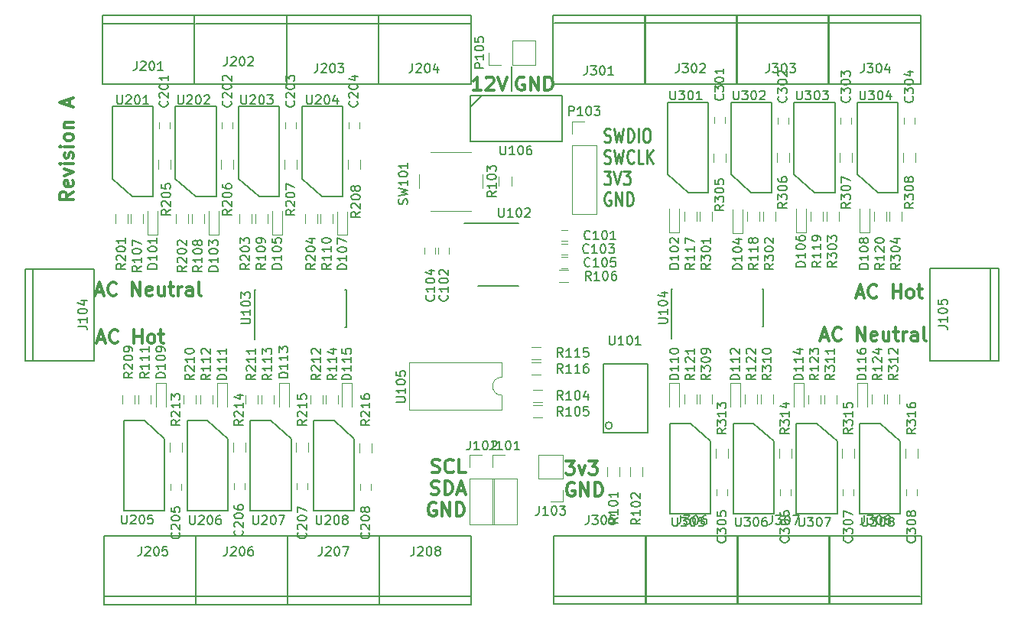
<source format=gbr>
G04 #@! TF.FileFunction,Legend,Top*
%FSLAX46Y46*%
G04 Gerber Fmt 4.6, Leading zero omitted, Abs format (unit mm)*
G04 Created by KiCad (PCBNEW 4.0.2+dfsg1-stable) date Tue 14 Aug 2018 11:21:20 PM MDT*
%MOMM*%
G01*
G04 APERTURE LIST*
%ADD10C,0.100000*%
%ADD11C,0.300000*%
%ADD12C,0.200000*%
%ADD13C,0.250000*%
%ADD14C,0.120000*%
%ADD15C,0.150000*%
G04 APERTURE END LIST*
D10*
D11*
X78928571Y-93392857D02*
X78214286Y-93892857D01*
X78928571Y-94250000D02*
X77428571Y-94250000D01*
X77428571Y-93678572D01*
X77500000Y-93535714D01*
X77571429Y-93464286D01*
X77714286Y-93392857D01*
X77928571Y-93392857D01*
X78071429Y-93464286D01*
X78142857Y-93535714D01*
X78214286Y-93678572D01*
X78214286Y-94250000D01*
X78857143Y-92178572D02*
X78928571Y-92321429D01*
X78928571Y-92607143D01*
X78857143Y-92750000D01*
X78714286Y-92821429D01*
X78142857Y-92821429D01*
X78000000Y-92750000D01*
X77928571Y-92607143D01*
X77928571Y-92321429D01*
X78000000Y-92178572D01*
X78142857Y-92107143D01*
X78285714Y-92107143D01*
X78428571Y-92821429D01*
X77928571Y-91607143D02*
X78928571Y-91250000D01*
X77928571Y-90892858D01*
X78928571Y-90321429D02*
X77928571Y-90321429D01*
X77428571Y-90321429D02*
X77500000Y-90392858D01*
X77571429Y-90321429D01*
X77500000Y-90250001D01*
X77428571Y-90321429D01*
X77571429Y-90321429D01*
X78857143Y-89678572D02*
X78928571Y-89535715D01*
X78928571Y-89250000D01*
X78857143Y-89107143D01*
X78714286Y-89035715D01*
X78642857Y-89035715D01*
X78500000Y-89107143D01*
X78428571Y-89250000D01*
X78428571Y-89464286D01*
X78357143Y-89607143D01*
X78214286Y-89678572D01*
X78142857Y-89678572D01*
X78000000Y-89607143D01*
X77928571Y-89464286D01*
X77928571Y-89250000D01*
X78000000Y-89107143D01*
X78928571Y-88392857D02*
X77928571Y-88392857D01*
X77428571Y-88392857D02*
X77500000Y-88464286D01*
X77571429Y-88392857D01*
X77500000Y-88321429D01*
X77428571Y-88392857D01*
X77571429Y-88392857D01*
X78928571Y-87464285D02*
X78857143Y-87607143D01*
X78785714Y-87678571D01*
X78642857Y-87750000D01*
X78214286Y-87750000D01*
X78071429Y-87678571D01*
X78000000Y-87607143D01*
X77928571Y-87464285D01*
X77928571Y-87250000D01*
X78000000Y-87107143D01*
X78071429Y-87035714D01*
X78214286Y-86964285D01*
X78642857Y-86964285D01*
X78785714Y-87035714D01*
X78857143Y-87107143D01*
X78928571Y-87250000D01*
X78928571Y-87464285D01*
X77928571Y-86321428D02*
X78928571Y-86321428D01*
X78071429Y-86321428D02*
X78000000Y-86250000D01*
X77928571Y-86107142D01*
X77928571Y-85892857D01*
X78000000Y-85750000D01*
X78142857Y-85678571D01*
X78928571Y-85678571D01*
X78500000Y-83892857D02*
X78500000Y-83178571D01*
X78928571Y-84035714D02*
X77428571Y-83535714D01*
X78928571Y-83035714D01*
D12*
X127500000Y-79500000D02*
X127500000Y-82250000D01*
D11*
X128857143Y-80750000D02*
X128714286Y-80678571D01*
X128500000Y-80678571D01*
X128285715Y-80750000D01*
X128142857Y-80892857D01*
X128071429Y-81035714D01*
X128000000Y-81321429D01*
X128000000Y-81535714D01*
X128071429Y-81821429D01*
X128142857Y-81964286D01*
X128285715Y-82107143D01*
X128500000Y-82178571D01*
X128642857Y-82178571D01*
X128857143Y-82107143D01*
X128928572Y-82035714D01*
X128928572Y-81535714D01*
X128642857Y-81535714D01*
X129571429Y-82178571D02*
X129571429Y-80678571D01*
X130428572Y-82178571D01*
X130428572Y-80678571D01*
X131142858Y-82178571D02*
X131142858Y-80678571D01*
X131500001Y-80678571D01*
X131714286Y-80750000D01*
X131857144Y-80892857D01*
X131928572Y-81035714D01*
X132000001Y-81321429D01*
X132000001Y-81535714D01*
X131928572Y-81821429D01*
X131857144Y-81964286D01*
X131714286Y-82107143D01*
X131500001Y-82178571D01*
X131142858Y-82178571D01*
X124071429Y-82178571D02*
X123214286Y-82178571D01*
X123642858Y-82178571D02*
X123642858Y-80678571D01*
X123500001Y-80892857D01*
X123357143Y-81035714D01*
X123214286Y-81107143D01*
X124642857Y-80821429D02*
X124714286Y-80750000D01*
X124857143Y-80678571D01*
X125214286Y-80678571D01*
X125357143Y-80750000D01*
X125428572Y-80821429D01*
X125500000Y-80964286D01*
X125500000Y-81107143D01*
X125428572Y-81321429D01*
X124571429Y-82178571D01*
X125500000Y-82178571D01*
X125928571Y-80678571D02*
X126428571Y-82178571D01*
X126928571Y-80678571D01*
X133464286Y-123228571D02*
X134392857Y-123228571D01*
X133892857Y-123800000D01*
X134107143Y-123800000D01*
X134250000Y-123871429D01*
X134321429Y-123942857D01*
X134392857Y-124085714D01*
X134392857Y-124442857D01*
X134321429Y-124585714D01*
X134250000Y-124657143D01*
X134107143Y-124728571D01*
X133678571Y-124728571D01*
X133535714Y-124657143D01*
X133464286Y-124585714D01*
X134892857Y-123728571D02*
X135250000Y-124728571D01*
X135607142Y-123728571D01*
X136035714Y-123228571D02*
X136964285Y-123228571D01*
X136464285Y-123800000D01*
X136678571Y-123800000D01*
X136821428Y-123871429D01*
X136892857Y-123942857D01*
X136964285Y-124085714D01*
X136964285Y-124442857D01*
X136892857Y-124585714D01*
X136821428Y-124657143D01*
X136678571Y-124728571D01*
X136249999Y-124728571D01*
X136107142Y-124657143D01*
X136035714Y-124585714D01*
X134392857Y-125700000D02*
X134250000Y-125628571D01*
X134035714Y-125628571D01*
X133821429Y-125700000D01*
X133678571Y-125842857D01*
X133607143Y-125985714D01*
X133535714Y-126271429D01*
X133535714Y-126485714D01*
X133607143Y-126771429D01*
X133678571Y-126914286D01*
X133821429Y-127057143D01*
X134035714Y-127128571D01*
X134178571Y-127128571D01*
X134392857Y-127057143D01*
X134464286Y-126985714D01*
X134464286Y-126485714D01*
X134178571Y-126485714D01*
X135107143Y-127128571D02*
X135107143Y-125628571D01*
X135964286Y-127128571D01*
X135964286Y-125628571D01*
X136678572Y-127128571D02*
X136678572Y-125628571D01*
X137035715Y-125628571D01*
X137250000Y-125700000D01*
X137392858Y-125842857D01*
X137464286Y-125985714D01*
X137535715Y-126271429D01*
X137535715Y-126485714D01*
X137464286Y-126771429D01*
X137392858Y-126914286D01*
X137250000Y-127057143D01*
X137035715Y-127128571D01*
X136678572Y-127128571D01*
X118642857Y-124457143D02*
X118857143Y-124528571D01*
X119214286Y-124528571D01*
X119357143Y-124457143D01*
X119428572Y-124385714D01*
X119500000Y-124242857D01*
X119500000Y-124100000D01*
X119428572Y-123957143D01*
X119357143Y-123885714D01*
X119214286Y-123814286D01*
X118928572Y-123742857D01*
X118785714Y-123671429D01*
X118714286Y-123600000D01*
X118642857Y-123457143D01*
X118642857Y-123314286D01*
X118714286Y-123171429D01*
X118785714Y-123100000D01*
X118928572Y-123028571D01*
X119285714Y-123028571D01*
X119500000Y-123100000D01*
X121000000Y-124385714D02*
X120928571Y-124457143D01*
X120714285Y-124528571D01*
X120571428Y-124528571D01*
X120357143Y-124457143D01*
X120214285Y-124314286D01*
X120142857Y-124171429D01*
X120071428Y-123885714D01*
X120071428Y-123671429D01*
X120142857Y-123385714D01*
X120214285Y-123242857D01*
X120357143Y-123100000D01*
X120571428Y-123028571D01*
X120714285Y-123028571D01*
X120928571Y-123100000D01*
X121000000Y-123171429D01*
X122357143Y-124528571D02*
X121642857Y-124528571D01*
X121642857Y-123028571D01*
X118571429Y-126857143D02*
X118785715Y-126928571D01*
X119142858Y-126928571D01*
X119285715Y-126857143D01*
X119357144Y-126785714D01*
X119428572Y-126642857D01*
X119428572Y-126500000D01*
X119357144Y-126357143D01*
X119285715Y-126285714D01*
X119142858Y-126214286D01*
X118857144Y-126142857D01*
X118714286Y-126071429D01*
X118642858Y-126000000D01*
X118571429Y-125857143D01*
X118571429Y-125714286D01*
X118642858Y-125571429D01*
X118714286Y-125500000D01*
X118857144Y-125428571D01*
X119214286Y-125428571D01*
X119428572Y-125500000D01*
X120071429Y-126928571D02*
X120071429Y-125428571D01*
X120428572Y-125428571D01*
X120642857Y-125500000D01*
X120785715Y-125642857D01*
X120857143Y-125785714D01*
X120928572Y-126071429D01*
X120928572Y-126285714D01*
X120857143Y-126571429D01*
X120785715Y-126714286D01*
X120642857Y-126857143D01*
X120428572Y-126928571D01*
X120071429Y-126928571D01*
X121500000Y-126500000D02*
X122214286Y-126500000D01*
X121357143Y-126928571D02*
X121857143Y-125428571D01*
X122357143Y-126928571D01*
X119071428Y-127900000D02*
X118928571Y-127828571D01*
X118714285Y-127828571D01*
X118500000Y-127900000D01*
X118357142Y-128042857D01*
X118285714Y-128185714D01*
X118214285Y-128471429D01*
X118214285Y-128685714D01*
X118285714Y-128971429D01*
X118357142Y-129114286D01*
X118500000Y-129257143D01*
X118714285Y-129328571D01*
X118857142Y-129328571D01*
X119071428Y-129257143D01*
X119142857Y-129185714D01*
X119142857Y-128685714D01*
X118857142Y-128685714D01*
X119785714Y-129328571D02*
X119785714Y-127828571D01*
X120642857Y-129328571D01*
X120642857Y-127828571D01*
X121357143Y-129328571D02*
X121357143Y-127828571D01*
X121714286Y-127828571D01*
X121928571Y-127900000D01*
X122071429Y-128042857D01*
X122142857Y-128185714D01*
X122214286Y-128471429D01*
X122214286Y-128685714D01*
X122142857Y-128971429D01*
X122071429Y-129114286D01*
X121928571Y-129257143D01*
X121714286Y-129328571D01*
X121357143Y-129328571D01*
X161750000Y-109500000D02*
X162464286Y-109500000D01*
X161607143Y-109928571D02*
X162107143Y-108428571D01*
X162607143Y-109928571D01*
X163964286Y-109785714D02*
X163892857Y-109857143D01*
X163678571Y-109928571D01*
X163535714Y-109928571D01*
X163321429Y-109857143D01*
X163178571Y-109714286D01*
X163107143Y-109571429D01*
X163035714Y-109285714D01*
X163035714Y-109071429D01*
X163107143Y-108785714D01*
X163178571Y-108642857D01*
X163321429Y-108500000D01*
X163535714Y-108428571D01*
X163678571Y-108428571D01*
X163892857Y-108500000D01*
X163964286Y-108571429D01*
X165750000Y-109928571D02*
X165750000Y-108428571D01*
X166607143Y-109928571D01*
X166607143Y-108428571D01*
X167892857Y-109857143D02*
X167750000Y-109928571D01*
X167464286Y-109928571D01*
X167321429Y-109857143D01*
X167250000Y-109714286D01*
X167250000Y-109142857D01*
X167321429Y-109000000D01*
X167464286Y-108928571D01*
X167750000Y-108928571D01*
X167892857Y-109000000D01*
X167964286Y-109142857D01*
X167964286Y-109285714D01*
X167250000Y-109428571D01*
X169250000Y-108928571D02*
X169250000Y-109928571D01*
X168607143Y-108928571D02*
X168607143Y-109714286D01*
X168678571Y-109857143D01*
X168821429Y-109928571D01*
X169035714Y-109928571D01*
X169178571Y-109857143D01*
X169250000Y-109785714D01*
X169750000Y-108928571D02*
X170321429Y-108928571D01*
X169964286Y-108428571D02*
X169964286Y-109714286D01*
X170035714Y-109857143D01*
X170178572Y-109928571D01*
X170321429Y-109928571D01*
X170821429Y-109928571D02*
X170821429Y-108928571D01*
X170821429Y-109214286D02*
X170892857Y-109071429D01*
X170964286Y-109000000D01*
X171107143Y-108928571D01*
X171250000Y-108928571D01*
X172392857Y-109928571D02*
X172392857Y-109142857D01*
X172321428Y-109000000D01*
X172178571Y-108928571D01*
X171892857Y-108928571D01*
X171750000Y-109000000D01*
X172392857Y-109857143D02*
X172250000Y-109928571D01*
X171892857Y-109928571D01*
X171750000Y-109857143D01*
X171678571Y-109714286D01*
X171678571Y-109571429D01*
X171750000Y-109428571D01*
X171892857Y-109357143D01*
X172250000Y-109357143D01*
X172392857Y-109285714D01*
X173321429Y-109928571D02*
X173178571Y-109857143D01*
X173107143Y-109714286D01*
X173107143Y-108428571D01*
X165678571Y-104750000D02*
X166392857Y-104750000D01*
X165535714Y-105178571D02*
X166035714Y-103678571D01*
X166535714Y-105178571D01*
X167892857Y-105035714D02*
X167821428Y-105107143D01*
X167607142Y-105178571D01*
X167464285Y-105178571D01*
X167250000Y-105107143D01*
X167107142Y-104964286D01*
X167035714Y-104821429D01*
X166964285Y-104535714D01*
X166964285Y-104321429D01*
X167035714Y-104035714D01*
X167107142Y-103892857D01*
X167250000Y-103750000D01*
X167464285Y-103678571D01*
X167607142Y-103678571D01*
X167821428Y-103750000D01*
X167892857Y-103821429D01*
X169678571Y-105178571D02*
X169678571Y-103678571D01*
X169678571Y-104392857D02*
X170535714Y-104392857D01*
X170535714Y-105178571D02*
X170535714Y-103678571D01*
X171464286Y-105178571D02*
X171321428Y-105107143D01*
X171250000Y-105035714D01*
X171178571Y-104892857D01*
X171178571Y-104464286D01*
X171250000Y-104321429D01*
X171321428Y-104250000D01*
X171464286Y-104178571D01*
X171678571Y-104178571D01*
X171821428Y-104250000D01*
X171892857Y-104321429D01*
X171964286Y-104464286D01*
X171964286Y-104892857D01*
X171892857Y-105035714D01*
X171821428Y-105107143D01*
X171678571Y-105178571D01*
X171464286Y-105178571D01*
X172392857Y-104178571D02*
X172964286Y-104178571D01*
X172607143Y-103678571D02*
X172607143Y-104964286D01*
X172678571Y-105107143D01*
X172821429Y-105178571D01*
X172964286Y-105178571D01*
X81678571Y-109750000D02*
X82392857Y-109750000D01*
X81535714Y-110178571D02*
X82035714Y-108678571D01*
X82535714Y-110178571D01*
X83892857Y-110035714D02*
X83821428Y-110107143D01*
X83607142Y-110178571D01*
X83464285Y-110178571D01*
X83250000Y-110107143D01*
X83107142Y-109964286D01*
X83035714Y-109821429D01*
X82964285Y-109535714D01*
X82964285Y-109321429D01*
X83035714Y-109035714D01*
X83107142Y-108892857D01*
X83250000Y-108750000D01*
X83464285Y-108678571D01*
X83607142Y-108678571D01*
X83821428Y-108750000D01*
X83892857Y-108821429D01*
X85678571Y-110178571D02*
X85678571Y-108678571D01*
X85678571Y-109392857D02*
X86535714Y-109392857D01*
X86535714Y-110178571D02*
X86535714Y-108678571D01*
X87464286Y-110178571D02*
X87321428Y-110107143D01*
X87250000Y-110035714D01*
X87178571Y-109892857D01*
X87178571Y-109464286D01*
X87250000Y-109321429D01*
X87321428Y-109250000D01*
X87464286Y-109178571D01*
X87678571Y-109178571D01*
X87821428Y-109250000D01*
X87892857Y-109321429D01*
X87964286Y-109464286D01*
X87964286Y-109892857D01*
X87892857Y-110035714D01*
X87821428Y-110107143D01*
X87678571Y-110178571D01*
X87464286Y-110178571D01*
X88392857Y-109178571D02*
X88964286Y-109178571D01*
X88607143Y-108678571D02*
X88607143Y-109964286D01*
X88678571Y-110107143D01*
X88821429Y-110178571D01*
X88964286Y-110178571D01*
X81500000Y-104500000D02*
X82214286Y-104500000D01*
X81357143Y-104928571D02*
X81857143Y-103428571D01*
X82357143Y-104928571D01*
X83714286Y-104785714D02*
X83642857Y-104857143D01*
X83428571Y-104928571D01*
X83285714Y-104928571D01*
X83071429Y-104857143D01*
X82928571Y-104714286D01*
X82857143Y-104571429D01*
X82785714Y-104285714D01*
X82785714Y-104071429D01*
X82857143Y-103785714D01*
X82928571Y-103642857D01*
X83071429Y-103500000D01*
X83285714Y-103428571D01*
X83428571Y-103428571D01*
X83642857Y-103500000D01*
X83714286Y-103571429D01*
X85500000Y-104928571D02*
X85500000Y-103428571D01*
X86357143Y-104928571D01*
X86357143Y-103428571D01*
X87642857Y-104857143D02*
X87500000Y-104928571D01*
X87214286Y-104928571D01*
X87071429Y-104857143D01*
X87000000Y-104714286D01*
X87000000Y-104142857D01*
X87071429Y-104000000D01*
X87214286Y-103928571D01*
X87500000Y-103928571D01*
X87642857Y-104000000D01*
X87714286Y-104142857D01*
X87714286Y-104285714D01*
X87000000Y-104428571D01*
X89000000Y-103928571D02*
X89000000Y-104928571D01*
X88357143Y-103928571D02*
X88357143Y-104714286D01*
X88428571Y-104857143D01*
X88571429Y-104928571D01*
X88785714Y-104928571D01*
X88928571Y-104857143D01*
X89000000Y-104785714D01*
X89500000Y-103928571D02*
X90071429Y-103928571D01*
X89714286Y-103428571D02*
X89714286Y-104714286D01*
X89785714Y-104857143D01*
X89928572Y-104928571D01*
X90071429Y-104928571D01*
X90571429Y-104928571D02*
X90571429Y-103928571D01*
X90571429Y-104214286D02*
X90642857Y-104071429D01*
X90714286Y-104000000D01*
X90857143Y-103928571D01*
X91000000Y-103928571D01*
X92142857Y-104928571D02*
X92142857Y-104142857D01*
X92071428Y-104000000D01*
X91928571Y-103928571D01*
X91642857Y-103928571D01*
X91500000Y-104000000D01*
X92142857Y-104857143D02*
X92000000Y-104928571D01*
X91642857Y-104928571D01*
X91500000Y-104857143D01*
X91428571Y-104714286D01*
X91428571Y-104571429D01*
X91500000Y-104428571D01*
X91642857Y-104357143D01*
X92000000Y-104357143D01*
X92142857Y-104285714D01*
X93071429Y-104928571D02*
X92928571Y-104857143D01*
X92857143Y-104714286D01*
X92857143Y-103428571D01*
D13*
X137728571Y-87832143D02*
X137900000Y-87903571D01*
X138185714Y-87903571D01*
X138300000Y-87832143D01*
X138357143Y-87760714D01*
X138414286Y-87617857D01*
X138414286Y-87475000D01*
X138357143Y-87332143D01*
X138300000Y-87260714D01*
X138185714Y-87189286D01*
X137957143Y-87117857D01*
X137842857Y-87046429D01*
X137785714Y-86975000D01*
X137728571Y-86832143D01*
X137728571Y-86689286D01*
X137785714Y-86546429D01*
X137842857Y-86475000D01*
X137957143Y-86403571D01*
X138242857Y-86403571D01*
X138414286Y-86475000D01*
X138814286Y-86403571D02*
X139100000Y-87903571D01*
X139328571Y-86832143D01*
X139557143Y-87903571D01*
X139842857Y-86403571D01*
X140300000Y-87903571D02*
X140300000Y-86403571D01*
X140585715Y-86403571D01*
X140757143Y-86475000D01*
X140871429Y-86617857D01*
X140928572Y-86760714D01*
X140985715Y-87046429D01*
X140985715Y-87260714D01*
X140928572Y-87546429D01*
X140871429Y-87689286D01*
X140757143Y-87832143D01*
X140585715Y-87903571D01*
X140300000Y-87903571D01*
X141500000Y-87903571D02*
X141500000Y-86403571D01*
X142300001Y-86403571D02*
X142528572Y-86403571D01*
X142642858Y-86475000D01*
X142757144Y-86617857D01*
X142814286Y-86903571D01*
X142814286Y-87403571D01*
X142757144Y-87689286D01*
X142642858Y-87832143D01*
X142528572Y-87903571D01*
X142300001Y-87903571D01*
X142185715Y-87832143D01*
X142071429Y-87689286D01*
X142014286Y-87403571D01*
X142014286Y-86903571D01*
X142071429Y-86617857D01*
X142185715Y-86475000D01*
X142300001Y-86403571D01*
X137728571Y-90182143D02*
X137900000Y-90253571D01*
X138185714Y-90253571D01*
X138300000Y-90182143D01*
X138357143Y-90110714D01*
X138414286Y-89967857D01*
X138414286Y-89825000D01*
X138357143Y-89682143D01*
X138300000Y-89610714D01*
X138185714Y-89539286D01*
X137957143Y-89467857D01*
X137842857Y-89396429D01*
X137785714Y-89325000D01*
X137728571Y-89182143D01*
X137728571Y-89039286D01*
X137785714Y-88896429D01*
X137842857Y-88825000D01*
X137957143Y-88753571D01*
X138242857Y-88753571D01*
X138414286Y-88825000D01*
X138814286Y-88753571D02*
X139100000Y-90253571D01*
X139328571Y-89182143D01*
X139557143Y-90253571D01*
X139842857Y-88753571D01*
X140985715Y-90110714D02*
X140928572Y-90182143D01*
X140757143Y-90253571D01*
X140642857Y-90253571D01*
X140471429Y-90182143D01*
X140357143Y-90039286D01*
X140300000Y-89896429D01*
X140242857Y-89610714D01*
X140242857Y-89396429D01*
X140300000Y-89110714D01*
X140357143Y-88967857D01*
X140471429Y-88825000D01*
X140642857Y-88753571D01*
X140757143Y-88753571D01*
X140928572Y-88825000D01*
X140985715Y-88896429D01*
X142071429Y-90253571D02*
X141500000Y-90253571D01*
X141500000Y-88753571D01*
X142471429Y-90253571D02*
X142471429Y-88753571D01*
X143157144Y-90253571D02*
X142642858Y-89396429D01*
X143157144Y-88753571D02*
X142471429Y-89610714D01*
X137671429Y-91103571D02*
X138414286Y-91103571D01*
X138014286Y-91675000D01*
X138185714Y-91675000D01*
X138300000Y-91746429D01*
X138357143Y-91817857D01*
X138414286Y-91960714D01*
X138414286Y-92317857D01*
X138357143Y-92460714D01*
X138300000Y-92532143D01*
X138185714Y-92603571D01*
X137842857Y-92603571D01*
X137728571Y-92532143D01*
X137671429Y-92460714D01*
X138757143Y-91103571D02*
X139157143Y-92603571D01*
X139557143Y-91103571D01*
X139842857Y-91103571D02*
X140585714Y-91103571D01*
X140185714Y-91675000D01*
X140357142Y-91675000D01*
X140471428Y-91746429D01*
X140528571Y-91817857D01*
X140585714Y-91960714D01*
X140585714Y-92317857D01*
X140528571Y-92460714D01*
X140471428Y-92532143D01*
X140357142Y-92603571D01*
X140014285Y-92603571D01*
X139899999Y-92532143D01*
X139842857Y-92460714D01*
X138414286Y-93525000D02*
X138300000Y-93453571D01*
X138128571Y-93453571D01*
X137957143Y-93525000D01*
X137842857Y-93667857D01*
X137785714Y-93810714D01*
X137728571Y-94096429D01*
X137728571Y-94310714D01*
X137785714Y-94596429D01*
X137842857Y-94739286D01*
X137957143Y-94882143D01*
X138128571Y-94953571D01*
X138242857Y-94953571D01*
X138414286Y-94882143D01*
X138471429Y-94810714D01*
X138471429Y-94310714D01*
X138242857Y-94310714D01*
X138985714Y-94953571D02*
X138985714Y-93453571D01*
X139671429Y-94953571D01*
X139671429Y-93453571D01*
X140242857Y-94953571D02*
X140242857Y-93453571D01*
X140528572Y-93453571D01*
X140700000Y-93525000D01*
X140814286Y-93667857D01*
X140871429Y-93810714D01*
X140928572Y-94096429D01*
X140928572Y-94310714D01*
X140871429Y-94596429D01*
X140814286Y-94739286D01*
X140700000Y-94882143D01*
X140528572Y-94953571D01*
X140242857Y-94953571D01*
D14*
X132950000Y-97650000D02*
X133650000Y-97650000D01*
X133650000Y-98850000D02*
X132950000Y-98850000D01*
X120537362Y-99566270D02*
X120537362Y-100266270D01*
X119337362Y-100266270D02*
X119337362Y-99566270D01*
X132950000Y-99150000D02*
X133650000Y-99150000D01*
X133650000Y-100350000D02*
X132950000Y-100350000D01*
X119037362Y-99566270D02*
X119037362Y-100266270D01*
X117837362Y-100266270D02*
X117837362Y-99566270D01*
X132950000Y-100650000D02*
X133650000Y-100650000D01*
X133650000Y-101850000D02*
X132950000Y-101850000D01*
X89600000Y-85700000D02*
X89600000Y-86400000D01*
X88400000Y-86400000D02*
X88400000Y-85700000D01*
X96600000Y-85700000D02*
X96600000Y-86400000D01*
X95400000Y-86400000D02*
X95400000Y-85700000D01*
X103600000Y-85700000D02*
X103600000Y-86400000D01*
X102400000Y-86400000D02*
X102400000Y-85700000D01*
X110600000Y-85700000D02*
X110600000Y-86400000D01*
X109400000Y-86400000D02*
X109400000Y-85700000D01*
X89700000Y-126450000D02*
X89700000Y-125750000D01*
X90900000Y-125750000D02*
X90900000Y-126450000D01*
X96700000Y-126350000D02*
X96700000Y-125650000D01*
X97900000Y-125650000D02*
X97900000Y-126350000D01*
X103700000Y-126350000D02*
X103700000Y-125650000D01*
X104900000Y-125650000D02*
X104900000Y-126350000D01*
X110700000Y-126450000D02*
X110700000Y-125750000D01*
X111900000Y-125750000D02*
X111900000Y-126450000D01*
X151100000Y-85100000D02*
X151100000Y-85800000D01*
X149900000Y-85800000D02*
X149900000Y-85100000D01*
X158100000Y-85200000D02*
X158100000Y-85900000D01*
X156900000Y-85900000D02*
X156900000Y-85200000D01*
X165100000Y-85200000D02*
X165100000Y-85900000D01*
X163900000Y-85900000D02*
X163900000Y-85200000D01*
X172100000Y-85200000D02*
X172100000Y-85900000D01*
X170900000Y-85900000D02*
X170900000Y-85200000D01*
X150150000Y-127050000D02*
X150150000Y-126350000D01*
X151350000Y-126350000D02*
X151350000Y-127050000D01*
X157150000Y-127050000D02*
X157150000Y-126350000D01*
X158350000Y-126350000D02*
X158350000Y-127050000D01*
X164150000Y-127050000D02*
X164150000Y-126350000D01*
X165350000Y-126350000D02*
X165350000Y-127050000D01*
X171150000Y-127050000D02*
X171150000Y-126350000D01*
X172350000Y-126350000D02*
X172350000Y-127050000D01*
X87200000Y-98150000D02*
X88300000Y-98150000D01*
X88300000Y-98150000D02*
X88300000Y-95550000D01*
X87200000Y-98150000D02*
X87200000Y-95550000D01*
X144950000Y-97900000D02*
X146050000Y-97900000D01*
X146050000Y-97900000D02*
X146050000Y-95300000D01*
X144950000Y-97900000D02*
X144950000Y-95300000D01*
X93950000Y-98150000D02*
X95050000Y-98150000D01*
X95050000Y-98150000D02*
X95050000Y-95550000D01*
X93950000Y-98150000D02*
X93950000Y-95550000D01*
X151950000Y-97950000D02*
X153050000Y-97950000D01*
X153050000Y-97950000D02*
X153050000Y-95350000D01*
X151950000Y-97950000D02*
X151950000Y-95350000D01*
X100950000Y-98150000D02*
X102050000Y-98150000D01*
X102050000Y-98150000D02*
X102050000Y-95550000D01*
X100950000Y-98150000D02*
X100950000Y-95550000D01*
X158950000Y-97900000D02*
X160050000Y-97900000D01*
X160050000Y-97900000D02*
X160050000Y-95300000D01*
X158950000Y-97900000D02*
X158950000Y-95300000D01*
X108200000Y-98200000D02*
X109300000Y-98200000D01*
X109300000Y-98200000D02*
X109300000Y-95600000D01*
X108200000Y-98200000D02*
X108200000Y-95600000D01*
X165950000Y-97900000D02*
X167050000Y-97900000D01*
X167050000Y-97900000D02*
X167050000Y-95300000D01*
X165950000Y-97900000D02*
X165950000Y-95300000D01*
X89200000Y-114600000D02*
X88100000Y-114600000D01*
X88100000Y-114600000D02*
X88100000Y-117200000D01*
X89200000Y-114600000D02*
X89200000Y-117200000D01*
X146050000Y-114600000D02*
X144950000Y-114600000D01*
X144950000Y-114600000D02*
X144950000Y-117200000D01*
X146050000Y-114600000D02*
X146050000Y-117200000D01*
X96000000Y-114600000D02*
X94900000Y-114600000D01*
X94900000Y-114600000D02*
X94900000Y-117200000D01*
X96000000Y-114600000D02*
X96000000Y-117200000D01*
X152800000Y-114600000D02*
X151700000Y-114600000D01*
X151700000Y-114600000D02*
X151700000Y-117200000D01*
X152800000Y-114600000D02*
X152800000Y-117200000D01*
X102800000Y-114600000D02*
X101700000Y-114600000D01*
X101700000Y-114600000D02*
X101700000Y-117200000D01*
X102800000Y-114600000D02*
X102800000Y-117200000D01*
X159800000Y-114600000D02*
X158700000Y-114600000D01*
X158700000Y-114600000D02*
X158700000Y-117200000D01*
X159800000Y-114600000D02*
X159800000Y-117200000D01*
X109800000Y-114600000D02*
X108700000Y-114600000D01*
X108700000Y-114600000D02*
X108700000Y-117200000D01*
X109800000Y-114600000D02*
X109800000Y-117200000D01*
X166800000Y-114600000D02*
X165700000Y-114600000D01*
X165700000Y-114600000D02*
X165700000Y-117200000D01*
X166800000Y-114600000D02*
X166800000Y-117200000D01*
X125390000Y-130280000D02*
X128050000Y-130280000D01*
X125390000Y-125140000D02*
X125390000Y-130280000D01*
X128050000Y-125140000D02*
X128050000Y-130280000D01*
X125390000Y-125140000D02*
X128050000Y-125140000D01*
X125390000Y-123870000D02*
X125390000Y-122540000D01*
X125390000Y-122540000D02*
X126720000Y-122540000D01*
X122850000Y-130280000D02*
X125510000Y-130280000D01*
X122850000Y-125140000D02*
X122850000Y-130280000D01*
X125510000Y-125140000D02*
X125510000Y-130280000D01*
X122850000Y-125140000D02*
X125510000Y-125140000D01*
X122850000Y-123870000D02*
X122850000Y-122540000D01*
X122850000Y-122540000D02*
X124180000Y-122540000D01*
X133130000Y-122540000D02*
X130470000Y-122540000D01*
X133130000Y-125140000D02*
X133130000Y-122540000D01*
X130470000Y-125140000D02*
X130470000Y-122540000D01*
X133130000Y-125140000D02*
X130470000Y-125140000D01*
X133130000Y-126410000D02*
X133130000Y-127740000D01*
X133130000Y-127740000D02*
X131800000Y-127740000D01*
D15*
X82260000Y-74800000D02*
X92260000Y-74800000D01*
X82160000Y-73900000D02*
X82160000Y-81500000D01*
X92360000Y-73900000D02*
X82160000Y-73900000D01*
X92360000Y-81500000D02*
X92360000Y-73900000D01*
X82160000Y-81500000D02*
X92360000Y-81500000D01*
X92460000Y-74800000D02*
X102460000Y-74800000D01*
X92360000Y-73900000D02*
X92360000Y-81500000D01*
X102560000Y-73900000D02*
X92360000Y-73900000D01*
X102560000Y-81500000D02*
X102560000Y-73900000D01*
X92360000Y-81500000D02*
X102560000Y-81500000D01*
X102660000Y-74800000D02*
X112660000Y-74800000D01*
X102560000Y-73900000D02*
X102560000Y-81500000D01*
X112760000Y-73900000D02*
X102560000Y-73900000D01*
X112760000Y-81500000D02*
X112760000Y-73900000D01*
X102560000Y-81500000D02*
X112760000Y-81500000D01*
X112860000Y-74800000D02*
X122860000Y-74800000D01*
X112760000Y-73900000D02*
X112760000Y-81500000D01*
X122960000Y-73900000D02*
X112760000Y-73900000D01*
X122960000Y-81500000D02*
X122960000Y-73900000D01*
X112760000Y-81500000D02*
X122960000Y-81500000D01*
X92420000Y-138220000D02*
X82420000Y-138220000D01*
X92520000Y-139120000D02*
X92520000Y-131520000D01*
X82320000Y-139120000D02*
X92520000Y-139120000D01*
X82320000Y-131520000D02*
X82320000Y-139120000D01*
X92520000Y-131520000D02*
X82320000Y-131520000D01*
X102580000Y-138220000D02*
X92580000Y-138220000D01*
X102680000Y-139120000D02*
X102680000Y-131520000D01*
X92480000Y-139120000D02*
X102680000Y-139120000D01*
X92480000Y-131520000D02*
X92480000Y-139120000D01*
X102680000Y-131520000D02*
X92480000Y-131520000D01*
X112740000Y-138220000D02*
X102740000Y-138220000D01*
X112840000Y-139120000D02*
X112840000Y-131520000D01*
X102640000Y-139120000D02*
X112840000Y-139120000D01*
X102640000Y-131520000D02*
X102640000Y-139120000D01*
X112840000Y-131520000D02*
X102640000Y-131520000D01*
X122900000Y-138220000D02*
X112900000Y-138220000D01*
X123000000Y-139120000D02*
X123000000Y-131520000D01*
X112800000Y-139120000D02*
X123000000Y-139120000D01*
X112800000Y-131520000D02*
X112800000Y-139120000D01*
X123000000Y-131520000D02*
X112800000Y-131520000D01*
X132170000Y-74740000D02*
X142170000Y-74740000D01*
X132070000Y-73840000D02*
X132070000Y-81440000D01*
X142270000Y-73840000D02*
X132070000Y-73840000D01*
X142270000Y-81440000D02*
X142270000Y-73840000D01*
X132070000Y-81440000D02*
X142270000Y-81440000D01*
X142330000Y-74740000D02*
X152330000Y-74740000D01*
X142230000Y-73840000D02*
X142230000Y-81440000D01*
X152430000Y-73840000D02*
X142230000Y-73840000D01*
X152430000Y-81440000D02*
X152430000Y-73840000D01*
X142230000Y-81440000D02*
X152430000Y-81440000D01*
X152490000Y-74740000D02*
X162490000Y-74740000D01*
X152390000Y-73840000D02*
X152390000Y-81440000D01*
X162590000Y-73840000D02*
X152390000Y-73840000D01*
X162590000Y-81440000D02*
X162590000Y-73840000D01*
X152390000Y-81440000D02*
X162590000Y-81440000D01*
X162650000Y-74740000D02*
X172650000Y-74740000D01*
X162550000Y-73840000D02*
X162550000Y-81440000D01*
X172750000Y-73840000D02*
X162550000Y-73840000D01*
X172750000Y-81440000D02*
X172750000Y-73840000D01*
X162550000Y-81440000D02*
X172750000Y-81440000D01*
X142240000Y-138180000D02*
X132240000Y-138180000D01*
X142340000Y-139080000D02*
X142340000Y-131480000D01*
X132140000Y-139080000D02*
X142340000Y-139080000D01*
X132140000Y-131480000D02*
X132140000Y-139080000D01*
X142340000Y-131480000D02*
X132140000Y-131480000D01*
X152400000Y-138180000D02*
X142400000Y-138180000D01*
X152500000Y-139080000D02*
X152500000Y-131480000D01*
X142300000Y-139080000D02*
X152500000Y-139080000D01*
X142300000Y-131480000D02*
X142300000Y-139080000D01*
X152500000Y-131480000D02*
X142300000Y-131480000D01*
X162560000Y-138180000D02*
X152560000Y-138180000D01*
X162660000Y-139080000D02*
X162660000Y-131480000D01*
X152460000Y-139080000D02*
X162660000Y-139080000D01*
X152460000Y-131480000D02*
X152460000Y-139080000D01*
X162660000Y-131480000D02*
X152460000Y-131480000D01*
X172720000Y-138180000D02*
X162720000Y-138180000D01*
X172820000Y-139080000D02*
X172820000Y-131480000D01*
X162620000Y-139080000D02*
X172820000Y-139080000D01*
X162620000Y-131480000D02*
X162620000Y-139080000D01*
X172820000Y-131480000D02*
X162620000Y-131480000D01*
D14*
X130120000Y-79330000D02*
X130120000Y-76670000D01*
X127520000Y-79330000D02*
X130120000Y-79330000D01*
X127520000Y-76670000D02*
X130120000Y-76670000D01*
X127520000Y-79330000D02*
X127520000Y-76670000D01*
X126250000Y-79330000D02*
X124920000Y-79330000D01*
X124920000Y-79330000D02*
X124920000Y-78000000D01*
X138070000Y-124900000D02*
X138070000Y-123900000D01*
X139430000Y-123900000D02*
X139430000Y-124900000D01*
X140570000Y-124900000D02*
X140570000Y-123900000D01*
X141930000Y-123900000D02*
X141930000Y-124900000D01*
X127430000Y-91750000D02*
X127430000Y-92750000D01*
X126070000Y-92750000D02*
X126070000Y-91750000D01*
X129850000Y-115320000D02*
X130850000Y-115320000D01*
X130850000Y-116680000D02*
X129850000Y-116680000D01*
X129850000Y-117070000D02*
X130850000Y-117070000D01*
X130850000Y-118430000D02*
X129850000Y-118430000D01*
X133750000Y-103430000D02*
X132750000Y-103430000D01*
X132750000Y-102070000D02*
X133750000Y-102070000D01*
X85320000Y-96900000D02*
X85320000Y-95900000D01*
X86680000Y-95900000D02*
X86680000Y-96900000D01*
X92070000Y-96900000D02*
X92070000Y-95900000D01*
X93430000Y-95900000D02*
X93430000Y-96900000D01*
X99070000Y-96900000D02*
X99070000Y-95900000D01*
X100430000Y-95900000D02*
X100430000Y-96900000D01*
X106320000Y-96900000D02*
X106320000Y-95900000D01*
X107680000Y-95900000D02*
X107680000Y-96900000D01*
X87530000Y-115900000D02*
X87530000Y-116900000D01*
X86170000Y-116900000D02*
X86170000Y-115900000D01*
X94330000Y-115900000D02*
X94330000Y-116900000D01*
X92970000Y-116900000D02*
X92970000Y-115900000D01*
X101130000Y-115900000D02*
X101130000Y-116900000D01*
X99770000Y-116900000D02*
X99770000Y-115900000D01*
X108230000Y-115900000D02*
X108230000Y-116900000D01*
X106870000Y-116900000D02*
X106870000Y-115900000D01*
X130650000Y-111930000D02*
X129650000Y-111930000D01*
X129650000Y-110570000D02*
X130650000Y-110570000D01*
X130650000Y-113680000D02*
X129650000Y-113680000D01*
X129650000Y-112320000D02*
X130650000Y-112320000D01*
X83570000Y-96900000D02*
X83570000Y-95900000D01*
X84930000Y-95900000D02*
X84930000Y-96900000D01*
X90320000Y-96900000D02*
X90320000Y-95900000D01*
X91680000Y-95900000D02*
X91680000Y-96900000D01*
X97320000Y-96900000D02*
X97320000Y-95900000D01*
X98680000Y-95900000D02*
X98680000Y-96900000D01*
X104570000Y-96850000D02*
X104570000Y-95850000D01*
X105930000Y-95850000D02*
X105930000Y-96850000D01*
X89680000Y-89850000D02*
X89680000Y-90850000D01*
X88320000Y-90850000D02*
X88320000Y-89850000D01*
X96680000Y-89900000D02*
X96680000Y-90900000D01*
X95320000Y-90900000D02*
X95320000Y-89900000D01*
X103680000Y-89850000D02*
X103680000Y-90850000D01*
X102320000Y-90850000D02*
X102320000Y-89850000D01*
X110680000Y-89900000D02*
X110680000Y-90900000D01*
X109320000Y-90900000D02*
X109320000Y-89900000D01*
X85730000Y-115900000D02*
X85730000Y-116900000D01*
X84370000Y-116900000D02*
X84370000Y-115900000D01*
X92530000Y-115900000D02*
X92530000Y-116900000D01*
X91170000Y-116900000D02*
X91170000Y-115900000D01*
X99330000Y-115900000D02*
X99330000Y-116900000D01*
X97970000Y-116900000D02*
X97970000Y-115900000D01*
X106530000Y-115900000D02*
X106530000Y-116900000D01*
X105170000Y-116900000D02*
X105170000Y-115900000D01*
X89620000Y-122200000D02*
X89620000Y-121200000D01*
X90980000Y-121200000D02*
X90980000Y-122200000D01*
X96620000Y-122200000D02*
X96620000Y-121200000D01*
X97980000Y-121200000D02*
X97980000Y-122200000D01*
X103620000Y-122200000D02*
X103620000Y-121200000D01*
X104980000Y-121200000D02*
X104980000Y-122200000D01*
X110620000Y-122300000D02*
X110620000Y-121300000D01*
X111980000Y-121300000D02*
X111980000Y-122300000D01*
X148320000Y-96650000D02*
X148320000Y-95650000D01*
X149680000Y-95650000D02*
X149680000Y-96650000D01*
X155320000Y-96650000D02*
X155320000Y-95650000D01*
X156680000Y-95650000D02*
X156680000Y-96650000D01*
X162320000Y-96650000D02*
X162320000Y-95650000D01*
X163680000Y-95650000D02*
X163680000Y-96650000D01*
X169320000Y-96650000D02*
X169320000Y-95650000D01*
X170680000Y-95650000D02*
X170680000Y-96650000D01*
X151180000Y-89150000D02*
X151180000Y-90150000D01*
X149820000Y-90150000D02*
X149820000Y-89150000D01*
X158180000Y-89100000D02*
X158180000Y-90100000D01*
X156820000Y-90100000D02*
X156820000Y-89100000D01*
X165180000Y-89100000D02*
X165180000Y-90100000D01*
X163820000Y-90100000D02*
X163820000Y-89100000D01*
X172180000Y-89100000D02*
X172180000Y-90100000D01*
X170820000Y-90100000D02*
X170820000Y-89100000D01*
X149680000Y-115850000D02*
X149680000Y-116850000D01*
X148320000Y-116850000D02*
X148320000Y-115850000D01*
X156430000Y-115850000D02*
X156430000Y-116850000D01*
X155070000Y-116850000D02*
X155070000Y-115850000D01*
X163430000Y-115900000D02*
X163430000Y-116900000D01*
X162070000Y-116900000D02*
X162070000Y-115900000D01*
X170430000Y-115850000D02*
X170430000Y-116850000D01*
X169070000Y-116850000D02*
X169070000Y-115850000D01*
X150070000Y-122900000D02*
X150070000Y-121900000D01*
X151430000Y-121900000D02*
X151430000Y-122900000D01*
X157070000Y-122900000D02*
X157070000Y-121900000D01*
X158430000Y-121900000D02*
X158430000Y-122900000D01*
X164070000Y-122900000D02*
X164070000Y-121900000D01*
X165430000Y-121900000D02*
X165430000Y-122900000D01*
X171070000Y-122900000D02*
X171070000Y-121900000D01*
X172430000Y-121900000D02*
X172430000Y-122900000D01*
X118500000Y-95500000D02*
X123000000Y-95500000D01*
X117250000Y-91500000D02*
X117250000Y-93000000D01*
X123000000Y-89000000D02*
X118500000Y-89000000D01*
X124250000Y-93000000D02*
X124250000Y-91500000D01*
D15*
X138603000Y-119298000D02*
G75*
G03X138603000Y-119298000I-381000J0D01*
G01*
X142540000Y-120060000D02*
X137587000Y-120060000D01*
X137587000Y-120060000D02*
X137587000Y-112440000D01*
X137587000Y-112440000D02*
X142286000Y-112440000D01*
X142286000Y-112440000D02*
X142540000Y-112440000D01*
X142540000Y-112440000D02*
X142540000Y-120060000D01*
X123775000Y-103800000D02*
X128225000Y-103800000D01*
X122250000Y-96900000D02*
X128225000Y-96900000D01*
X99000000Y-108375000D02*
X99025000Y-108375000D01*
X99000000Y-104225000D02*
X99105000Y-104225000D01*
X109150000Y-104225000D02*
X109045000Y-104225000D01*
X109150000Y-108375000D02*
X109045000Y-108375000D01*
X99000000Y-108375000D02*
X99000000Y-104225000D01*
X109150000Y-108375000D02*
X109150000Y-104225000D01*
X99025000Y-108375000D02*
X99025000Y-109750000D01*
X145175000Y-108325000D02*
X145200000Y-108325000D01*
X145175000Y-104175000D02*
X145280000Y-104175000D01*
X155325000Y-104175000D02*
X155220000Y-104175000D01*
X155325000Y-108325000D02*
X155220000Y-108325000D01*
X145175000Y-108325000D02*
X145175000Y-104175000D01*
X155325000Y-108325000D02*
X155325000Y-104175000D01*
X145200000Y-108325000D02*
X145200000Y-109700000D01*
D14*
X126370000Y-115940000D02*
G75*
G02X126370000Y-113940000I0J1000000D01*
G01*
X126370000Y-113940000D02*
X126370000Y-112290000D01*
X126370000Y-112290000D02*
X116090000Y-112290000D01*
X116090000Y-112290000D02*
X116090000Y-117590000D01*
X116090000Y-117590000D02*
X126370000Y-117590000D01*
X126370000Y-117590000D02*
X126370000Y-115940000D01*
D15*
X122860000Y-83980000D02*
X124130000Y-82710000D01*
X122860000Y-87790000D02*
X122860000Y-82710000D01*
X133020000Y-87790000D02*
X122860000Y-87790000D01*
X133020000Y-82710000D02*
X133020000Y-87790000D01*
X122860000Y-82710000D02*
X133020000Y-82710000D01*
D14*
X134170000Y-95910000D02*
X136830000Y-95910000D01*
X134170000Y-88230000D02*
X134170000Y-95910000D01*
X136830000Y-88230000D02*
X136830000Y-95910000D01*
X134170000Y-88230000D02*
X136830000Y-88230000D01*
X134170000Y-86960000D02*
X134170000Y-85630000D01*
X134170000Y-85630000D02*
X135500000Y-85630000D01*
D15*
X85500000Y-93960000D02*
X87750000Y-93960000D01*
X83250000Y-91960000D02*
X85500000Y-93960000D01*
X83250000Y-91460000D02*
X83250000Y-91960000D01*
X83250000Y-83960000D02*
X83250000Y-91460000D01*
X87750000Y-83960000D02*
X83250000Y-83960000D01*
X87750000Y-83960000D02*
X87750000Y-93960000D01*
X92500000Y-93960000D02*
X94750000Y-93960000D01*
X90250000Y-91960000D02*
X92500000Y-93960000D01*
X90250000Y-91460000D02*
X90250000Y-91960000D01*
X90250000Y-83960000D02*
X90250000Y-91460000D01*
X94750000Y-83960000D02*
X90250000Y-83960000D01*
X94750000Y-83960000D02*
X94750000Y-93960000D01*
X99500000Y-93960000D02*
X101750000Y-93960000D01*
X97250000Y-91960000D02*
X99500000Y-93960000D01*
X97250000Y-91460000D02*
X97250000Y-91960000D01*
X97250000Y-83960000D02*
X97250000Y-91460000D01*
X101750000Y-83960000D02*
X97250000Y-83960000D01*
X101750000Y-83960000D02*
X101750000Y-93960000D01*
X106500000Y-93960000D02*
X108750000Y-93960000D01*
X104250000Y-91960000D02*
X106500000Y-93960000D01*
X104250000Y-91460000D02*
X104250000Y-91960000D01*
X104250000Y-83960000D02*
X104250000Y-91460000D01*
X108750000Y-83960000D02*
X104250000Y-83960000D01*
X108750000Y-83960000D02*
X108750000Y-93960000D01*
X86800000Y-118760000D02*
X84550000Y-118760000D01*
X89050000Y-120760000D02*
X86800000Y-118760000D01*
X89050000Y-121260000D02*
X89050000Y-120760000D01*
X89050000Y-128760000D02*
X89050000Y-121260000D01*
X84550000Y-128760000D02*
X89050000Y-128760000D01*
X84550000Y-128760000D02*
X84550000Y-118760000D01*
X93800000Y-118760000D02*
X91550000Y-118760000D01*
X96050000Y-120760000D02*
X93800000Y-118760000D01*
X96050000Y-121260000D02*
X96050000Y-120760000D01*
X96050000Y-128760000D02*
X96050000Y-121260000D01*
X91550000Y-128760000D02*
X96050000Y-128760000D01*
X91550000Y-128760000D02*
X91550000Y-118760000D01*
X100800000Y-118760000D02*
X98550000Y-118760000D01*
X103050000Y-120760000D02*
X100800000Y-118760000D01*
X103050000Y-121260000D02*
X103050000Y-120760000D01*
X103050000Y-128760000D02*
X103050000Y-121260000D01*
X98550000Y-128760000D02*
X103050000Y-128760000D01*
X98550000Y-128760000D02*
X98550000Y-118760000D01*
X107800000Y-118760000D02*
X105550000Y-118760000D01*
X110050000Y-120760000D02*
X107800000Y-118760000D01*
X110050000Y-121260000D02*
X110050000Y-120760000D01*
X110050000Y-128760000D02*
X110050000Y-121260000D01*
X105550000Y-128760000D02*
X110050000Y-128760000D01*
X105550000Y-128760000D02*
X105550000Y-118760000D01*
X147000000Y-93500000D02*
X149250000Y-93500000D01*
X144750000Y-91500000D02*
X147000000Y-93500000D01*
X144750000Y-91000000D02*
X144750000Y-91500000D01*
X144750000Y-83500000D02*
X144750000Y-91000000D01*
X149250000Y-83500000D02*
X144750000Y-83500000D01*
X149250000Y-83500000D02*
X149250000Y-93500000D01*
X154000000Y-93500000D02*
X156250000Y-93500000D01*
X151750000Y-91500000D02*
X154000000Y-93500000D01*
X151750000Y-91000000D02*
X151750000Y-91500000D01*
X151750000Y-83500000D02*
X151750000Y-91000000D01*
X156250000Y-83500000D02*
X151750000Y-83500000D01*
X156250000Y-83500000D02*
X156250000Y-93500000D01*
X161000000Y-93500000D02*
X163250000Y-93500000D01*
X158750000Y-91500000D02*
X161000000Y-93500000D01*
X158750000Y-91000000D02*
X158750000Y-91500000D01*
X158750000Y-83500000D02*
X158750000Y-91000000D01*
X163250000Y-83500000D02*
X158750000Y-83500000D01*
X163250000Y-83500000D02*
X163250000Y-93500000D01*
X168000000Y-93500000D02*
X170250000Y-93500000D01*
X165750000Y-91500000D02*
X168000000Y-93500000D01*
X165750000Y-91000000D02*
X165750000Y-91500000D01*
X165750000Y-83500000D02*
X165750000Y-91000000D01*
X170250000Y-83500000D02*
X165750000Y-83500000D01*
X170250000Y-83500000D02*
X170250000Y-93500000D01*
X147250000Y-119040000D02*
X145000000Y-119040000D01*
X149500000Y-121040000D02*
X147250000Y-119040000D01*
X149500000Y-121540000D02*
X149500000Y-121040000D01*
X149500000Y-129040000D02*
X149500000Y-121540000D01*
X145000000Y-129040000D02*
X149500000Y-129040000D01*
X145000000Y-129040000D02*
X145000000Y-119040000D01*
X154250000Y-119040000D02*
X152000000Y-119040000D01*
X156500000Y-121040000D02*
X154250000Y-119040000D01*
X156500000Y-121540000D02*
X156500000Y-121040000D01*
X156500000Y-129040000D02*
X156500000Y-121540000D01*
X152000000Y-129040000D02*
X156500000Y-129040000D01*
X152000000Y-129040000D02*
X152000000Y-119040000D01*
X161250000Y-119040000D02*
X159000000Y-119040000D01*
X163500000Y-121040000D02*
X161250000Y-119040000D01*
X163500000Y-121540000D02*
X163500000Y-121040000D01*
X163500000Y-129040000D02*
X163500000Y-121540000D01*
X159000000Y-129040000D02*
X163500000Y-129040000D01*
X159000000Y-129040000D02*
X159000000Y-119040000D01*
X168250000Y-119040000D02*
X166000000Y-119040000D01*
X170500000Y-121040000D02*
X168250000Y-119040000D01*
X170500000Y-121540000D02*
X170500000Y-121040000D01*
X170500000Y-129040000D02*
X170500000Y-121540000D01*
X166000000Y-129040000D02*
X170500000Y-129040000D01*
X166000000Y-129040000D02*
X166000000Y-119040000D01*
D14*
X146570000Y-96650000D02*
X146570000Y-95650000D01*
X147930000Y-95650000D02*
X147930000Y-96650000D01*
X153570000Y-96650000D02*
X153570000Y-95650000D01*
X154930000Y-95650000D02*
X154930000Y-96650000D01*
X160570000Y-96650000D02*
X160570000Y-95650000D01*
X161930000Y-95650000D02*
X161930000Y-96650000D01*
X167570000Y-96650000D02*
X167570000Y-95650000D01*
X168930000Y-95650000D02*
X168930000Y-96650000D01*
X147930000Y-115850000D02*
X147930000Y-116850000D01*
X146570000Y-116850000D02*
X146570000Y-115850000D01*
X154680000Y-115850000D02*
X154680000Y-116850000D01*
X153320000Y-116850000D02*
X153320000Y-115850000D01*
X161680000Y-115900000D02*
X161680000Y-116900000D01*
X160320000Y-116900000D02*
X160320000Y-115900000D01*
X168680000Y-115850000D02*
X168680000Y-116850000D01*
X167320000Y-116850000D02*
X167320000Y-115850000D01*
D15*
X74500000Y-112040000D02*
X74500000Y-102040000D01*
X73600000Y-112140000D02*
X81200000Y-112140000D01*
X73600000Y-101940000D02*
X73600000Y-112140000D01*
X81200000Y-101940000D02*
X73600000Y-101940000D01*
X81200000Y-112140000D02*
X81200000Y-101940000D01*
X180500000Y-102000000D02*
X180500000Y-112000000D01*
X181400000Y-101900000D02*
X173800000Y-101900000D01*
X181400000Y-112100000D02*
X181400000Y-101900000D01*
X173800000Y-112100000D02*
X181400000Y-112100000D01*
X173800000Y-101900000D02*
X173800000Y-112100000D01*
X136130953Y-98607143D02*
X136083334Y-98654762D01*
X135940477Y-98702381D01*
X135845239Y-98702381D01*
X135702381Y-98654762D01*
X135607143Y-98559524D01*
X135559524Y-98464286D01*
X135511905Y-98273810D01*
X135511905Y-98130952D01*
X135559524Y-97940476D01*
X135607143Y-97845238D01*
X135702381Y-97750000D01*
X135845239Y-97702381D01*
X135940477Y-97702381D01*
X136083334Y-97750000D01*
X136130953Y-97797619D01*
X137083334Y-98702381D02*
X136511905Y-98702381D01*
X136797619Y-98702381D02*
X136797619Y-97702381D01*
X136702381Y-97845238D01*
X136607143Y-97940476D01*
X136511905Y-97988095D01*
X137702381Y-97702381D02*
X137797620Y-97702381D01*
X137892858Y-97750000D01*
X137940477Y-97797619D01*
X137988096Y-97892857D01*
X138035715Y-98083333D01*
X138035715Y-98321429D01*
X137988096Y-98511905D01*
X137940477Y-98607143D01*
X137892858Y-98654762D01*
X137797620Y-98702381D01*
X137702381Y-98702381D01*
X137607143Y-98654762D01*
X137559524Y-98607143D01*
X137511905Y-98511905D01*
X137464286Y-98321429D01*
X137464286Y-98083333D01*
X137511905Y-97892857D01*
X137559524Y-97797619D01*
X137607143Y-97750000D01*
X137702381Y-97702381D01*
X138988096Y-98702381D02*
X138416667Y-98702381D01*
X138702381Y-98702381D02*
X138702381Y-97702381D01*
X138607143Y-97845238D01*
X138511905Y-97940476D01*
X138416667Y-97988095D01*
X120344505Y-104869047D02*
X120392124Y-104916666D01*
X120439743Y-105059523D01*
X120439743Y-105154761D01*
X120392124Y-105297619D01*
X120296886Y-105392857D01*
X120201648Y-105440476D01*
X120011172Y-105488095D01*
X119868314Y-105488095D01*
X119677838Y-105440476D01*
X119582600Y-105392857D01*
X119487362Y-105297619D01*
X119439743Y-105154761D01*
X119439743Y-105059523D01*
X119487362Y-104916666D01*
X119534981Y-104869047D01*
X120439743Y-103916666D02*
X120439743Y-104488095D01*
X120439743Y-104202381D02*
X119439743Y-104202381D01*
X119582600Y-104297619D01*
X119677838Y-104392857D01*
X119725457Y-104488095D01*
X119439743Y-103297619D02*
X119439743Y-103202380D01*
X119487362Y-103107142D01*
X119534981Y-103059523D01*
X119630219Y-103011904D01*
X119820695Y-102964285D01*
X120058791Y-102964285D01*
X120249267Y-103011904D01*
X120344505Y-103059523D01*
X120392124Y-103107142D01*
X120439743Y-103202380D01*
X120439743Y-103297619D01*
X120392124Y-103392857D01*
X120344505Y-103440476D01*
X120249267Y-103488095D01*
X120058791Y-103535714D01*
X119820695Y-103535714D01*
X119630219Y-103488095D01*
X119534981Y-103440476D01*
X119487362Y-103392857D01*
X119439743Y-103297619D01*
X119534981Y-102583333D02*
X119487362Y-102535714D01*
X119439743Y-102440476D01*
X119439743Y-102202380D01*
X119487362Y-102107142D01*
X119534981Y-102059523D01*
X119630219Y-102011904D01*
X119725457Y-102011904D01*
X119868314Y-102059523D01*
X120439743Y-102630952D01*
X120439743Y-102011904D01*
X135980953Y-100107143D02*
X135933334Y-100154762D01*
X135790477Y-100202381D01*
X135695239Y-100202381D01*
X135552381Y-100154762D01*
X135457143Y-100059524D01*
X135409524Y-99964286D01*
X135361905Y-99773810D01*
X135361905Y-99630952D01*
X135409524Y-99440476D01*
X135457143Y-99345238D01*
X135552381Y-99250000D01*
X135695239Y-99202381D01*
X135790477Y-99202381D01*
X135933334Y-99250000D01*
X135980953Y-99297619D01*
X136933334Y-100202381D02*
X136361905Y-100202381D01*
X136647619Y-100202381D02*
X136647619Y-99202381D01*
X136552381Y-99345238D01*
X136457143Y-99440476D01*
X136361905Y-99488095D01*
X137552381Y-99202381D02*
X137647620Y-99202381D01*
X137742858Y-99250000D01*
X137790477Y-99297619D01*
X137838096Y-99392857D01*
X137885715Y-99583333D01*
X137885715Y-99821429D01*
X137838096Y-100011905D01*
X137790477Y-100107143D01*
X137742858Y-100154762D01*
X137647620Y-100202381D01*
X137552381Y-100202381D01*
X137457143Y-100154762D01*
X137409524Y-100107143D01*
X137361905Y-100011905D01*
X137314286Y-99821429D01*
X137314286Y-99583333D01*
X137361905Y-99392857D01*
X137409524Y-99297619D01*
X137457143Y-99250000D01*
X137552381Y-99202381D01*
X138219048Y-99202381D02*
X138838096Y-99202381D01*
X138504762Y-99583333D01*
X138647620Y-99583333D01*
X138742858Y-99630952D01*
X138790477Y-99678571D01*
X138838096Y-99773810D01*
X138838096Y-100011905D01*
X138790477Y-100107143D01*
X138742858Y-100154762D01*
X138647620Y-100202381D01*
X138361905Y-100202381D01*
X138266667Y-100154762D01*
X138219048Y-100107143D01*
X118857143Y-104869047D02*
X118904762Y-104916666D01*
X118952381Y-105059523D01*
X118952381Y-105154761D01*
X118904762Y-105297619D01*
X118809524Y-105392857D01*
X118714286Y-105440476D01*
X118523810Y-105488095D01*
X118380952Y-105488095D01*
X118190476Y-105440476D01*
X118095238Y-105392857D01*
X118000000Y-105297619D01*
X117952381Y-105154761D01*
X117952381Y-105059523D01*
X118000000Y-104916666D01*
X118047619Y-104869047D01*
X118952381Y-103916666D02*
X118952381Y-104488095D01*
X118952381Y-104202381D02*
X117952381Y-104202381D01*
X118095238Y-104297619D01*
X118190476Y-104392857D01*
X118238095Y-104488095D01*
X117952381Y-103297619D02*
X117952381Y-103202380D01*
X118000000Y-103107142D01*
X118047619Y-103059523D01*
X118142857Y-103011904D01*
X118333333Y-102964285D01*
X118571429Y-102964285D01*
X118761905Y-103011904D01*
X118857143Y-103059523D01*
X118904762Y-103107142D01*
X118952381Y-103202380D01*
X118952381Y-103297619D01*
X118904762Y-103392857D01*
X118857143Y-103440476D01*
X118761905Y-103488095D01*
X118571429Y-103535714D01*
X118333333Y-103535714D01*
X118142857Y-103488095D01*
X118047619Y-103440476D01*
X118000000Y-103392857D01*
X117952381Y-103297619D01*
X118285714Y-102107142D02*
X118952381Y-102107142D01*
X117904762Y-102345238D02*
X118619048Y-102583333D01*
X118619048Y-101964285D01*
X136130953Y-101607143D02*
X136083334Y-101654762D01*
X135940477Y-101702381D01*
X135845239Y-101702381D01*
X135702381Y-101654762D01*
X135607143Y-101559524D01*
X135559524Y-101464286D01*
X135511905Y-101273810D01*
X135511905Y-101130952D01*
X135559524Y-100940476D01*
X135607143Y-100845238D01*
X135702381Y-100750000D01*
X135845239Y-100702381D01*
X135940477Y-100702381D01*
X136083334Y-100750000D01*
X136130953Y-100797619D01*
X137083334Y-101702381D02*
X136511905Y-101702381D01*
X136797619Y-101702381D02*
X136797619Y-100702381D01*
X136702381Y-100845238D01*
X136607143Y-100940476D01*
X136511905Y-100988095D01*
X137702381Y-100702381D02*
X137797620Y-100702381D01*
X137892858Y-100750000D01*
X137940477Y-100797619D01*
X137988096Y-100892857D01*
X138035715Y-101083333D01*
X138035715Y-101321429D01*
X137988096Y-101511905D01*
X137940477Y-101607143D01*
X137892858Y-101654762D01*
X137797620Y-101702381D01*
X137702381Y-101702381D01*
X137607143Y-101654762D01*
X137559524Y-101607143D01*
X137511905Y-101511905D01*
X137464286Y-101321429D01*
X137464286Y-101083333D01*
X137511905Y-100892857D01*
X137559524Y-100797619D01*
X137607143Y-100750000D01*
X137702381Y-100702381D01*
X138940477Y-100702381D02*
X138464286Y-100702381D01*
X138416667Y-101178571D01*
X138464286Y-101130952D01*
X138559524Y-101083333D01*
X138797620Y-101083333D01*
X138892858Y-101130952D01*
X138940477Y-101178571D01*
X138988096Y-101273810D01*
X138988096Y-101511905D01*
X138940477Y-101607143D01*
X138892858Y-101654762D01*
X138797620Y-101702381D01*
X138559524Y-101702381D01*
X138464286Y-101654762D01*
X138416667Y-101607143D01*
X89357143Y-83369047D02*
X89404762Y-83416666D01*
X89452381Y-83559523D01*
X89452381Y-83654761D01*
X89404762Y-83797619D01*
X89309524Y-83892857D01*
X89214286Y-83940476D01*
X89023810Y-83988095D01*
X88880952Y-83988095D01*
X88690476Y-83940476D01*
X88595238Y-83892857D01*
X88500000Y-83797619D01*
X88452381Y-83654761D01*
X88452381Y-83559523D01*
X88500000Y-83416666D01*
X88547619Y-83369047D01*
X88547619Y-82988095D02*
X88500000Y-82940476D01*
X88452381Y-82845238D01*
X88452381Y-82607142D01*
X88500000Y-82511904D01*
X88547619Y-82464285D01*
X88642857Y-82416666D01*
X88738095Y-82416666D01*
X88880952Y-82464285D01*
X89452381Y-83035714D01*
X89452381Y-82416666D01*
X88452381Y-81797619D02*
X88452381Y-81702380D01*
X88500000Y-81607142D01*
X88547619Y-81559523D01*
X88642857Y-81511904D01*
X88833333Y-81464285D01*
X89071429Y-81464285D01*
X89261905Y-81511904D01*
X89357143Y-81559523D01*
X89404762Y-81607142D01*
X89452381Y-81702380D01*
X89452381Y-81797619D01*
X89404762Y-81892857D01*
X89357143Y-81940476D01*
X89261905Y-81988095D01*
X89071429Y-82035714D01*
X88833333Y-82035714D01*
X88642857Y-81988095D01*
X88547619Y-81940476D01*
X88500000Y-81892857D01*
X88452381Y-81797619D01*
X89452381Y-80511904D02*
X89452381Y-81083333D01*
X89452381Y-80797619D02*
X88452381Y-80797619D01*
X88595238Y-80892857D01*
X88690476Y-80988095D01*
X88738095Y-81083333D01*
X96357143Y-83369047D02*
X96404762Y-83416666D01*
X96452381Y-83559523D01*
X96452381Y-83654761D01*
X96404762Y-83797619D01*
X96309524Y-83892857D01*
X96214286Y-83940476D01*
X96023810Y-83988095D01*
X95880952Y-83988095D01*
X95690476Y-83940476D01*
X95595238Y-83892857D01*
X95500000Y-83797619D01*
X95452381Y-83654761D01*
X95452381Y-83559523D01*
X95500000Y-83416666D01*
X95547619Y-83369047D01*
X95547619Y-82988095D02*
X95500000Y-82940476D01*
X95452381Y-82845238D01*
X95452381Y-82607142D01*
X95500000Y-82511904D01*
X95547619Y-82464285D01*
X95642857Y-82416666D01*
X95738095Y-82416666D01*
X95880952Y-82464285D01*
X96452381Y-83035714D01*
X96452381Y-82416666D01*
X95452381Y-81797619D02*
X95452381Y-81702380D01*
X95500000Y-81607142D01*
X95547619Y-81559523D01*
X95642857Y-81511904D01*
X95833333Y-81464285D01*
X96071429Y-81464285D01*
X96261905Y-81511904D01*
X96357143Y-81559523D01*
X96404762Y-81607142D01*
X96452381Y-81702380D01*
X96452381Y-81797619D01*
X96404762Y-81892857D01*
X96357143Y-81940476D01*
X96261905Y-81988095D01*
X96071429Y-82035714D01*
X95833333Y-82035714D01*
X95642857Y-81988095D01*
X95547619Y-81940476D01*
X95500000Y-81892857D01*
X95452381Y-81797619D01*
X95547619Y-81083333D02*
X95500000Y-81035714D01*
X95452381Y-80940476D01*
X95452381Y-80702380D01*
X95500000Y-80607142D01*
X95547619Y-80559523D01*
X95642857Y-80511904D01*
X95738095Y-80511904D01*
X95880952Y-80559523D01*
X96452381Y-81130952D01*
X96452381Y-80511904D01*
X103357143Y-83369047D02*
X103404762Y-83416666D01*
X103452381Y-83559523D01*
X103452381Y-83654761D01*
X103404762Y-83797619D01*
X103309524Y-83892857D01*
X103214286Y-83940476D01*
X103023810Y-83988095D01*
X102880952Y-83988095D01*
X102690476Y-83940476D01*
X102595238Y-83892857D01*
X102500000Y-83797619D01*
X102452381Y-83654761D01*
X102452381Y-83559523D01*
X102500000Y-83416666D01*
X102547619Y-83369047D01*
X102547619Y-82988095D02*
X102500000Y-82940476D01*
X102452381Y-82845238D01*
X102452381Y-82607142D01*
X102500000Y-82511904D01*
X102547619Y-82464285D01*
X102642857Y-82416666D01*
X102738095Y-82416666D01*
X102880952Y-82464285D01*
X103452381Y-83035714D01*
X103452381Y-82416666D01*
X102452381Y-81797619D02*
X102452381Y-81702380D01*
X102500000Y-81607142D01*
X102547619Y-81559523D01*
X102642857Y-81511904D01*
X102833333Y-81464285D01*
X103071429Y-81464285D01*
X103261905Y-81511904D01*
X103357143Y-81559523D01*
X103404762Y-81607142D01*
X103452381Y-81702380D01*
X103452381Y-81797619D01*
X103404762Y-81892857D01*
X103357143Y-81940476D01*
X103261905Y-81988095D01*
X103071429Y-82035714D01*
X102833333Y-82035714D01*
X102642857Y-81988095D01*
X102547619Y-81940476D01*
X102500000Y-81892857D01*
X102452381Y-81797619D01*
X102452381Y-81130952D02*
X102452381Y-80511904D01*
X102833333Y-80845238D01*
X102833333Y-80702380D01*
X102880952Y-80607142D01*
X102928571Y-80559523D01*
X103023810Y-80511904D01*
X103261905Y-80511904D01*
X103357143Y-80559523D01*
X103404762Y-80607142D01*
X103452381Y-80702380D01*
X103452381Y-80988095D01*
X103404762Y-81083333D01*
X103357143Y-81130952D01*
X110357143Y-83369047D02*
X110404762Y-83416666D01*
X110452381Y-83559523D01*
X110452381Y-83654761D01*
X110404762Y-83797619D01*
X110309524Y-83892857D01*
X110214286Y-83940476D01*
X110023810Y-83988095D01*
X109880952Y-83988095D01*
X109690476Y-83940476D01*
X109595238Y-83892857D01*
X109500000Y-83797619D01*
X109452381Y-83654761D01*
X109452381Y-83559523D01*
X109500000Y-83416666D01*
X109547619Y-83369047D01*
X109547619Y-82988095D02*
X109500000Y-82940476D01*
X109452381Y-82845238D01*
X109452381Y-82607142D01*
X109500000Y-82511904D01*
X109547619Y-82464285D01*
X109642857Y-82416666D01*
X109738095Y-82416666D01*
X109880952Y-82464285D01*
X110452381Y-83035714D01*
X110452381Y-82416666D01*
X109452381Y-81797619D02*
X109452381Y-81702380D01*
X109500000Y-81607142D01*
X109547619Y-81559523D01*
X109642857Y-81511904D01*
X109833333Y-81464285D01*
X110071429Y-81464285D01*
X110261905Y-81511904D01*
X110357143Y-81559523D01*
X110404762Y-81607142D01*
X110452381Y-81702380D01*
X110452381Y-81797619D01*
X110404762Y-81892857D01*
X110357143Y-81940476D01*
X110261905Y-81988095D01*
X110071429Y-82035714D01*
X109833333Y-82035714D01*
X109642857Y-81988095D01*
X109547619Y-81940476D01*
X109500000Y-81892857D01*
X109452381Y-81797619D01*
X109785714Y-80607142D02*
X110452381Y-80607142D01*
X109404762Y-80845238D02*
X110119048Y-81083333D01*
X110119048Y-80464285D01*
X90657143Y-131169047D02*
X90704762Y-131216666D01*
X90752381Y-131359523D01*
X90752381Y-131454761D01*
X90704762Y-131597619D01*
X90609524Y-131692857D01*
X90514286Y-131740476D01*
X90323810Y-131788095D01*
X90180952Y-131788095D01*
X89990476Y-131740476D01*
X89895238Y-131692857D01*
X89800000Y-131597619D01*
X89752381Y-131454761D01*
X89752381Y-131359523D01*
X89800000Y-131216666D01*
X89847619Y-131169047D01*
X89847619Y-130788095D02*
X89800000Y-130740476D01*
X89752381Y-130645238D01*
X89752381Y-130407142D01*
X89800000Y-130311904D01*
X89847619Y-130264285D01*
X89942857Y-130216666D01*
X90038095Y-130216666D01*
X90180952Y-130264285D01*
X90752381Y-130835714D01*
X90752381Y-130216666D01*
X89752381Y-129597619D02*
X89752381Y-129502380D01*
X89800000Y-129407142D01*
X89847619Y-129359523D01*
X89942857Y-129311904D01*
X90133333Y-129264285D01*
X90371429Y-129264285D01*
X90561905Y-129311904D01*
X90657143Y-129359523D01*
X90704762Y-129407142D01*
X90752381Y-129502380D01*
X90752381Y-129597619D01*
X90704762Y-129692857D01*
X90657143Y-129740476D01*
X90561905Y-129788095D01*
X90371429Y-129835714D01*
X90133333Y-129835714D01*
X89942857Y-129788095D01*
X89847619Y-129740476D01*
X89800000Y-129692857D01*
X89752381Y-129597619D01*
X89752381Y-128359523D02*
X89752381Y-128835714D01*
X90228571Y-128883333D01*
X90180952Y-128835714D01*
X90133333Y-128740476D01*
X90133333Y-128502380D01*
X90180952Y-128407142D01*
X90228571Y-128359523D01*
X90323810Y-128311904D01*
X90561905Y-128311904D01*
X90657143Y-128359523D01*
X90704762Y-128407142D01*
X90752381Y-128502380D01*
X90752381Y-128740476D01*
X90704762Y-128835714D01*
X90657143Y-128883333D01*
X97657143Y-130919047D02*
X97704762Y-130966666D01*
X97752381Y-131109523D01*
X97752381Y-131204761D01*
X97704762Y-131347619D01*
X97609524Y-131442857D01*
X97514286Y-131490476D01*
X97323810Y-131538095D01*
X97180952Y-131538095D01*
X96990476Y-131490476D01*
X96895238Y-131442857D01*
X96800000Y-131347619D01*
X96752381Y-131204761D01*
X96752381Y-131109523D01*
X96800000Y-130966666D01*
X96847619Y-130919047D01*
X96847619Y-130538095D02*
X96800000Y-130490476D01*
X96752381Y-130395238D01*
X96752381Y-130157142D01*
X96800000Y-130061904D01*
X96847619Y-130014285D01*
X96942857Y-129966666D01*
X97038095Y-129966666D01*
X97180952Y-130014285D01*
X97752381Y-130585714D01*
X97752381Y-129966666D01*
X96752381Y-129347619D02*
X96752381Y-129252380D01*
X96800000Y-129157142D01*
X96847619Y-129109523D01*
X96942857Y-129061904D01*
X97133333Y-129014285D01*
X97371429Y-129014285D01*
X97561905Y-129061904D01*
X97657143Y-129109523D01*
X97704762Y-129157142D01*
X97752381Y-129252380D01*
X97752381Y-129347619D01*
X97704762Y-129442857D01*
X97657143Y-129490476D01*
X97561905Y-129538095D01*
X97371429Y-129585714D01*
X97133333Y-129585714D01*
X96942857Y-129538095D01*
X96847619Y-129490476D01*
X96800000Y-129442857D01*
X96752381Y-129347619D01*
X96752381Y-128157142D02*
X96752381Y-128347619D01*
X96800000Y-128442857D01*
X96847619Y-128490476D01*
X96990476Y-128585714D01*
X97180952Y-128633333D01*
X97561905Y-128633333D01*
X97657143Y-128585714D01*
X97704762Y-128538095D01*
X97752381Y-128442857D01*
X97752381Y-128252380D01*
X97704762Y-128157142D01*
X97657143Y-128109523D01*
X97561905Y-128061904D01*
X97323810Y-128061904D01*
X97228571Y-128109523D01*
X97180952Y-128157142D01*
X97133333Y-128252380D01*
X97133333Y-128442857D01*
X97180952Y-128538095D01*
X97228571Y-128585714D01*
X97323810Y-128633333D01*
X104657143Y-131169047D02*
X104704762Y-131216666D01*
X104752381Y-131359523D01*
X104752381Y-131454761D01*
X104704762Y-131597619D01*
X104609524Y-131692857D01*
X104514286Y-131740476D01*
X104323810Y-131788095D01*
X104180952Y-131788095D01*
X103990476Y-131740476D01*
X103895238Y-131692857D01*
X103800000Y-131597619D01*
X103752381Y-131454761D01*
X103752381Y-131359523D01*
X103800000Y-131216666D01*
X103847619Y-131169047D01*
X103847619Y-130788095D02*
X103800000Y-130740476D01*
X103752381Y-130645238D01*
X103752381Y-130407142D01*
X103800000Y-130311904D01*
X103847619Y-130264285D01*
X103942857Y-130216666D01*
X104038095Y-130216666D01*
X104180952Y-130264285D01*
X104752381Y-130835714D01*
X104752381Y-130216666D01*
X103752381Y-129597619D02*
X103752381Y-129502380D01*
X103800000Y-129407142D01*
X103847619Y-129359523D01*
X103942857Y-129311904D01*
X104133333Y-129264285D01*
X104371429Y-129264285D01*
X104561905Y-129311904D01*
X104657143Y-129359523D01*
X104704762Y-129407142D01*
X104752381Y-129502380D01*
X104752381Y-129597619D01*
X104704762Y-129692857D01*
X104657143Y-129740476D01*
X104561905Y-129788095D01*
X104371429Y-129835714D01*
X104133333Y-129835714D01*
X103942857Y-129788095D01*
X103847619Y-129740476D01*
X103800000Y-129692857D01*
X103752381Y-129597619D01*
X103752381Y-128930952D02*
X103752381Y-128264285D01*
X104752381Y-128692857D01*
X111657143Y-131169047D02*
X111704762Y-131216666D01*
X111752381Y-131359523D01*
X111752381Y-131454761D01*
X111704762Y-131597619D01*
X111609524Y-131692857D01*
X111514286Y-131740476D01*
X111323810Y-131788095D01*
X111180952Y-131788095D01*
X110990476Y-131740476D01*
X110895238Y-131692857D01*
X110800000Y-131597619D01*
X110752381Y-131454761D01*
X110752381Y-131359523D01*
X110800000Y-131216666D01*
X110847619Y-131169047D01*
X110847619Y-130788095D02*
X110800000Y-130740476D01*
X110752381Y-130645238D01*
X110752381Y-130407142D01*
X110800000Y-130311904D01*
X110847619Y-130264285D01*
X110942857Y-130216666D01*
X111038095Y-130216666D01*
X111180952Y-130264285D01*
X111752381Y-130835714D01*
X111752381Y-130216666D01*
X110752381Y-129597619D02*
X110752381Y-129502380D01*
X110800000Y-129407142D01*
X110847619Y-129359523D01*
X110942857Y-129311904D01*
X111133333Y-129264285D01*
X111371429Y-129264285D01*
X111561905Y-129311904D01*
X111657143Y-129359523D01*
X111704762Y-129407142D01*
X111752381Y-129502380D01*
X111752381Y-129597619D01*
X111704762Y-129692857D01*
X111657143Y-129740476D01*
X111561905Y-129788095D01*
X111371429Y-129835714D01*
X111133333Y-129835714D01*
X110942857Y-129788095D01*
X110847619Y-129740476D01*
X110800000Y-129692857D01*
X110752381Y-129597619D01*
X111180952Y-128692857D02*
X111133333Y-128788095D01*
X111085714Y-128835714D01*
X110990476Y-128883333D01*
X110942857Y-128883333D01*
X110847619Y-128835714D01*
X110800000Y-128788095D01*
X110752381Y-128692857D01*
X110752381Y-128502380D01*
X110800000Y-128407142D01*
X110847619Y-128359523D01*
X110942857Y-128311904D01*
X110990476Y-128311904D01*
X111085714Y-128359523D01*
X111133333Y-128407142D01*
X111180952Y-128502380D01*
X111180952Y-128692857D01*
X111228571Y-128788095D01*
X111276190Y-128835714D01*
X111371429Y-128883333D01*
X111561905Y-128883333D01*
X111657143Y-128835714D01*
X111704762Y-128788095D01*
X111752381Y-128692857D01*
X111752381Y-128502380D01*
X111704762Y-128407142D01*
X111657143Y-128359523D01*
X111561905Y-128311904D01*
X111371429Y-128311904D01*
X111276190Y-128359523D01*
X111228571Y-128407142D01*
X111180952Y-128502380D01*
X150857143Y-82619047D02*
X150904762Y-82666666D01*
X150952381Y-82809523D01*
X150952381Y-82904761D01*
X150904762Y-83047619D01*
X150809524Y-83142857D01*
X150714286Y-83190476D01*
X150523810Y-83238095D01*
X150380952Y-83238095D01*
X150190476Y-83190476D01*
X150095238Y-83142857D01*
X150000000Y-83047619D01*
X149952381Y-82904761D01*
X149952381Y-82809523D01*
X150000000Y-82666666D01*
X150047619Y-82619047D01*
X149952381Y-82285714D02*
X149952381Y-81666666D01*
X150333333Y-82000000D01*
X150333333Y-81857142D01*
X150380952Y-81761904D01*
X150428571Y-81714285D01*
X150523810Y-81666666D01*
X150761905Y-81666666D01*
X150857143Y-81714285D01*
X150904762Y-81761904D01*
X150952381Y-81857142D01*
X150952381Y-82142857D01*
X150904762Y-82238095D01*
X150857143Y-82285714D01*
X149952381Y-81047619D02*
X149952381Y-80952380D01*
X150000000Y-80857142D01*
X150047619Y-80809523D01*
X150142857Y-80761904D01*
X150333333Y-80714285D01*
X150571429Y-80714285D01*
X150761905Y-80761904D01*
X150857143Y-80809523D01*
X150904762Y-80857142D01*
X150952381Y-80952380D01*
X150952381Y-81047619D01*
X150904762Y-81142857D01*
X150857143Y-81190476D01*
X150761905Y-81238095D01*
X150571429Y-81285714D01*
X150333333Y-81285714D01*
X150142857Y-81238095D01*
X150047619Y-81190476D01*
X150000000Y-81142857D01*
X149952381Y-81047619D01*
X150952381Y-79761904D02*
X150952381Y-80333333D01*
X150952381Y-80047619D02*
X149952381Y-80047619D01*
X150095238Y-80142857D01*
X150190476Y-80238095D01*
X150238095Y-80333333D01*
X157857143Y-82869047D02*
X157904762Y-82916666D01*
X157952381Y-83059523D01*
X157952381Y-83154761D01*
X157904762Y-83297619D01*
X157809524Y-83392857D01*
X157714286Y-83440476D01*
X157523810Y-83488095D01*
X157380952Y-83488095D01*
X157190476Y-83440476D01*
X157095238Y-83392857D01*
X157000000Y-83297619D01*
X156952381Y-83154761D01*
X156952381Y-83059523D01*
X157000000Y-82916666D01*
X157047619Y-82869047D01*
X156952381Y-82535714D02*
X156952381Y-81916666D01*
X157333333Y-82250000D01*
X157333333Y-82107142D01*
X157380952Y-82011904D01*
X157428571Y-81964285D01*
X157523810Y-81916666D01*
X157761905Y-81916666D01*
X157857143Y-81964285D01*
X157904762Y-82011904D01*
X157952381Y-82107142D01*
X157952381Y-82392857D01*
X157904762Y-82488095D01*
X157857143Y-82535714D01*
X156952381Y-81297619D02*
X156952381Y-81202380D01*
X157000000Y-81107142D01*
X157047619Y-81059523D01*
X157142857Y-81011904D01*
X157333333Y-80964285D01*
X157571429Y-80964285D01*
X157761905Y-81011904D01*
X157857143Y-81059523D01*
X157904762Y-81107142D01*
X157952381Y-81202380D01*
X157952381Y-81297619D01*
X157904762Y-81392857D01*
X157857143Y-81440476D01*
X157761905Y-81488095D01*
X157571429Y-81535714D01*
X157333333Y-81535714D01*
X157142857Y-81488095D01*
X157047619Y-81440476D01*
X157000000Y-81392857D01*
X156952381Y-81297619D01*
X157047619Y-80583333D02*
X157000000Y-80535714D01*
X156952381Y-80440476D01*
X156952381Y-80202380D01*
X157000000Y-80107142D01*
X157047619Y-80059523D01*
X157142857Y-80011904D01*
X157238095Y-80011904D01*
X157380952Y-80059523D01*
X157952381Y-80630952D01*
X157952381Y-80011904D01*
X164857143Y-82869047D02*
X164904762Y-82916666D01*
X164952381Y-83059523D01*
X164952381Y-83154761D01*
X164904762Y-83297619D01*
X164809524Y-83392857D01*
X164714286Y-83440476D01*
X164523810Y-83488095D01*
X164380952Y-83488095D01*
X164190476Y-83440476D01*
X164095238Y-83392857D01*
X164000000Y-83297619D01*
X163952381Y-83154761D01*
X163952381Y-83059523D01*
X164000000Y-82916666D01*
X164047619Y-82869047D01*
X163952381Y-82535714D02*
X163952381Y-81916666D01*
X164333333Y-82250000D01*
X164333333Y-82107142D01*
X164380952Y-82011904D01*
X164428571Y-81964285D01*
X164523810Y-81916666D01*
X164761905Y-81916666D01*
X164857143Y-81964285D01*
X164904762Y-82011904D01*
X164952381Y-82107142D01*
X164952381Y-82392857D01*
X164904762Y-82488095D01*
X164857143Y-82535714D01*
X163952381Y-81297619D02*
X163952381Y-81202380D01*
X164000000Y-81107142D01*
X164047619Y-81059523D01*
X164142857Y-81011904D01*
X164333333Y-80964285D01*
X164571429Y-80964285D01*
X164761905Y-81011904D01*
X164857143Y-81059523D01*
X164904762Y-81107142D01*
X164952381Y-81202380D01*
X164952381Y-81297619D01*
X164904762Y-81392857D01*
X164857143Y-81440476D01*
X164761905Y-81488095D01*
X164571429Y-81535714D01*
X164333333Y-81535714D01*
X164142857Y-81488095D01*
X164047619Y-81440476D01*
X164000000Y-81392857D01*
X163952381Y-81297619D01*
X163952381Y-80630952D02*
X163952381Y-80011904D01*
X164333333Y-80345238D01*
X164333333Y-80202380D01*
X164380952Y-80107142D01*
X164428571Y-80059523D01*
X164523810Y-80011904D01*
X164761905Y-80011904D01*
X164857143Y-80059523D01*
X164904762Y-80107142D01*
X164952381Y-80202380D01*
X164952381Y-80488095D01*
X164904762Y-80583333D01*
X164857143Y-80630952D01*
X171857143Y-82869047D02*
X171904762Y-82916666D01*
X171952381Y-83059523D01*
X171952381Y-83154761D01*
X171904762Y-83297619D01*
X171809524Y-83392857D01*
X171714286Y-83440476D01*
X171523810Y-83488095D01*
X171380952Y-83488095D01*
X171190476Y-83440476D01*
X171095238Y-83392857D01*
X171000000Y-83297619D01*
X170952381Y-83154761D01*
X170952381Y-83059523D01*
X171000000Y-82916666D01*
X171047619Y-82869047D01*
X170952381Y-82535714D02*
X170952381Y-81916666D01*
X171333333Y-82250000D01*
X171333333Y-82107142D01*
X171380952Y-82011904D01*
X171428571Y-81964285D01*
X171523810Y-81916666D01*
X171761905Y-81916666D01*
X171857143Y-81964285D01*
X171904762Y-82011904D01*
X171952381Y-82107142D01*
X171952381Y-82392857D01*
X171904762Y-82488095D01*
X171857143Y-82535714D01*
X170952381Y-81297619D02*
X170952381Y-81202380D01*
X171000000Y-81107142D01*
X171047619Y-81059523D01*
X171142857Y-81011904D01*
X171333333Y-80964285D01*
X171571429Y-80964285D01*
X171761905Y-81011904D01*
X171857143Y-81059523D01*
X171904762Y-81107142D01*
X171952381Y-81202380D01*
X171952381Y-81297619D01*
X171904762Y-81392857D01*
X171857143Y-81440476D01*
X171761905Y-81488095D01*
X171571429Y-81535714D01*
X171333333Y-81535714D01*
X171142857Y-81488095D01*
X171047619Y-81440476D01*
X171000000Y-81392857D01*
X170952381Y-81297619D01*
X171285714Y-80107142D02*
X171952381Y-80107142D01*
X170904762Y-80345238D02*
X171619048Y-80583333D01*
X171619048Y-79964285D01*
X151107143Y-131619047D02*
X151154762Y-131666666D01*
X151202381Y-131809523D01*
X151202381Y-131904761D01*
X151154762Y-132047619D01*
X151059524Y-132142857D01*
X150964286Y-132190476D01*
X150773810Y-132238095D01*
X150630952Y-132238095D01*
X150440476Y-132190476D01*
X150345238Y-132142857D01*
X150250000Y-132047619D01*
X150202381Y-131904761D01*
X150202381Y-131809523D01*
X150250000Y-131666666D01*
X150297619Y-131619047D01*
X150202381Y-131285714D02*
X150202381Y-130666666D01*
X150583333Y-131000000D01*
X150583333Y-130857142D01*
X150630952Y-130761904D01*
X150678571Y-130714285D01*
X150773810Y-130666666D01*
X151011905Y-130666666D01*
X151107143Y-130714285D01*
X151154762Y-130761904D01*
X151202381Y-130857142D01*
X151202381Y-131142857D01*
X151154762Y-131238095D01*
X151107143Y-131285714D01*
X150202381Y-130047619D02*
X150202381Y-129952380D01*
X150250000Y-129857142D01*
X150297619Y-129809523D01*
X150392857Y-129761904D01*
X150583333Y-129714285D01*
X150821429Y-129714285D01*
X151011905Y-129761904D01*
X151107143Y-129809523D01*
X151154762Y-129857142D01*
X151202381Y-129952380D01*
X151202381Y-130047619D01*
X151154762Y-130142857D01*
X151107143Y-130190476D01*
X151011905Y-130238095D01*
X150821429Y-130285714D01*
X150583333Y-130285714D01*
X150392857Y-130238095D01*
X150297619Y-130190476D01*
X150250000Y-130142857D01*
X150202381Y-130047619D01*
X150202381Y-128809523D02*
X150202381Y-129285714D01*
X150678571Y-129333333D01*
X150630952Y-129285714D01*
X150583333Y-129190476D01*
X150583333Y-128952380D01*
X150630952Y-128857142D01*
X150678571Y-128809523D01*
X150773810Y-128761904D01*
X151011905Y-128761904D01*
X151107143Y-128809523D01*
X151154762Y-128857142D01*
X151202381Y-128952380D01*
X151202381Y-129190476D01*
X151154762Y-129285714D01*
X151107143Y-129333333D01*
X158107143Y-131619047D02*
X158154762Y-131666666D01*
X158202381Y-131809523D01*
X158202381Y-131904761D01*
X158154762Y-132047619D01*
X158059524Y-132142857D01*
X157964286Y-132190476D01*
X157773810Y-132238095D01*
X157630952Y-132238095D01*
X157440476Y-132190476D01*
X157345238Y-132142857D01*
X157250000Y-132047619D01*
X157202381Y-131904761D01*
X157202381Y-131809523D01*
X157250000Y-131666666D01*
X157297619Y-131619047D01*
X157202381Y-131285714D02*
X157202381Y-130666666D01*
X157583333Y-131000000D01*
X157583333Y-130857142D01*
X157630952Y-130761904D01*
X157678571Y-130714285D01*
X157773810Y-130666666D01*
X158011905Y-130666666D01*
X158107143Y-130714285D01*
X158154762Y-130761904D01*
X158202381Y-130857142D01*
X158202381Y-131142857D01*
X158154762Y-131238095D01*
X158107143Y-131285714D01*
X157202381Y-130047619D02*
X157202381Y-129952380D01*
X157250000Y-129857142D01*
X157297619Y-129809523D01*
X157392857Y-129761904D01*
X157583333Y-129714285D01*
X157821429Y-129714285D01*
X158011905Y-129761904D01*
X158107143Y-129809523D01*
X158154762Y-129857142D01*
X158202381Y-129952380D01*
X158202381Y-130047619D01*
X158154762Y-130142857D01*
X158107143Y-130190476D01*
X158011905Y-130238095D01*
X157821429Y-130285714D01*
X157583333Y-130285714D01*
X157392857Y-130238095D01*
X157297619Y-130190476D01*
X157250000Y-130142857D01*
X157202381Y-130047619D01*
X157202381Y-128857142D02*
X157202381Y-129047619D01*
X157250000Y-129142857D01*
X157297619Y-129190476D01*
X157440476Y-129285714D01*
X157630952Y-129333333D01*
X158011905Y-129333333D01*
X158107143Y-129285714D01*
X158154762Y-129238095D01*
X158202381Y-129142857D01*
X158202381Y-128952380D01*
X158154762Y-128857142D01*
X158107143Y-128809523D01*
X158011905Y-128761904D01*
X157773810Y-128761904D01*
X157678571Y-128809523D01*
X157630952Y-128857142D01*
X157583333Y-128952380D01*
X157583333Y-129142857D01*
X157630952Y-129238095D01*
X157678571Y-129285714D01*
X157773810Y-129333333D01*
X165107143Y-131619047D02*
X165154762Y-131666666D01*
X165202381Y-131809523D01*
X165202381Y-131904761D01*
X165154762Y-132047619D01*
X165059524Y-132142857D01*
X164964286Y-132190476D01*
X164773810Y-132238095D01*
X164630952Y-132238095D01*
X164440476Y-132190476D01*
X164345238Y-132142857D01*
X164250000Y-132047619D01*
X164202381Y-131904761D01*
X164202381Y-131809523D01*
X164250000Y-131666666D01*
X164297619Y-131619047D01*
X164202381Y-131285714D02*
X164202381Y-130666666D01*
X164583333Y-131000000D01*
X164583333Y-130857142D01*
X164630952Y-130761904D01*
X164678571Y-130714285D01*
X164773810Y-130666666D01*
X165011905Y-130666666D01*
X165107143Y-130714285D01*
X165154762Y-130761904D01*
X165202381Y-130857142D01*
X165202381Y-131142857D01*
X165154762Y-131238095D01*
X165107143Y-131285714D01*
X164202381Y-130047619D02*
X164202381Y-129952380D01*
X164250000Y-129857142D01*
X164297619Y-129809523D01*
X164392857Y-129761904D01*
X164583333Y-129714285D01*
X164821429Y-129714285D01*
X165011905Y-129761904D01*
X165107143Y-129809523D01*
X165154762Y-129857142D01*
X165202381Y-129952380D01*
X165202381Y-130047619D01*
X165154762Y-130142857D01*
X165107143Y-130190476D01*
X165011905Y-130238095D01*
X164821429Y-130285714D01*
X164583333Y-130285714D01*
X164392857Y-130238095D01*
X164297619Y-130190476D01*
X164250000Y-130142857D01*
X164202381Y-130047619D01*
X164202381Y-129380952D02*
X164202381Y-128714285D01*
X165202381Y-129142857D01*
X172107143Y-131619047D02*
X172154762Y-131666666D01*
X172202381Y-131809523D01*
X172202381Y-131904761D01*
X172154762Y-132047619D01*
X172059524Y-132142857D01*
X171964286Y-132190476D01*
X171773810Y-132238095D01*
X171630952Y-132238095D01*
X171440476Y-132190476D01*
X171345238Y-132142857D01*
X171250000Y-132047619D01*
X171202381Y-131904761D01*
X171202381Y-131809523D01*
X171250000Y-131666666D01*
X171297619Y-131619047D01*
X171202381Y-131285714D02*
X171202381Y-130666666D01*
X171583333Y-131000000D01*
X171583333Y-130857142D01*
X171630952Y-130761904D01*
X171678571Y-130714285D01*
X171773810Y-130666666D01*
X172011905Y-130666666D01*
X172107143Y-130714285D01*
X172154762Y-130761904D01*
X172202381Y-130857142D01*
X172202381Y-131142857D01*
X172154762Y-131238095D01*
X172107143Y-131285714D01*
X171202381Y-130047619D02*
X171202381Y-129952380D01*
X171250000Y-129857142D01*
X171297619Y-129809523D01*
X171392857Y-129761904D01*
X171583333Y-129714285D01*
X171821429Y-129714285D01*
X172011905Y-129761904D01*
X172107143Y-129809523D01*
X172154762Y-129857142D01*
X172202381Y-129952380D01*
X172202381Y-130047619D01*
X172154762Y-130142857D01*
X172107143Y-130190476D01*
X172011905Y-130238095D01*
X171821429Y-130285714D01*
X171583333Y-130285714D01*
X171392857Y-130238095D01*
X171297619Y-130190476D01*
X171250000Y-130142857D01*
X171202381Y-130047619D01*
X171630952Y-129142857D02*
X171583333Y-129238095D01*
X171535714Y-129285714D01*
X171440476Y-129333333D01*
X171392857Y-129333333D01*
X171297619Y-129285714D01*
X171250000Y-129238095D01*
X171202381Y-129142857D01*
X171202381Y-128952380D01*
X171250000Y-128857142D01*
X171297619Y-128809523D01*
X171392857Y-128761904D01*
X171440476Y-128761904D01*
X171535714Y-128809523D01*
X171583333Y-128857142D01*
X171630952Y-128952380D01*
X171630952Y-129142857D01*
X171678571Y-129238095D01*
X171726190Y-129285714D01*
X171821429Y-129333333D01*
X172011905Y-129333333D01*
X172107143Y-129285714D01*
X172154762Y-129238095D01*
X172202381Y-129142857D01*
X172202381Y-128952380D01*
X172154762Y-128857142D01*
X172107143Y-128809523D01*
X172011905Y-128761904D01*
X171821429Y-128761904D01*
X171726190Y-128809523D01*
X171678571Y-128857142D01*
X171630952Y-128952380D01*
X88202381Y-101940476D02*
X87202381Y-101940476D01*
X87202381Y-101702381D01*
X87250000Y-101559523D01*
X87345238Y-101464285D01*
X87440476Y-101416666D01*
X87630952Y-101369047D01*
X87773810Y-101369047D01*
X87964286Y-101416666D01*
X88059524Y-101464285D01*
X88154762Y-101559523D01*
X88202381Y-101702381D01*
X88202381Y-101940476D01*
X88202381Y-100416666D02*
X88202381Y-100988095D01*
X88202381Y-100702381D02*
X87202381Y-100702381D01*
X87345238Y-100797619D01*
X87440476Y-100892857D01*
X87488095Y-100988095D01*
X87202381Y-99797619D02*
X87202381Y-99702380D01*
X87250000Y-99607142D01*
X87297619Y-99559523D01*
X87392857Y-99511904D01*
X87583333Y-99464285D01*
X87821429Y-99464285D01*
X88011905Y-99511904D01*
X88107143Y-99559523D01*
X88154762Y-99607142D01*
X88202381Y-99702380D01*
X88202381Y-99797619D01*
X88154762Y-99892857D01*
X88107143Y-99940476D01*
X88011905Y-99988095D01*
X87821429Y-100035714D01*
X87583333Y-100035714D01*
X87392857Y-99988095D01*
X87297619Y-99940476D01*
X87250000Y-99892857D01*
X87202381Y-99797619D01*
X88202381Y-98511904D02*
X88202381Y-99083333D01*
X88202381Y-98797619D02*
X87202381Y-98797619D01*
X87345238Y-98892857D01*
X87440476Y-98988095D01*
X87488095Y-99083333D01*
X145952381Y-101940476D02*
X144952381Y-101940476D01*
X144952381Y-101702381D01*
X145000000Y-101559523D01*
X145095238Y-101464285D01*
X145190476Y-101416666D01*
X145380952Y-101369047D01*
X145523810Y-101369047D01*
X145714286Y-101416666D01*
X145809524Y-101464285D01*
X145904762Y-101559523D01*
X145952381Y-101702381D01*
X145952381Y-101940476D01*
X145952381Y-100416666D02*
X145952381Y-100988095D01*
X145952381Y-100702381D02*
X144952381Y-100702381D01*
X145095238Y-100797619D01*
X145190476Y-100892857D01*
X145238095Y-100988095D01*
X144952381Y-99797619D02*
X144952381Y-99702380D01*
X145000000Y-99607142D01*
X145047619Y-99559523D01*
X145142857Y-99511904D01*
X145333333Y-99464285D01*
X145571429Y-99464285D01*
X145761905Y-99511904D01*
X145857143Y-99559523D01*
X145904762Y-99607142D01*
X145952381Y-99702380D01*
X145952381Y-99797619D01*
X145904762Y-99892857D01*
X145857143Y-99940476D01*
X145761905Y-99988095D01*
X145571429Y-100035714D01*
X145333333Y-100035714D01*
X145142857Y-99988095D01*
X145047619Y-99940476D01*
X145000000Y-99892857D01*
X144952381Y-99797619D01*
X145047619Y-99083333D02*
X145000000Y-99035714D01*
X144952381Y-98940476D01*
X144952381Y-98702380D01*
X145000000Y-98607142D01*
X145047619Y-98559523D01*
X145142857Y-98511904D01*
X145238095Y-98511904D01*
X145380952Y-98559523D01*
X145952381Y-99130952D01*
X145952381Y-98511904D01*
X94952381Y-102190476D02*
X93952381Y-102190476D01*
X93952381Y-101952381D01*
X94000000Y-101809523D01*
X94095238Y-101714285D01*
X94190476Y-101666666D01*
X94380952Y-101619047D01*
X94523810Y-101619047D01*
X94714286Y-101666666D01*
X94809524Y-101714285D01*
X94904762Y-101809523D01*
X94952381Y-101952381D01*
X94952381Y-102190476D01*
X94952381Y-100666666D02*
X94952381Y-101238095D01*
X94952381Y-100952381D02*
X93952381Y-100952381D01*
X94095238Y-101047619D01*
X94190476Y-101142857D01*
X94238095Y-101238095D01*
X93952381Y-100047619D02*
X93952381Y-99952380D01*
X94000000Y-99857142D01*
X94047619Y-99809523D01*
X94142857Y-99761904D01*
X94333333Y-99714285D01*
X94571429Y-99714285D01*
X94761905Y-99761904D01*
X94857143Y-99809523D01*
X94904762Y-99857142D01*
X94952381Y-99952380D01*
X94952381Y-100047619D01*
X94904762Y-100142857D01*
X94857143Y-100190476D01*
X94761905Y-100238095D01*
X94571429Y-100285714D01*
X94333333Y-100285714D01*
X94142857Y-100238095D01*
X94047619Y-100190476D01*
X94000000Y-100142857D01*
X93952381Y-100047619D01*
X93952381Y-99380952D02*
X93952381Y-98761904D01*
X94333333Y-99095238D01*
X94333333Y-98952380D01*
X94380952Y-98857142D01*
X94428571Y-98809523D01*
X94523810Y-98761904D01*
X94761905Y-98761904D01*
X94857143Y-98809523D01*
X94904762Y-98857142D01*
X94952381Y-98952380D01*
X94952381Y-99238095D01*
X94904762Y-99333333D01*
X94857143Y-99380952D01*
X152952381Y-101990476D02*
X151952381Y-101990476D01*
X151952381Y-101752381D01*
X152000000Y-101609523D01*
X152095238Y-101514285D01*
X152190476Y-101466666D01*
X152380952Y-101419047D01*
X152523810Y-101419047D01*
X152714286Y-101466666D01*
X152809524Y-101514285D01*
X152904762Y-101609523D01*
X152952381Y-101752381D01*
X152952381Y-101990476D01*
X152952381Y-100466666D02*
X152952381Y-101038095D01*
X152952381Y-100752381D02*
X151952381Y-100752381D01*
X152095238Y-100847619D01*
X152190476Y-100942857D01*
X152238095Y-101038095D01*
X151952381Y-99847619D02*
X151952381Y-99752380D01*
X152000000Y-99657142D01*
X152047619Y-99609523D01*
X152142857Y-99561904D01*
X152333333Y-99514285D01*
X152571429Y-99514285D01*
X152761905Y-99561904D01*
X152857143Y-99609523D01*
X152904762Y-99657142D01*
X152952381Y-99752380D01*
X152952381Y-99847619D01*
X152904762Y-99942857D01*
X152857143Y-99990476D01*
X152761905Y-100038095D01*
X152571429Y-100085714D01*
X152333333Y-100085714D01*
X152142857Y-100038095D01*
X152047619Y-99990476D01*
X152000000Y-99942857D01*
X151952381Y-99847619D01*
X152285714Y-98657142D02*
X152952381Y-98657142D01*
X151904762Y-98895238D02*
X152619048Y-99133333D01*
X152619048Y-98514285D01*
X101952381Y-101940476D02*
X100952381Y-101940476D01*
X100952381Y-101702381D01*
X101000000Y-101559523D01*
X101095238Y-101464285D01*
X101190476Y-101416666D01*
X101380952Y-101369047D01*
X101523810Y-101369047D01*
X101714286Y-101416666D01*
X101809524Y-101464285D01*
X101904762Y-101559523D01*
X101952381Y-101702381D01*
X101952381Y-101940476D01*
X101952381Y-100416666D02*
X101952381Y-100988095D01*
X101952381Y-100702381D02*
X100952381Y-100702381D01*
X101095238Y-100797619D01*
X101190476Y-100892857D01*
X101238095Y-100988095D01*
X100952381Y-99797619D02*
X100952381Y-99702380D01*
X101000000Y-99607142D01*
X101047619Y-99559523D01*
X101142857Y-99511904D01*
X101333333Y-99464285D01*
X101571429Y-99464285D01*
X101761905Y-99511904D01*
X101857143Y-99559523D01*
X101904762Y-99607142D01*
X101952381Y-99702380D01*
X101952381Y-99797619D01*
X101904762Y-99892857D01*
X101857143Y-99940476D01*
X101761905Y-99988095D01*
X101571429Y-100035714D01*
X101333333Y-100035714D01*
X101142857Y-99988095D01*
X101047619Y-99940476D01*
X101000000Y-99892857D01*
X100952381Y-99797619D01*
X100952381Y-98559523D02*
X100952381Y-99035714D01*
X101428571Y-99083333D01*
X101380952Y-99035714D01*
X101333333Y-98940476D01*
X101333333Y-98702380D01*
X101380952Y-98607142D01*
X101428571Y-98559523D01*
X101523810Y-98511904D01*
X101761905Y-98511904D01*
X101857143Y-98559523D01*
X101904762Y-98607142D01*
X101952381Y-98702380D01*
X101952381Y-98940476D01*
X101904762Y-99035714D01*
X101857143Y-99083333D01*
X159952381Y-101690476D02*
X158952381Y-101690476D01*
X158952381Y-101452381D01*
X159000000Y-101309523D01*
X159095238Y-101214285D01*
X159190476Y-101166666D01*
X159380952Y-101119047D01*
X159523810Y-101119047D01*
X159714286Y-101166666D01*
X159809524Y-101214285D01*
X159904762Y-101309523D01*
X159952381Y-101452381D01*
X159952381Y-101690476D01*
X159952381Y-100166666D02*
X159952381Y-100738095D01*
X159952381Y-100452381D02*
X158952381Y-100452381D01*
X159095238Y-100547619D01*
X159190476Y-100642857D01*
X159238095Y-100738095D01*
X158952381Y-99547619D02*
X158952381Y-99452380D01*
X159000000Y-99357142D01*
X159047619Y-99309523D01*
X159142857Y-99261904D01*
X159333333Y-99214285D01*
X159571429Y-99214285D01*
X159761905Y-99261904D01*
X159857143Y-99309523D01*
X159904762Y-99357142D01*
X159952381Y-99452380D01*
X159952381Y-99547619D01*
X159904762Y-99642857D01*
X159857143Y-99690476D01*
X159761905Y-99738095D01*
X159571429Y-99785714D01*
X159333333Y-99785714D01*
X159142857Y-99738095D01*
X159047619Y-99690476D01*
X159000000Y-99642857D01*
X158952381Y-99547619D01*
X158952381Y-98357142D02*
X158952381Y-98547619D01*
X159000000Y-98642857D01*
X159047619Y-98690476D01*
X159190476Y-98785714D01*
X159380952Y-98833333D01*
X159761905Y-98833333D01*
X159857143Y-98785714D01*
X159904762Y-98738095D01*
X159952381Y-98642857D01*
X159952381Y-98452380D01*
X159904762Y-98357142D01*
X159857143Y-98309523D01*
X159761905Y-98261904D01*
X159523810Y-98261904D01*
X159428571Y-98309523D01*
X159380952Y-98357142D01*
X159333333Y-98452380D01*
X159333333Y-98642857D01*
X159380952Y-98738095D01*
X159428571Y-98785714D01*
X159523810Y-98833333D01*
X109202381Y-101990476D02*
X108202381Y-101990476D01*
X108202381Y-101752381D01*
X108250000Y-101609523D01*
X108345238Y-101514285D01*
X108440476Y-101466666D01*
X108630952Y-101419047D01*
X108773810Y-101419047D01*
X108964286Y-101466666D01*
X109059524Y-101514285D01*
X109154762Y-101609523D01*
X109202381Y-101752381D01*
X109202381Y-101990476D01*
X109202381Y-100466666D02*
X109202381Y-101038095D01*
X109202381Y-100752381D02*
X108202381Y-100752381D01*
X108345238Y-100847619D01*
X108440476Y-100942857D01*
X108488095Y-101038095D01*
X108202381Y-99847619D02*
X108202381Y-99752380D01*
X108250000Y-99657142D01*
X108297619Y-99609523D01*
X108392857Y-99561904D01*
X108583333Y-99514285D01*
X108821429Y-99514285D01*
X109011905Y-99561904D01*
X109107143Y-99609523D01*
X109154762Y-99657142D01*
X109202381Y-99752380D01*
X109202381Y-99847619D01*
X109154762Y-99942857D01*
X109107143Y-99990476D01*
X109011905Y-100038095D01*
X108821429Y-100085714D01*
X108583333Y-100085714D01*
X108392857Y-100038095D01*
X108297619Y-99990476D01*
X108250000Y-99942857D01*
X108202381Y-99847619D01*
X108202381Y-99180952D02*
X108202381Y-98514285D01*
X109202381Y-98942857D01*
X166952381Y-101940476D02*
X165952381Y-101940476D01*
X165952381Y-101702381D01*
X166000000Y-101559523D01*
X166095238Y-101464285D01*
X166190476Y-101416666D01*
X166380952Y-101369047D01*
X166523810Y-101369047D01*
X166714286Y-101416666D01*
X166809524Y-101464285D01*
X166904762Y-101559523D01*
X166952381Y-101702381D01*
X166952381Y-101940476D01*
X166952381Y-100416666D02*
X166952381Y-100988095D01*
X166952381Y-100702381D02*
X165952381Y-100702381D01*
X166095238Y-100797619D01*
X166190476Y-100892857D01*
X166238095Y-100988095D01*
X165952381Y-99797619D02*
X165952381Y-99702380D01*
X166000000Y-99607142D01*
X166047619Y-99559523D01*
X166142857Y-99511904D01*
X166333333Y-99464285D01*
X166571429Y-99464285D01*
X166761905Y-99511904D01*
X166857143Y-99559523D01*
X166904762Y-99607142D01*
X166952381Y-99702380D01*
X166952381Y-99797619D01*
X166904762Y-99892857D01*
X166857143Y-99940476D01*
X166761905Y-99988095D01*
X166571429Y-100035714D01*
X166333333Y-100035714D01*
X166142857Y-99988095D01*
X166047619Y-99940476D01*
X166000000Y-99892857D01*
X165952381Y-99797619D01*
X166380952Y-98892857D02*
X166333333Y-98988095D01*
X166285714Y-99035714D01*
X166190476Y-99083333D01*
X166142857Y-99083333D01*
X166047619Y-99035714D01*
X166000000Y-98988095D01*
X165952381Y-98892857D01*
X165952381Y-98702380D01*
X166000000Y-98607142D01*
X166047619Y-98559523D01*
X166142857Y-98511904D01*
X166190476Y-98511904D01*
X166285714Y-98559523D01*
X166333333Y-98607142D01*
X166380952Y-98702380D01*
X166380952Y-98892857D01*
X166428571Y-98988095D01*
X166476190Y-99035714D01*
X166571429Y-99083333D01*
X166761905Y-99083333D01*
X166857143Y-99035714D01*
X166904762Y-98988095D01*
X166952381Y-98892857D01*
X166952381Y-98702380D01*
X166904762Y-98607142D01*
X166857143Y-98559523D01*
X166761905Y-98511904D01*
X166571429Y-98511904D01*
X166476190Y-98559523D01*
X166428571Y-98607142D01*
X166380952Y-98702380D01*
X89102381Y-113990476D02*
X88102381Y-113990476D01*
X88102381Y-113752381D01*
X88150000Y-113609523D01*
X88245238Y-113514285D01*
X88340476Y-113466666D01*
X88530952Y-113419047D01*
X88673810Y-113419047D01*
X88864286Y-113466666D01*
X88959524Y-113514285D01*
X89054762Y-113609523D01*
X89102381Y-113752381D01*
X89102381Y-113990476D01*
X89102381Y-112466666D02*
X89102381Y-113038095D01*
X89102381Y-112752381D02*
X88102381Y-112752381D01*
X88245238Y-112847619D01*
X88340476Y-112942857D01*
X88388095Y-113038095D01*
X88102381Y-111847619D02*
X88102381Y-111752380D01*
X88150000Y-111657142D01*
X88197619Y-111609523D01*
X88292857Y-111561904D01*
X88483333Y-111514285D01*
X88721429Y-111514285D01*
X88911905Y-111561904D01*
X89007143Y-111609523D01*
X89054762Y-111657142D01*
X89102381Y-111752380D01*
X89102381Y-111847619D01*
X89054762Y-111942857D01*
X89007143Y-111990476D01*
X88911905Y-112038095D01*
X88721429Y-112085714D01*
X88483333Y-112085714D01*
X88292857Y-112038095D01*
X88197619Y-111990476D01*
X88150000Y-111942857D01*
X88102381Y-111847619D01*
X89102381Y-111038095D02*
X89102381Y-110847619D01*
X89054762Y-110752380D01*
X89007143Y-110704761D01*
X88864286Y-110609523D01*
X88673810Y-110561904D01*
X88292857Y-110561904D01*
X88197619Y-110609523D01*
X88150000Y-110657142D01*
X88102381Y-110752380D01*
X88102381Y-110942857D01*
X88150000Y-111038095D01*
X88197619Y-111085714D01*
X88292857Y-111133333D01*
X88530952Y-111133333D01*
X88626190Y-111085714D01*
X88673810Y-111038095D01*
X88721429Y-110942857D01*
X88721429Y-110752380D01*
X88673810Y-110657142D01*
X88626190Y-110609523D01*
X88530952Y-110561904D01*
X145952381Y-114190476D02*
X144952381Y-114190476D01*
X144952381Y-113952381D01*
X145000000Y-113809523D01*
X145095238Y-113714285D01*
X145190476Y-113666666D01*
X145380952Y-113619047D01*
X145523810Y-113619047D01*
X145714286Y-113666666D01*
X145809524Y-113714285D01*
X145904762Y-113809523D01*
X145952381Y-113952381D01*
X145952381Y-114190476D01*
X145952381Y-112666666D02*
X145952381Y-113238095D01*
X145952381Y-112952381D02*
X144952381Y-112952381D01*
X145095238Y-113047619D01*
X145190476Y-113142857D01*
X145238095Y-113238095D01*
X145952381Y-111714285D02*
X145952381Y-112285714D01*
X145952381Y-112000000D02*
X144952381Y-112000000D01*
X145095238Y-112095238D01*
X145190476Y-112190476D01*
X145238095Y-112285714D01*
X144952381Y-111095238D02*
X144952381Y-110999999D01*
X145000000Y-110904761D01*
X145047619Y-110857142D01*
X145142857Y-110809523D01*
X145333333Y-110761904D01*
X145571429Y-110761904D01*
X145761905Y-110809523D01*
X145857143Y-110857142D01*
X145904762Y-110904761D01*
X145952381Y-110999999D01*
X145952381Y-111095238D01*
X145904762Y-111190476D01*
X145857143Y-111238095D01*
X145761905Y-111285714D01*
X145571429Y-111333333D01*
X145333333Y-111333333D01*
X145142857Y-111285714D01*
X145047619Y-111238095D01*
X145000000Y-111190476D01*
X144952381Y-111095238D01*
X95902381Y-114190476D02*
X94902381Y-114190476D01*
X94902381Y-113952381D01*
X94950000Y-113809523D01*
X95045238Y-113714285D01*
X95140476Y-113666666D01*
X95330952Y-113619047D01*
X95473810Y-113619047D01*
X95664286Y-113666666D01*
X95759524Y-113714285D01*
X95854762Y-113809523D01*
X95902381Y-113952381D01*
X95902381Y-114190476D01*
X95902381Y-112666666D02*
X95902381Y-113238095D01*
X95902381Y-112952381D02*
X94902381Y-112952381D01*
X95045238Y-113047619D01*
X95140476Y-113142857D01*
X95188095Y-113238095D01*
X95902381Y-111714285D02*
X95902381Y-112285714D01*
X95902381Y-112000000D02*
X94902381Y-112000000D01*
X95045238Y-112095238D01*
X95140476Y-112190476D01*
X95188095Y-112285714D01*
X95902381Y-110761904D02*
X95902381Y-111333333D01*
X95902381Y-111047619D02*
X94902381Y-111047619D01*
X95045238Y-111142857D01*
X95140476Y-111238095D01*
X95188095Y-111333333D01*
X152702381Y-114190476D02*
X151702381Y-114190476D01*
X151702381Y-113952381D01*
X151750000Y-113809523D01*
X151845238Y-113714285D01*
X151940476Y-113666666D01*
X152130952Y-113619047D01*
X152273810Y-113619047D01*
X152464286Y-113666666D01*
X152559524Y-113714285D01*
X152654762Y-113809523D01*
X152702381Y-113952381D01*
X152702381Y-114190476D01*
X152702381Y-112666666D02*
X152702381Y-113238095D01*
X152702381Y-112952381D02*
X151702381Y-112952381D01*
X151845238Y-113047619D01*
X151940476Y-113142857D01*
X151988095Y-113238095D01*
X152702381Y-111714285D02*
X152702381Y-112285714D01*
X152702381Y-112000000D02*
X151702381Y-112000000D01*
X151845238Y-112095238D01*
X151940476Y-112190476D01*
X151988095Y-112285714D01*
X151797619Y-111333333D02*
X151750000Y-111285714D01*
X151702381Y-111190476D01*
X151702381Y-110952380D01*
X151750000Y-110857142D01*
X151797619Y-110809523D01*
X151892857Y-110761904D01*
X151988095Y-110761904D01*
X152130952Y-110809523D01*
X152702381Y-111380952D01*
X152702381Y-110761904D01*
X102702381Y-113990476D02*
X101702381Y-113990476D01*
X101702381Y-113752381D01*
X101750000Y-113609523D01*
X101845238Y-113514285D01*
X101940476Y-113466666D01*
X102130952Y-113419047D01*
X102273810Y-113419047D01*
X102464286Y-113466666D01*
X102559524Y-113514285D01*
X102654762Y-113609523D01*
X102702381Y-113752381D01*
X102702381Y-113990476D01*
X102702381Y-112466666D02*
X102702381Y-113038095D01*
X102702381Y-112752381D02*
X101702381Y-112752381D01*
X101845238Y-112847619D01*
X101940476Y-112942857D01*
X101988095Y-113038095D01*
X102702381Y-111514285D02*
X102702381Y-112085714D01*
X102702381Y-111800000D02*
X101702381Y-111800000D01*
X101845238Y-111895238D01*
X101940476Y-111990476D01*
X101988095Y-112085714D01*
X101702381Y-111180952D02*
X101702381Y-110561904D01*
X102083333Y-110895238D01*
X102083333Y-110752380D01*
X102130952Y-110657142D01*
X102178571Y-110609523D01*
X102273810Y-110561904D01*
X102511905Y-110561904D01*
X102607143Y-110609523D01*
X102654762Y-110657142D01*
X102702381Y-110752380D01*
X102702381Y-111038095D01*
X102654762Y-111133333D01*
X102607143Y-111180952D01*
X159702381Y-114190476D02*
X158702381Y-114190476D01*
X158702381Y-113952381D01*
X158750000Y-113809523D01*
X158845238Y-113714285D01*
X158940476Y-113666666D01*
X159130952Y-113619047D01*
X159273810Y-113619047D01*
X159464286Y-113666666D01*
X159559524Y-113714285D01*
X159654762Y-113809523D01*
X159702381Y-113952381D01*
X159702381Y-114190476D01*
X159702381Y-112666666D02*
X159702381Y-113238095D01*
X159702381Y-112952381D02*
X158702381Y-112952381D01*
X158845238Y-113047619D01*
X158940476Y-113142857D01*
X158988095Y-113238095D01*
X159702381Y-111714285D02*
X159702381Y-112285714D01*
X159702381Y-112000000D02*
X158702381Y-112000000D01*
X158845238Y-112095238D01*
X158940476Y-112190476D01*
X158988095Y-112285714D01*
X159035714Y-110857142D02*
X159702381Y-110857142D01*
X158654762Y-111095238D02*
X159369048Y-111333333D01*
X159369048Y-110714285D01*
X109702381Y-114190476D02*
X108702381Y-114190476D01*
X108702381Y-113952381D01*
X108750000Y-113809523D01*
X108845238Y-113714285D01*
X108940476Y-113666666D01*
X109130952Y-113619047D01*
X109273810Y-113619047D01*
X109464286Y-113666666D01*
X109559524Y-113714285D01*
X109654762Y-113809523D01*
X109702381Y-113952381D01*
X109702381Y-114190476D01*
X109702381Y-112666666D02*
X109702381Y-113238095D01*
X109702381Y-112952381D02*
X108702381Y-112952381D01*
X108845238Y-113047619D01*
X108940476Y-113142857D01*
X108988095Y-113238095D01*
X109702381Y-111714285D02*
X109702381Y-112285714D01*
X109702381Y-112000000D02*
X108702381Y-112000000D01*
X108845238Y-112095238D01*
X108940476Y-112190476D01*
X108988095Y-112285714D01*
X108702381Y-110809523D02*
X108702381Y-111285714D01*
X109178571Y-111333333D01*
X109130952Y-111285714D01*
X109083333Y-111190476D01*
X109083333Y-110952380D01*
X109130952Y-110857142D01*
X109178571Y-110809523D01*
X109273810Y-110761904D01*
X109511905Y-110761904D01*
X109607143Y-110809523D01*
X109654762Y-110857142D01*
X109702381Y-110952380D01*
X109702381Y-111190476D01*
X109654762Y-111285714D01*
X109607143Y-111333333D01*
X166702381Y-114190476D02*
X165702381Y-114190476D01*
X165702381Y-113952381D01*
X165750000Y-113809523D01*
X165845238Y-113714285D01*
X165940476Y-113666666D01*
X166130952Y-113619047D01*
X166273810Y-113619047D01*
X166464286Y-113666666D01*
X166559524Y-113714285D01*
X166654762Y-113809523D01*
X166702381Y-113952381D01*
X166702381Y-114190476D01*
X166702381Y-112666666D02*
X166702381Y-113238095D01*
X166702381Y-112952381D02*
X165702381Y-112952381D01*
X165845238Y-113047619D01*
X165940476Y-113142857D01*
X165988095Y-113238095D01*
X166702381Y-111714285D02*
X166702381Y-112285714D01*
X166702381Y-112000000D02*
X165702381Y-112000000D01*
X165845238Y-112095238D01*
X165940476Y-112190476D01*
X165988095Y-112285714D01*
X165702381Y-110857142D02*
X165702381Y-111047619D01*
X165750000Y-111142857D01*
X165797619Y-111190476D01*
X165940476Y-111285714D01*
X166130952Y-111333333D01*
X166511905Y-111333333D01*
X166607143Y-111285714D01*
X166654762Y-111238095D01*
X166702381Y-111142857D01*
X166702381Y-110952380D01*
X166654762Y-110857142D01*
X166607143Y-110809523D01*
X166511905Y-110761904D01*
X166273810Y-110761904D01*
X166178571Y-110809523D01*
X166130952Y-110857142D01*
X166083333Y-110952380D01*
X166083333Y-111142857D01*
X166130952Y-111238095D01*
X166178571Y-111285714D01*
X166273810Y-111333333D01*
X125434286Y-120992381D02*
X125434286Y-121706667D01*
X125386666Y-121849524D01*
X125291428Y-121944762D01*
X125148571Y-121992381D01*
X125053333Y-121992381D01*
X126434286Y-121992381D02*
X125862857Y-121992381D01*
X126148571Y-121992381D02*
X126148571Y-120992381D01*
X126053333Y-121135238D01*
X125958095Y-121230476D01*
X125862857Y-121278095D01*
X127053333Y-120992381D02*
X127148572Y-120992381D01*
X127243810Y-121040000D01*
X127291429Y-121087619D01*
X127339048Y-121182857D01*
X127386667Y-121373333D01*
X127386667Y-121611429D01*
X127339048Y-121801905D01*
X127291429Y-121897143D01*
X127243810Y-121944762D01*
X127148572Y-121992381D01*
X127053333Y-121992381D01*
X126958095Y-121944762D01*
X126910476Y-121897143D01*
X126862857Y-121801905D01*
X126815238Y-121611429D01*
X126815238Y-121373333D01*
X126862857Y-121182857D01*
X126910476Y-121087619D01*
X126958095Y-121040000D01*
X127053333Y-120992381D01*
X128339048Y-121992381D02*
X127767619Y-121992381D01*
X128053333Y-121992381D02*
X128053333Y-120992381D01*
X127958095Y-121135238D01*
X127862857Y-121230476D01*
X127767619Y-121278095D01*
X122894286Y-120992381D02*
X122894286Y-121706667D01*
X122846666Y-121849524D01*
X122751428Y-121944762D01*
X122608571Y-121992381D01*
X122513333Y-121992381D01*
X123894286Y-121992381D02*
X123322857Y-121992381D01*
X123608571Y-121992381D02*
X123608571Y-120992381D01*
X123513333Y-121135238D01*
X123418095Y-121230476D01*
X123322857Y-121278095D01*
X124513333Y-120992381D02*
X124608572Y-120992381D01*
X124703810Y-121040000D01*
X124751429Y-121087619D01*
X124799048Y-121182857D01*
X124846667Y-121373333D01*
X124846667Y-121611429D01*
X124799048Y-121801905D01*
X124751429Y-121897143D01*
X124703810Y-121944762D01*
X124608572Y-121992381D01*
X124513333Y-121992381D01*
X124418095Y-121944762D01*
X124370476Y-121897143D01*
X124322857Y-121801905D01*
X124275238Y-121611429D01*
X124275238Y-121373333D01*
X124322857Y-121182857D01*
X124370476Y-121087619D01*
X124418095Y-121040000D01*
X124513333Y-120992381D01*
X125227619Y-121087619D02*
X125275238Y-121040000D01*
X125370476Y-120992381D01*
X125608572Y-120992381D01*
X125703810Y-121040000D01*
X125751429Y-121087619D01*
X125799048Y-121182857D01*
X125799048Y-121278095D01*
X125751429Y-121420952D01*
X125180000Y-121992381D01*
X125799048Y-121992381D01*
X130514286Y-128192381D02*
X130514286Y-128906667D01*
X130466666Y-129049524D01*
X130371428Y-129144762D01*
X130228571Y-129192381D01*
X130133333Y-129192381D01*
X131514286Y-129192381D02*
X130942857Y-129192381D01*
X131228571Y-129192381D02*
X131228571Y-128192381D01*
X131133333Y-128335238D01*
X131038095Y-128430476D01*
X130942857Y-128478095D01*
X132133333Y-128192381D02*
X132228572Y-128192381D01*
X132323810Y-128240000D01*
X132371429Y-128287619D01*
X132419048Y-128382857D01*
X132466667Y-128573333D01*
X132466667Y-128811429D01*
X132419048Y-129001905D01*
X132371429Y-129097143D01*
X132323810Y-129144762D01*
X132228572Y-129192381D01*
X132133333Y-129192381D01*
X132038095Y-129144762D01*
X131990476Y-129097143D01*
X131942857Y-129001905D01*
X131895238Y-128811429D01*
X131895238Y-128573333D01*
X131942857Y-128382857D01*
X131990476Y-128287619D01*
X132038095Y-128240000D01*
X132133333Y-128192381D01*
X132800000Y-128192381D02*
X133419048Y-128192381D01*
X133085714Y-128573333D01*
X133228572Y-128573333D01*
X133323810Y-128620952D01*
X133371429Y-128668571D01*
X133419048Y-128763810D01*
X133419048Y-129001905D01*
X133371429Y-129097143D01*
X133323810Y-129144762D01*
X133228572Y-129192381D01*
X132942857Y-129192381D01*
X132847619Y-129144762D01*
X132800000Y-129097143D01*
X85964286Y-78952381D02*
X85964286Y-79666667D01*
X85916666Y-79809524D01*
X85821428Y-79904762D01*
X85678571Y-79952381D01*
X85583333Y-79952381D01*
X86392857Y-79047619D02*
X86440476Y-79000000D01*
X86535714Y-78952381D01*
X86773810Y-78952381D01*
X86869048Y-79000000D01*
X86916667Y-79047619D01*
X86964286Y-79142857D01*
X86964286Y-79238095D01*
X86916667Y-79380952D01*
X86345238Y-79952381D01*
X86964286Y-79952381D01*
X87583333Y-78952381D02*
X87678572Y-78952381D01*
X87773810Y-79000000D01*
X87821429Y-79047619D01*
X87869048Y-79142857D01*
X87916667Y-79333333D01*
X87916667Y-79571429D01*
X87869048Y-79761905D01*
X87821429Y-79857143D01*
X87773810Y-79904762D01*
X87678572Y-79952381D01*
X87583333Y-79952381D01*
X87488095Y-79904762D01*
X87440476Y-79857143D01*
X87392857Y-79761905D01*
X87345238Y-79571429D01*
X87345238Y-79333333D01*
X87392857Y-79142857D01*
X87440476Y-79047619D01*
X87488095Y-79000000D01*
X87583333Y-78952381D01*
X88869048Y-79952381D02*
X88297619Y-79952381D01*
X88583333Y-79952381D02*
X88583333Y-78952381D01*
X88488095Y-79095238D01*
X88392857Y-79190476D01*
X88297619Y-79238095D01*
X95964286Y-78452381D02*
X95964286Y-79166667D01*
X95916666Y-79309524D01*
X95821428Y-79404762D01*
X95678571Y-79452381D01*
X95583333Y-79452381D01*
X96392857Y-78547619D02*
X96440476Y-78500000D01*
X96535714Y-78452381D01*
X96773810Y-78452381D01*
X96869048Y-78500000D01*
X96916667Y-78547619D01*
X96964286Y-78642857D01*
X96964286Y-78738095D01*
X96916667Y-78880952D01*
X96345238Y-79452381D01*
X96964286Y-79452381D01*
X97583333Y-78452381D02*
X97678572Y-78452381D01*
X97773810Y-78500000D01*
X97821429Y-78547619D01*
X97869048Y-78642857D01*
X97916667Y-78833333D01*
X97916667Y-79071429D01*
X97869048Y-79261905D01*
X97821429Y-79357143D01*
X97773810Y-79404762D01*
X97678572Y-79452381D01*
X97583333Y-79452381D01*
X97488095Y-79404762D01*
X97440476Y-79357143D01*
X97392857Y-79261905D01*
X97345238Y-79071429D01*
X97345238Y-78833333D01*
X97392857Y-78642857D01*
X97440476Y-78547619D01*
X97488095Y-78500000D01*
X97583333Y-78452381D01*
X98297619Y-78547619D02*
X98345238Y-78500000D01*
X98440476Y-78452381D01*
X98678572Y-78452381D01*
X98773810Y-78500000D01*
X98821429Y-78547619D01*
X98869048Y-78642857D01*
X98869048Y-78738095D01*
X98821429Y-78880952D01*
X98250000Y-79452381D01*
X98869048Y-79452381D01*
X105964286Y-79202381D02*
X105964286Y-79916667D01*
X105916666Y-80059524D01*
X105821428Y-80154762D01*
X105678571Y-80202381D01*
X105583333Y-80202381D01*
X106392857Y-79297619D02*
X106440476Y-79250000D01*
X106535714Y-79202381D01*
X106773810Y-79202381D01*
X106869048Y-79250000D01*
X106916667Y-79297619D01*
X106964286Y-79392857D01*
X106964286Y-79488095D01*
X106916667Y-79630952D01*
X106345238Y-80202381D01*
X106964286Y-80202381D01*
X107583333Y-79202381D02*
X107678572Y-79202381D01*
X107773810Y-79250000D01*
X107821429Y-79297619D01*
X107869048Y-79392857D01*
X107916667Y-79583333D01*
X107916667Y-79821429D01*
X107869048Y-80011905D01*
X107821429Y-80107143D01*
X107773810Y-80154762D01*
X107678572Y-80202381D01*
X107583333Y-80202381D01*
X107488095Y-80154762D01*
X107440476Y-80107143D01*
X107392857Y-80011905D01*
X107345238Y-79821429D01*
X107345238Y-79583333D01*
X107392857Y-79392857D01*
X107440476Y-79297619D01*
X107488095Y-79250000D01*
X107583333Y-79202381D01*
X108250000Y-79202381D02*
X108869048Y-79202381D01*
X108535714Y-79583333D01*
X108678572Y-79583333D01*
X108773810Y-79630952D01*
X108821429Y-79678571D01*
X108869048Y-79773810D01*
X108869048Y-80011905D01*
X108821429Y-80107143D01*
X108773810Y-80154762D01*
X108678572Y-80202381D01*
X108392857Y-80202381D01*
X108297619Y-80154762D01*
X108250000Y-80107143D01*
X116464286Y-79202381D02*
X116464286Y-79916667D01*
X116416666Y-80059524D01*
X116321428Y-80154762D01*
X116178571Y-80202381D01*
X116083333Y-80202381D01*
X116892857Y-79297619D02*
X116940476Y-79250000D01*
X117035714Y-79202381D01*
X117273810Y-79202381D01*
X117369048Y-79250000D01*
X117416667Y-79297619D01*
X117464286Y-79392857D01*
X117464286Y-79488095D01*
X117416667Y-79630952D01*
X116845238Y-80202381D01*
X117464286Y-80202381D01*
X118083333Y-79202381D02*
X118178572Y-79202381D01*
X118273810Y-79250000D01*
X118321429Y-79297619D01*
X118369048Y-79392857D01*
X118416667Y-79583333D01*
X118416667Y-79821429D01*
X118369048Y-80011905D01*
X118321429Y-80107143D01*
X118273810Y-80154762D01*
X118178572Y-80202381D01*
X118083333Y-80202381D01*
X117988095Y-80154762D01*
X117940476Y-80107143D01*
X117892857Y-80011905D01*
X117845238Y-79821429D01*
X117845238Y-79583333D01*
X117892857Y-79392857D01*
X117940476Y-79297619D01*
X117988095Y-79250000D01*
X118083333Y-79202381D01*
X119273810Y-79535714D02*
X119273810Y-80202381D01*
X119035714Y-79154762D02*
X118797619Y-79869048D01*
X119416667Y-79869048D01*
X86464286Y-132702381D02*
X86464286Y-133416667D01*
X86416666Y-133559524D01*
X86321428Y-133654762D01*
X86178571Y-133702381D01*
X86083333Y-133702381D01*
X86892857Y-132797619D02*
X86940476Y-132750000D01*
X87035714Y-132702381D01*
X87273810Y-132702381D01*
X87369048Y-132750000D01*
X87416667Y-132797619D01*
X87464286Y-132892857D01*
X87464286Y-132988095D01*
X87416667Y-133130952D01*
X86845238Y-133702381D01*
X87464286Y-133702381D01*
X88083333Y-132702381D02*
X88178572Y-132702381D01*
X88273810Y-132750000D01*
X88321429Y-132797619D01*
X88369048Y-132892857D01*
X88416667Y-133083333D01*
X88416667Y-133321429D01*
X88369048Y-133511905D01*
X88321429Y-133607143D01*
X88273810Y-133654762D01*
X88178572Y-133702381D01*
X88083333Y-133702381D01*
X87988095Y-133654762D01*
X87940476Y-133607143D01*
X87892857Y-133511905D01*
X87845238Y-133321429D01*
X87845238Y-133083333D01*
X87892857Y-132892857D01*
X87940476Y-132797619D01*
X87988095Y-132750000D01*
X88083333Y-132702381D01*
X89321429Y-132702381D02*
X88845238Y-132702381D01*
X88797619Y-133178571D01*
X88845238Y-133130952D01*
X88940476Y-133083333D01*
X89178572Y-133083333D01*
X89273810Y-133130952D01*
X89321429Y-133178571D01*
X89369048Y-133273810D01*
X89369048Y-133511905D01*
X89321429Y-133607143D01*
X89273810Y-133654762D01*
X89178572Y-133702381D01*
X88940476Y-133702381D01*
X88845238Y-133654762D01*
X88797619Y-133607143D01*
X95964286Y-132702381D02*
X95964286Y-133416667D01*
X95916666Y-133559524D01*
X95821428Y-133654762D01*
X95678571Y-133702381D01*
X95583333Y-133702381D01*
X96392857Y-132797619D02*
X96440476Y-132750000D01*
X96535714Y-132702381D01*
X96773810Y-132702381D01*
X96869048Y-132750000D01*
X96916667Y-132797619D01*
X96964286Y-132892857D01*
X96964286Y-132988095D01*
X96916667Y-133130952D01*
X96345238Y-133702381D01*
X96964286Y-133702381D01*
X97583333Y-132702381D02*
X97678572Y-132702381D01*
X97773810Y-132750000D01*
X97821429Y-132797619D01*
X97869048Y-132892857D01*
X97916667Y-133083333D01*
X97916667Y-133321429D01*
X97869048Y-133511905D01*
X97821429Y-133607143D01*
X97773810Y-133654762D01*
X97678572Y-133702381D01*
X97583333Y-133702381D01*
X97488095Y-133654762D01*
X97440476Y-133607143D01*
X97392857Y-133511905D01*
X97345238Y-133321429D01*
X97345238Y-133083333D01*
X97392857Y-132892857D01*
X97440476Y-132797619D01*
X97488095Y-132750000D01*
X97583333Y-132702381D01*
X98773810Y-132702381D02*
X98583333Y-132702381D01*
X98488095Y-132750000D01*
X98440476Y-132797619D01*
X98345238Y-132940476D01*
X98297619Y-133130952D01*
X98297619Y-133511905D01*
X98345238Y-133607143D01*
X98392857Y-133654762D01*
X98488095Y-133702381D01*
X98678572Y-133702381D01*
X98773810Y-133654762D01*
X98821429Y-133607143D01*
X98869048Y-133511905D01*
X98869048Y-133273810D01*
X98821429Y-133178571D01*
X98773810Y-133130952D01*
X98678572Y-133083333D01*
X98488095Y-133083333D01*
X98392857Y-133130952D01*
X98345238Y-133178571D01*
X98297619Y-133273810D01*
X106464286Y-132702381D02*
X106464286Y-133416667D01*
X106416666Y-133559524D01*
X106321428Y-133654762D01*
X106178571Y-133702381D01*
X106083333Y-133702381D01*
X106892857Y-132797619D02*
X106940476Y-132750000D01*
X107035714Y-132702381D01*
X107273810Y-132702381D01*
X107369048Y-132750000D01*
X107416667Y-132797619D01*
X107464286Y-132892857D01*
X107464286Y-132988095D01*
X107416667Y-133130952D01*
X106845238Y-133702381D01*
X107464286Y-133702381D01*
X108083333Y-132702381D02*
X108178572Y-132702381D01*
X108273810Y-132750000D01*
X108321429Y-132797619D01*
X108369048Y-132892857D01*
X108416667Y-133083333D01*
X108416667Y-133321429D01*
X108369048Y-133511905D01*
X108321429Y-133607143D01*
X108273810Y-133654762D01*
X108178572Y-133702381D01*
X108083333Y-133702381D01*
X107988095Y-133654762D01*
X107940476Y-133607143D01*
X107892857Y-133511905D01*
X107845238Y-133321429D01*
X107845238Y-133083333D01*
X107892857Y-132892857D01*
X107940476Y-132797619D01*
X107988095Y-132750000D01*
X108083333Y-132702381D01*
X108750000Y-132702381D02*
X109416667Y-132702381D01*
X108988095Y-133702381D01*
X116664286Y-132702381D02*
X116664286Y-133416667D01*
X116616666Y-133559524D01*
X116521428Y-133654762D01*
X116378571Y-133702381D01*
X116283333Y-133702381D01*
X117092857Y-132797619D02*
X117140476Y-132750000D01*
X117235714Y-132702381D01*
X117473810Y-132702381D01*
X117569048Y-132750000D01*
X117616667Y-132797619D01*
X117664286Y-132892857D01*
X117664286Y-132988095D01*
X117616667Y-133130952D01*
X117045238Y-133702381D01*
X117664286Y-133702381D01*
X118283333Y-132702381D02*
X118378572Y-132702381D01*
X118473810Y-132750000D01*
X118521429Y-132797619D01*
X118569048Y-132892857D01*
X118616667Y-133083333D01*
X118616667Y-133321429D01*
X118569048Y-133511905D01*
X118521429Y-133607143D01*
X118473810Y-133654762D01*
X118378572Y-133702381D01*
X118283333Y-133702381D01*
X118188095Y-133654762D01*
X118140476Y-133607143D01*
X118092857Y-133511905D01*
X118045238Y-133321429D01*
X118045238Y-133083333D01*
X118092857Y-132892857D01*
X118140476Y-132797619D01*
X118188095Y-132750000D01*
X118283333Y-132702381D01*
X119188095Y-133130952D02*
X119092857Y-133083333D01*
X119045238Y-133035714D01*
X118997619Y-132940476D01*
X118997619Y-132892857D01*
X119045238Y-132797619D01*
X119092857Y-132750000D01*
X119188095Y-132702381D01*
X119378572Y-132702381D01*
X119473810Y-132750000D01*
X119521429Y-132797619D01*
X119569048Y-132892857D01*
X119569048Y-132940476D01*
X119521429Y-133035714D01*
X119473810Y-133083333D01*
X119378572Y-133130952D01*
X119188095Y-133130952D01*
X119092857Y-133178571D01*
X119045238Y-133226190D01*
X118997619Y-133321429D01*
X118997619Y-133511905D01*
X119045238Y-133607143D01*
X119092857Y-133654762D01*
X119188095Y-133702381D01*
X119378572Y-133702381D01*
X119473810Y-133654762D01*
X119521429Y-133607143D01*
X119569048Y-133511905D01*
X119569048Y-133321429D01*
X119521429Y-133226190D01*
X119473810Y-133178571D01*
X119378572Y-133130952D01*
X135834286Y-79452381D02*
X135834286Y-80166667D01*
X135786666Y-80309524D01*
X135691428Y-80404762D01*
X135548571Y-80452381D01*
X135453333Y-80452381D01*
X136215238Y-79452381D02*
X136834286Y-79452381D01*
X136500952Y-79833333D01*
X136643810Y-79833333D01*
X136739048Y-79880952D01*
X136786667Y-79928571D01*
X136834286Y-80023810D01*
X136834286Y-80261905D01*
X136786667Y-80357143D01*
X136739048Y-80404762D01*
X136643810Y-80452381D01*
X136358095Y-80452381D01*
X136262857Y-80404762D01*
X136215238Y-80357143D01*
X137453333Y-79452381D02*
X137548572Y-79452381D01*
X137643810Y-79500000D01*
X137691429Y-79547619D01*
X137739048Y-79642857D01*
X137786667Y-79833333D01*
X137786667Y-80071429D01*
X137739048Y-80261905D01*
X137691429Y-80357143D01*
X137643810Y-80404762D01*
X137548572Y-80452381D01*
X137453333Y-80452381D01*
X137358095Y-80404762D01*
X137310476Y-80357143D01*
X137262857Y-80261905D01*
X137215238Y-80071429D01*
X137215238Y-79833333D01*
X137262857Y-79642857D01*
X137310476Y-79547619D01*
X137358095Y-79500000D01*
X137453333Y-79452381D01*
X138739048Y-80452381D02*
X138167619Y-80452381D01*
X138453333Y-80452381D02*
X138453333Y-79452381D01*
X138358095Y-79595238D01*
X138262857Y-79690476D01*
X138167619Y-79738095D01*
X145994286Y-79202381D02*
X145994286Y-79916667D01*
X145946666Y-80059524D01*
X145851428Y-80154762D01*
X145708571Y-80202381D01*
X145613333Y-80202381D01*
X146375238Y-79202381D02*
X146994286Y-79202381D01*
X146660952Y-79583333D01*
X146803810Y-79583333D01*
X146899048Y-79630952D01*
X146946667Y-79678571D01*
X146994286Y-79773810D01*
X146994286Y-80011905D01*
X146946667Y-80107143D01*
X146899048Y-80154762D01*
X146803810Y-80202381D01*
X146518095Y-80202381D01*
X146422857Y-80154762D01*
X146375238Y-80107143D01*
X147613333Y-79202381D02*
X147708572Y-79202381D01*
X147803810Y-79250000D01*
X147851429Y-79297619D01*
X147899048Y-79392857D01*
X147946667Y-79583333D01*
X147946667Y-79821429D01*
X147899048Y-80011905D01*
X147851429Y-80107143D01*
X147803810Y-80154762D01*
X147708572Y-80202381D01*
X147613333Y-80202381D01*
X147518095Y-80154762D01*
X147470476Y-80107143D01*
X147422857Y-80011905D01*
X147375238Y-79821429D01*
X147375238Y-79583333D01*
X147422857Y-79392857D01*
X147470476Y-79297619D01*
X147518095Y-79250000D01*
X147613333Y-79202381D01*
X148327619Y-79297619D02*
X148375238Y-79250000D01*
X148470476Y-79202381D01*
X148708572Y-79202381D01*
X148803810Y-79250000D01*
X148851429Y-79297619D01*
X148899048Y-79392857D01*
X148899048Y-79488095D01*
X148851429Y-79630952D01*
X148280000Y-80202381D01*
X148899048Y-80202381D01*
X155964286Y-79202381D02*
X155964286Y-79916667D01*
X155916666Y-80059524D01*
X155821428Y-80154762D01*
X155678571Y-80202381D01*
X155583333Y-80202381D01*
X156345238Y-79202381D02*
X156964286Y-79202381D01*
X156630952Y-79583333D01*
X156773810Y-79583333D01*
X156869048Y-79630952D01*
X156916667Y-79678571D01*
X156964286Y-79773810D01*
X156964286Y-80011905D01*
X156916667Y-80107143D01*
X156869048Y-80154762D01*
X156773810Y-80202381D01*
X156488095Y-80202381D01*
X156392857Y-80154762D01*
X156345238Y-80107143D01*
X157583333Y-79202381D02*
X157678572Y-79202381D01*
X157773810Y-79250000D01*
X157821429Y-79297619D01*
X157869048Y-79392857D01*
X157916667Y-79583333D01*
X157916667Y-79821429D01*
X157869048Y-80011905D01*
X157821429Y-80107143D01*
X157773810Y-80154762D01*
X157678572Y-80202381D01*
X157583333Y-80202381D01*
X157488095Y-80154762D01*
X157440476Y-80107143D01*
X157392857Y-80011905D01*
X157345238Y-79821429D01*
X157345238Y-79583333D01*
X157392857Y-79392857D01*
X157440476Y-79297619D01*
X157488095Y-79250000D01*
X157583333Y-79202381D01*
X158250000Y-79202381D02*
X158869048Y-79202381D01*
X158535714Y-79583333D01*
X158678572Y-79583333D01*
X158773810Y-79630952D01*
X158821429Y-79678571D01*
X158869048Y-79773810D01*
X158869048Y-80011905D01*
X158821429Y-80107143D01*
X158773810Y-80154762D01*
X158678572Y-80202381D01*
X158392857Y-80202381D01*
X158297619Y-80154762D01*
X158250000Y-80107143D01*
X166464286Y-79202381D02*
X166464286Y-79916667D01*
X166416666Y-80059524D01*
X166321428Y-80154762D01*
X166178571Y-80202381D01*
X166083333Y-80202381D01*
X166845238Y-79202381D02*
X167464286Y-79202381D01*
X167130952Y-79583333D01*
X167273810Y-79583333D01*
X167369048Y-79630952D01*
X167416667Y-79678571D01*
X167464286Y-79773810D01*
X167464286Y-80011905D01*
X167416667Y-80107143D01*
X167369048Y-80154762D01*
X167273810Y-80202381D01*
X166988095Y-80202381D01*
X166892857Y-80154762D01*
X166845238Y-80107143D01*
X168083333Y-79202381D02*
X168178572Y-79202381D01*
X168273810Y-79250000D01*
X168321429Y-79297619D01*
X168369048Y-79392857D01*
X168416667Y-79583333D01*
X168416667Y-79821429D01*
X168369048Y-80011905D01*
X168321429Y-80107143D01*
X168273810Y-80154762D01*
X168178572Y-80202381D01*
X168083333Y-80202381D01*
X167988095Y-80154762D01*
X167940476Y-80107143D01*
X167892857Y-80011905D01*
X167845238Y-79821429D01*
X167845238Y-79583333D01*
X167892857Y-79392857D01*
X167940476Y-79297619D01*
X167988095Y-79250000D01*
X168083333Y-79202381D01*
X169273810Y-79535714D02*
X169273810Y-80202381D01*
X169035714Y-79154762D02*
X168797619Y-79869048D01*
X169416667Y-79869048D01*
X136004286Y-129232381D02*
X136004286Y-129946667D01*
X135956666Y-130089524D01*
X135861428Y-130184762D01*
X135718571Y-130232381D01*
X135623333Y-130232381D01*
X136385238Y-129232381D02*
X137004286Y-129232381D01*
X136670952Y-129613333D01*
X136813810Y-129613333D01*
X136909048Y-129660952D01*
X136956667Y-129708571D01*
X137004286Y-129803810D01*
X137004286Y-130041905D01*
X136956667Y-130137143D01*
X136909048Y-130184762D01*
X136813810Y-130232381D01*
X136528095Y-130232381D01*
X136432857Y-130184762D01*
X136385238Y-130137143D01*
X137623333Y-129232381D02*
X137718572Y-129232381D01*
X137813810Y-129280000D01*
X137861429Y-129327619D01*
X137909048Y-129422857D01*
X137956667Y-129613333D01*
X137956667Y-129851429D01*
X137909048Y-130041905D01*
X137861429Y-130137143D01*
X137813810Y-130184762D01*
X137718572Y-130232381D01*
X137623333Y-130232381D01*
X137528095Y-130184762D01*
X137480476Y-130137143D01*
X137432857Y-130041905D01*
X137385238Y-129851429D01*
X137385238Y-129613333D01*
X137432857Y-129422857D01*
X137480476Y-129327619D01*
X137528095Y-129280000D01*
X137623333Y-129232381D01*
X138861429Y-129232381D02*
X138385238Y-129232381D01*
X138337619Y-129708571D01*
X138385238Y-129660952D01*
X138480476Y-129613333D01*
X138718572Y-129613333D01*
X138813810Y-129660952D01*
X138861429Y-129708571D01*
X138909048Y-129803810D01*
X138909048Y-130041905D01*
X138861429Y-130137143D01*
X138813810Y-130184762D01*
X138718572Y-130232381D01*
X138480476Y-130232381D01*
X138385238Y-130184762D01*
X138337619Y-130137143D01*
X146164286Y-129232381D02*
X146164286Y-129946667D01*
X146116666Y-130089524D01*
X146021428Y-130184762D01*
X145878571Y-130232381D01*
X145783333Y-130232381D01*
X146545238Y-129232381D02*
X147164286Y-129232381D01*
X146830952Y-129613333D01*
X146973810Y-129613333D01*
X147069048Y-129660952D01*
X147116667Y-129708571D01*
X147164286Y-129803810D01*
X147164286Y-130041905D01*
X147116667Y-130137143D01*
X147069048Y-130184762D01*
X146973810Y-130232381D01*
X146688095Y-130232381D01*
X146592857Y-130184762D01*
X146545238Y-130137143D01*
X147783333Y-129232381D02*
X147878572Y-129232381D01*
X147973810Y-129280000D01*
X148021429Y-129327619D01*
X148069048Y-129422857D01*
X148116667Y-129613333D01*
X148116667Y-129851429D01*
X148069048Y-130041905D01*
X148021429Y-130137143D01*
X147973810Y-130184762D01*
X147878572Y-130232381D01*
X147783333Y-130232381D01*
X147688095Y-130184762D01*
X147640476Y-130137143D01*
X147592857Y-130041905D01*
X147545238Y-129851429D01*
X147545238Y-129613333D01*
X147592857Y-129422857D01*
X147640476Y-129327619D01*
X147688095Y-129280000D01*
X147783333Y-129232381D01*
X148973810Y-129232381D02*
X148783333Y-129232381D01*
X148688095Y-129280000D01*
X148640476Y-129327619D01*
X148545238Y-129470476D01*
X148497619Y-129660952D01*
X148497619Y-130041905D01*
X148545238Y-130137143D01*
X148592857Y-130184762D01*
X148688095Y-130232381D01*
X148878572Y-130232381D01*
X148973810Y-130184762D01*
X149021429Y-130137143D01*
X149069048Y-130041905D01*
X149069048Y-129803810D01*
X149021429Y-129708571D01*
X148973810Y-129660952D01*
X148878572Y-129613333D01*
X148688095Y-129613333D01*
X148592857Y-129660952D01*
X148545238Y-129708571D01*
X148497619Y-129803810D01*
X156324286Y-129232381D02*
X156324286Y-129946667D01*
X156276666Y-130089524D01*
X156181428Y-130184762D01*
X156038571Y-130232381D01*
X155943333Y-130232381D01*
X156705238Y-129232381D02*
X157324286Y-129232381D01*
X156990952Y-129613333D01*
X157133810Y-129613333D01*
X157229048Y-129660952D01*
X157276667Y-129708571D01*
X157324286Y-129803810D01*
X157324286Y-130041905D01*
X157276667Y-130137143D01*
X157229048Y-130184762D01*
X157133810Y-130232381D01*
X156848095Y-130232381D01*
X156752857Y-130184762D01*
X156705238Y-130137143D01*
X157943333Y-129232381D02*
X158038572Y-129232381D01*
X158133810Y-129280000D01*
X158181429Y-129327619D01*
X158229048Y-129422857D01*
X158276667Y-129613333D01*
X158276667Y-129851429D01*
X158229048Y-130041905D01*
X158181429Y-130137143D01*
X158133810Y-130184762D01*
X158038572Y-130232381D01*
X157943333Y-130232381D01*
X157848095Y-130184762D01*
X157800476Y-130137143D01*
X157752857Y-130041905D01*
X157705238Y-129851429D01*
X157705238Y-129613333D01*
X157752857Y-129422857D01*
X157800476Y-129327619D01*
X157848095Y-129280000D01*
X157943333Y-129232381D01*
X158610000Y-129232381D02*
X159276667Y-129232381D01*
X158848095Y-130232381D01*
X166484286Y-129232381D02*
X166484286Y-129946667D01*
X166436666Y-130089524D01*
X166341428Y-130184762D01*
X166198571Y-130232381D01*
X166103333Y-130232381D01*
X166865238Y-129232381D02*
X167484286Y-129232381D01*
X167150952Y-129613333D01*
X167293810Y-129613333D01*
X167389048Y-129660952D01*
X167436667Y-129708571D01*
X167484286Y-129803810D01*
X167484286Y-130041905D01*
X167436667Y-130137143D01*
X167389048Y-130184762D01*
X167293810Y-130232381D01*
X167008095Y-130232381D01*
X166912857Y-130184762D01*
X166865238Y-130137143D01*
X168103333Y-129232381D02*
X168198572Y-129232381D01*
X168293810Y-129280000D01*
X168341429Y-129327619D01*
X168389048Y-129422857D01*
X168436667Y-129613333D01*
X168436667Y-129851429D01*
X168389048Y-130041905D01*
X168341429Y-130137143D01*
X168293810Y-130184762D01*
X168198572Y-130232381D01*
X168103333Y-130232381D01*
X168008095Y-130184762D01*
X167960476Y-130137143D01*
X167912857Y-130041905D01*
X167865238Y-129851429D01*
X167865238Y-129613333D01*
X167912857Y-129422857D01*
X167960476Y-129327619D01*
X168008095Y-129280000D01*
X168103333Y-129232381D01*
X169008095Y-129660952D02*
X168912857Y-129613333D01*
X168865238Y-129565714D01*
X168817619Y-129470476D01*
X168817619Y-129422857D01*
X168865238Y-129327619D01*
X168912857Y-129280000D01*
X169008095Y-129232381D01*
X169198572Y-129232381D01*
X169293810Y-129280000D01*
X169341429Y-129327619D01*
X169389048Y-129422857D01*
X169389048Y-129470476D01*
X169341429Y-129565714D01*
X169293810Y-129613333D01*
X169198572Y-129660952D01*
X169008095Y-129660952D01*
X168912857Y-129708571D01*
X168865238Y-129756190D01*
X168817619Y-129851429D01*
X168817619Y-130041905D01*
X168865238Y-130137143D01*
X168912857Y-130184762D01*
X169008095Y-130232381D01*
X169198572Y-130232381D01*
X169293810Y-130184762D01*
X169341429Y-130137143D01*
X169389048Y-130041905D01*
X169389048Y-129851429D01*
X169341429Y-129756190D01*
X169293810Y-129708571D01*
X169198572Y-129660952D01*
X124372381Y-79690476D02*
X123372381Y-79690476D01*
X123372381Y-79309523D01*
X123420000Y-79214285D01*
X123467619Y-79166666D01*
X123562857Y-79119047D01*
X123705714Y-79119047D01*
X123800952Y-79166666D01*
X123848571Y-79214285D01*
X123896190Y-79309523D01*
X123896190Y-79690476D01*
X124372381Y-78166666D02*
X124372381Y-78738095D01*
X124372381Y-78452381D02*
X123372381Y-78452381D01*
X123515238Y-78547619D01*
X123610476Y-78642857D01*
X123658095Y-78738095D01*
X123372381Y-77547619D02*
X123372381Y-77452380D01*
X123420000Y-77357142D01*
X123467619Y-77309523D01*
X123562857Y-77261904D01*
X123753333Y-77214285D01*
X123991429Y-77214285D01*
X124181905Y-77261904D01*
X124277143Y-77309523D01*
X124324762Y-77357142D01*
X124372381Y-77452380D01*
X124372381Y-77547619D01*
X124324762Y-77642857D01*
X124277143Y-77690476D01*
X124181905Y-77738095D01*
X123991429Y-77785714D01*
X123753333Y-77785714D01*
X123562857Y-77738095D01*
X123467619Y-77690476D01*
X123420000Y-77642857D01*
X123372381Y-77547619D01*
X123372381Y-76309523D02*
X123372381Y-76785714D01*
X123848571Y-76833333D01*
X123800952Y-76785714D01*
X123753333Y-76690476D01*
X123753333Y-76452380D01*
X123800952Y-76357142D01*
X123848571Y-76309523D01*
X123943810Y-76261904D01*
X124181905Y-76261904D01*
X124277143Y-76309523D01*
X124324762Y-76357142D01*
X124372381Y-76452380D01*
X124372381Y-76690476D01*
X124324762Y-76785714D01*
X124277143Y-76833333D01*
X139202381Y-129519047D02*
X138726190Y-129852381D01*
X139202381Y-130090476D02*
X138202381Y-130090476D01*
X138202381Y-129709523D01*
X138250000Y-129614285D01*
X138297619Y-129566666D01*
X138392857Y-129519047D01*
X138535714Y-129519047D01*
X138630952Y-129566666D01*
X138678571Y-129614285D01*
X138726190Y-129709523D01*
X138726190Y-130090476D01*
X139202381Y-128566666D02*
X139202381Y-129138095D01*
X139202381Y-128852381D02*
X138202381Y-128852381D01*
X138345238Y-128947619D01*
X138440476Y-129042857D01*
X138488095Y-129138095D01*
X138202381Y-127947619D02*
X138202381Y-127852380D01*
X138250000Y-127757142D01*
X138297619Y-127709523D01*
X138392857Y-127661904D01*
X138583333Y-127614285D01*
X138821429Y-127614285D01*
X139011905Y-127661904D01*
X139107143Y-127709523D01*
X139154762Y-127757142D01*
X139202381Y-127852380D01*
X139202381Y-127947619D01*
X139154762Y-128042857D01*
X139107143Y-128090476D01*
X139011905Y-128138095D01*
X138821429Y-128185714D01*
X138583333Y-128185714D01*
X138392857Y-128138095D01*
X138297619Y-128090476D01*
X138250000Y-128042857D01*
X138202381Y-127947619D01*
X139202381Y-126661904D02*
X139202381Y-127233333D01*
X139202381Y-126947619D02*
X138202381Y-126947619D01*
X138345238Y-127042857D01*
X138440476Y-127138095D01*
X138488095Y-127233333D01*
X141702381Y-129619047D02*
X141226190Y-129952381D01*
X141702381Y-130190476D02*
X140702381Y-130190476D01*
X140702381Y-129809523D01*
X140750000Y-129714285D01*
X140797619Y-129666666D01*
X140892857Y-129619047D01*
X141035714Y-129619047D01*
X141130952Y-129666666D01*
X141178571Y-129714285D01*
X141226190Y-129809523D01*
X141226190Y-130190476D01*
X141702381Y-128666666D02*
X141702381Y-129238095D01*
X141702381Y-128952381D02*
X140702381Y-128952381D01*
X140845238Y-129047619D01*
X140940476Y-129142857D01*
X140988095Y-129238095D01*
X140702381Y-128047619D02*
X140702381Y-127952380D01*
X140750000Y-127857142D01*
X140797619Y-127809523D01*
X140892857Y-127761904D01*
X141083333Y-127714285D01*
X141321429Y-127714285D01*
X141511905Y-127761904D01*
X141607143Y-127809523D01*
X141654762Y-127857142D01*
X141702381Y-127952380D01*
X141702381Y-128047619D01*
X141654762Y-128142857D01*
X141607143Y-128190476D01*
X141511905Y-128238095D01*
X141321429Y-128285714D01*
X141083333Y-128285714D01*
X140892857Y-128238095D01*
X140797619Y-128190476D01*
X140750000Y-128142857D01*
X140702381Y-128047619D01*
X140797619Y-127333333D02*
X140750000Y-127285714D01*
X140702381Y-127190476D01*
X140702381Y-126952380D01*
X140750000Y-126857142D01*
X140797619Y-126809523D01*
X140892857Y-126761904D01*
X140988095Y-126761904D01*
X141130952Y-126809523D01*
X141702381Y-127380952D01*
X141702381Y-126761904D01*
X125752381Y-93369047D02*
X125276190Y-93702381D01*
X125752381Y-93940476D02*
X124752381Y-93940476D01*
X124752381Y-93559523D01*
X124800000Y-93464285D01*
X124847619Y-93416666D01*
X124942857Y-93369047D01*
X125085714Y-93369047D01*
X125180952Y-93416666D01*
X125228571Y-93464285D01*
X125276190Y-93559523D01*
X125276190Y-93940476D01*
X125752381Y-92416666D02*
X125752381Y-92988095D01*
X125752381Y-92702381D02*
X124752381Y-92702381D01*
X124895238Y-92797619D01*
X124990476Y-92892857D01*
X125038095Y-92988095D01*
X124752381Y-91797619D02*
X124752381Y-91702380D01*
X124800000Y-91607142D01*
X124847619Y-91559523D01*
X124942857Y-91511904D01*
X125133333Y-91464285D01*
X125371429Y-91464285D01*
X125561905Y-91511904D01*
X125657143Y-91559523D01*
X125704762Y-91607142D01*
X125752381Y-91702380D01*
X125752381Y-91797619D01*
X125704762Y-91892857D01*
X125657143Y-91940476D01*
X125561905Y-91988095D01*
X125371429Y-92035714D01*
X125133333Y-92035714D01*
X124942857Y-91988095D01*
X124847619Y-91940476D01*
X124800000Y-91892857D01*
X124752381Y-91797619D01*
X124752381Y-91130952D02*
X124752381Y-90511904D01*
X125133333Y-90845238D01*
X125133333Y-90702380D01*
X125180952Y-90607142D01*
X125228571Y-90559523D01*
X125323810Y-90511904D01*
X125561905Y-90511904D01*
X125657143Y-90559523D01*
X125704762Y-90607142D01*
X125752381Y-90702380D01*
X125752381Y-90988095D01*
X125704762Y-91083333D01*
X125657143Y-91130952D01*
X133130953Y-116452381D02*
X132797619Y-115976190D01*
X132559524Y-116452381D02*
X132559524Y-115452381D01*
X132940477Y-115452381D01*
X133035715Y-115500000D01*
X133083334Y-115547619D01*
X133130953Y-115642857D01*
X133130953Y-115785714D01*
X133083334Y-115880952D01*
X133035715Y-115928571D01*
X132940477Y-115976190D01*
X132559524Y-115976190D01*
X134083334Y-116452381D02*
X133511905Y-116452381D01*
X133797619Y-116452381D02*
X133797619Y-115452381D01*
X133702381Y-115595238D01*
X133607143Y-115690476D01*
X133511905Y-115738095D01*
X134702381Y-115452381D02*
X134797620Y-115452381D01*
X134892858Y-115500000D01*
X134940477Y-115547619D01*
X134988096Y-115642857D01*
X135035715Y-115833333D01*
X135035715Y-116071429D01*
X134988096Y-116261905D01*
X134940477Y-116357143D01*
X134892858Y-116404762D01*
X134797620Y-116452381D01*
X134702381Y-116452381D01*
X134607143Y-116404762D01*
X134559524Y-116357143D01*
X134511905Y-116261905D01*
X134464286Y-116071429D01*
X134464286Y-115833333D01*
X134511905Y-115642857D01*
X134559524Y-115547619D01*
X134607143Y-115500000D01*
X134702381Y-115452381D01*
X135892858Y-115785714D02*
X135892858Y-116452381D01*
X135654762Y-115404762D02*
X135416667Y-116119048D01*
X136035715Y-116119048D01*
X133130953Y-118202381D02*
X132797619Y-117726190D01*
X132559524Y-118202381D02*
X132559524Y-117202381D01*
X132940477Y-117202381D01*
X133035715Y-117250000D01*
X133083334Y-117297619D01*
X133130953Y-117392857D01*
X133130953Y-117535714D01*
X133083334Y-117630952D01*
X133035715Y-117678571D01*
X132940477Y-117726190D01*
X132559524Y-117726190D01*
X134083334Y-118202381D02*
X133511905Y-118202381D01*
X133797619Y-118202381D02*
X133797619Y-117202381D01*
X133702381Y-117345238D01*
X133607143Y-117440476D01*
X133511905Y-117488095D01*
X134702381Y-117202381D02*
X134797620Y-117202381D01*
X134892858Y-117250000D01*
X134940477Y-117297619D01*
X134988096Y-117392857D01*
X135035715Y-117583333D01*
X135035715Y-117821429D01*
X134988096Y-118011905D01*
X134940477Y-118107143D01*
X134892858Y-118154762D01*
X134797620Y-118202381D01*
X134702381Y-118202381D01*
X134607143Y-118154762D01*
X134559524Y-118107143D01*
X134511905Y-118011905D01*
X134464286Y-117821429D01*
X134464286Y-117583333D01*
X134511905Y-117392857D01*
X134559524Y-117297619D01*
X134607143Y-117250000D01*
X134702381Y-117202381D01*
X135940477Y-117202381D02*
X135464286Y-117202381D01*
X135416667Y-117678571D01*
X135464286Y-117630952D01*
X135559524Y-117583333D01*
X135797620Y-117583333D01*
X135892858Y-117630952D01*
X135940477Y-117678571D01*
X135988096Y-117773810D01*
X135988096Y-118011905D01*
X135940477Y-118107143D01*
X135892858Y-118154762D01*
X135797620Y-118202381D01*
X135559524Y-118202381D01*
X135464286Y-118154762D01*
X135416667Y-118107143D01*
X136230953Y-103202381D02*
X135897619Y-102726190D01*
X135659524Y-103202381D02*
X135659524Y-102202381D01*
X136040477Y-102202381D01*
X136135715Y-102250000D01*
X136183334Y-102297619D01*
X136230953Y-102392857D01*
X136230953Y-102535714D01*
X136183334Y-102630952D01*
X136135715Y-102678571D01*
X136040477Y-102726190D01*
X135659524Y-102726190D01*
X137183334Y-103202381D02*
X136611905Y-103202381D01*
X136897619Y-103202381D02*
X136897619Y-102202381D01*
X136802381Y-102345238D01*
X136707143Y-102440476D01*
X136611905Y-102488095D01*
X137802381Y-102202381D02*
X137897620Y-102202381D01*
X137992858Y-102250000D01*
X138040477Y-102297619D01*
X138088096Y-102392857D01*
X138135715Y-102583333D01*
X138135715Y-102821429D01*
X138088096Y-103011905D01*
X138040477Y-103107143D01*
X137992858Y-103154762D01*
X137897620Y-103202381D01*
X137802381Y-103202381D01*
X137707143Y-103154762D01*
X137659524Y-103107143D01*
X137611905Y-103011905D01*
X137564286Y-102821429D01*
X137564286Y-102583333D01*
X137611905Y-102392857D01*
X137659524Y-102297619D01*
X137707143Y-102250000D01*
X137802381Y-102202381D01*
X138992858Y-102202381D02*
X138802381Y-102202381D01*
X138707143Y-102250000D01*
X138659524Y-102297619D01*
X138564286Y-102440476D01*
X138516667Y-102630952D01*
X138516667Y-103011905D01*
X138564286Y-103107143D01*
X138611905Y-103154762D01*
X138707143Y-103202381D01*
X138897620Y-103202381D01*
X138992858Y-103154762D01*
X139040477Y-103107143D01*
X139088096Y-103011905D01*
X139088096Y-102773810D01*
X139040477Y-102678571D01*
X138992858Y-102630952D01*
X138897620Y-102583333D01*
X138707143Y-102583333D01*
X138611905Y-102630952D01*
X138564286Y-102678571D01*
X138516667Y-102773810D01*
X86452381Y-101619047D02*
X85976190Y-101952381D01*
X86452381Y-102190476D02*
X85452381Y-102190476D01*
X85452381Y-101809523D01*
X85500000Y-101714285D01*
X85547619Y-101666666D01*
X85642857Y-101619047D01*
X85785714Y-101619047D01*
X85880952Y-101666666D01*
X85928571Y-101714285D01*
X85976190Y-101809523D01*
X85976190Y-102190476D01*
X86452381Y-100666666D02*
X86452381Y-101238095D01*
X86452381Y-100952381D02*
X85452381Y-100952381D01*
X85595238Y-101047619D01*
X85690476Y-101142857D01*
X85738095Y-101238095D01*
X85452381Y-100047619D02*
X85452381Y-99952380D01*
X85500000Y-99857142D01*
X85547619Y-99809523D01*
X85642857Y-99761904D01*
X85833333Y-99714285D01*
X86071429Y-99714285D01*
X86261905Y-99761904D01*
X86357143Y-99809523D01*
X86404762Y-99857142D01*
X86452381Y-99952380D01*
X86452381Y-100047619D01*
X86404762Y-100142857D01*
X86357143Y-100190476D01*
X86261905Y-100238095D01*
X86071429Y-100285714D01*
X85833333Y-100285714D01*
X85642857Y-100238095D01*
X85547619Y-100190476D01*
X85500000Y-100142857D01*
X85452381Y-100047619D01*
X85452381Y-99380952D02*
X85452381Y-98714285D01*
X86452381Y-99142857D01*
X93202381Y-101619047D02*
X92726190Y-101952381D01*
X93202381Y-102190476D02*
X92202381Y-102190476D01*
X92202381Y-101809523D01*
X92250000Y-101714285D01*
X92297619Y-101666666D01*
X92392857Y-101619047D01*
X92535714Y-101619047D01*
X92630952Y-101666666D01*
X92678571Y-101714285D01*
X92726190Y-101809523D01*
X92726190Y-102190476D01*
X93202381Y-100666666D02*
X93202381Y-101238095D01*
X93202381Y-100952381D02*
X92202381Y-100952381D01*
X92345238Y-101047619D01*
X92440476Y-101142857D01*
X92488095Y-101238095D01*
X92202381Y-100047619D02*
X92202381Y-99952380D01*
X92250000Y-99857142D01*
X92297619Y-99809523D01*
X92392857Y-99761904D01*
X92583333Y-99714285D01*
X92821429Y-99714285D01*
X93011905Y-99761904D01*
X93107143Y-99809523D01*
X93154762Y-99857142D01*
X93202381Y-99952380D01*
X93202381Y-100047619D01*
X93154762Y-100142857D01*
X93107143Y-100190476D01*
X93011905Y-100238095D01*
X92821429Y-100285714D01*
X92583333Y-100285714D01*
X92392857Y-100238095D01*
X92297619Y-100190476D01*
X92250000Y-100142857D01*
X92202381Y-100047619D01*
X92630952Y-99142857D02*
X92583333Y-99238095D01*
X92535714Y-99285714D01*
X92440476Y-99333333D01*
X92392857Y-99333333D01*
X92297619Y-99285714D01*
X92250000Y-99238095D01*
X92202381Y-99142857D01*
X92202381Y-98952380D01*
X92250000Y-98857142D01*
X92297619Y-98809523D01*
X92392857Y-98761904D01*
X92440476Y-98761904D01*
X92535714Y-98809523D01*
X92583333Y-98857142D01*
X92630952Y-98952380D01*
X92630952Y-99142857D01*
X92678571Y-99238095D01*
X92726190Y-99285714D01*
X92821429Y-99333333D01*
X93011905Y-99333333D01*
X93107143Y-99285714D01*
X93154762Y-99238095D01*
X93202381Y-99142857D01*
X93202381Y-98952380D01*
X93154762Y-98857142D01*
X93107143Y-98809523D01*
X93011905Y-98761904D01*
X92821429Y-98761904D01*
X92726190Y-98809523D01*
X92678571Y-98857142D01*
X92630952Y-98952380D01*
X100202381Y-101369047D02*
X99726190Y-101702381D01*
X100202381Y-101940476D02*
X99202381Y-101940476D01*
X99202381Y-101559523D01*
X99250000Y-101464285D01*
X99297619Y-101416666D01*
X99392857Y-101369047D01*
X99535714Y-101369047D01*
X99630952Y-101416666D01*
X99678571Y-101464285D01*
X99726190Y-101559523D01*
X99726190Y-101940476D01*
X100202381Y-100416666D02*
X100202381Y-100988095D01*
X100202381Y-100702381D02*
X99202381Y-100702381D01*
X99345238Y-100797619D01*
X99440476Y-100892857D01*
X99488095Y-100988095D01*
X99202381Y-99797619D02*
X99202381Y-99702380D01*
X99250000Y-99607142D01*
X99297619Y-99559523D01*
X99392857Y-99511904D01*
X99583333Y-99464285D01*
X99821429Y-99464285D01*
X100011905Y-99511904D01*
X100107143Y-99559523D01*
X100154762Y-99607142D01*
X100202381Y-99702380D01*
X100202381Y-99797619D01*
X100154762Y-99892857D01*
X100107143Y-99940476D01*
X100011905Y-99988095D01*
X99821429Y-100035714D01*
X99583333Y-100035714D01*
X99392857Y-99988095D01*
X99297619Y-99940476D01*
X99250000Y-99892857D01*
X99202381Y-99797619D01*
X100202381Y-98988095D02*
X100202381Y-98797619D01*
X100154762Y-98702380D01*
X100107143Y-98654761D01*
X99964286Y-98559523D01*
X99773810Y-98511904D01*
X99392857Y-98511904D01*
X99297619Y-98559523D01*
X99250000Y-98607142D01*
X99202381Y-98702380D01*
X99202381Y-98892857D01*
X99250000Y-98988095D01*
X99297619Y-99035714D01*
X99392857Y-99083333D01*
X99630952Y-99083333D01*
X99726190Y-99035714D01*
X99773810Y-98988095D01*
X99821429Y-98892857D01*
X99821429Y-98702380D01*
X99773810Y-98607142D01*
X99726190Y-98559523D01*
X99630952Y-98511904D01*
X107452381Y-101369047D02*
X106976190Y-101702381D01*
X107452381Y-101940476D02*
X106452381Y-101940476D01*
X106452381Y-101559523D01*
X106500000Y-101464285D01*
X106547619Y-101416666D01*
X106642857Y-101369047D01*
X106785714Y-101369047D01*
X106880952Y-101416666D01*
X106928571Y-101464285D01*
X106976190Y-101559523D01*
X106976190Y-101940476D01*
X107452381Y-100416666D02*
X107452381Y-100988095D01*
X107452381Y-100702381D02*
X106452381Y-100702381D01*
X106595238Y-100797619D01*
X106690476Y-100892857D01*
X106738095Y-100988095D01*
X107452381Y-99464285D02*
X107452381Y-100035714D01*
X107452381Y-99750000D02*
X106452381Y-99750000D01*
X106595238Y-99845238D01*
X106690476Y-99940476D01*
X106738095Y-100035714D01*
X106452381Y-98845238D02*
X106452381Y-98749999D01*
X106500000Y-98654761D01*
X106547619Y-98607142D01*
X106642857Y-98559523D01*
X106833333Y-98511904D01*
X107071429Y-98511904D01*
X107261905Y-98559523D01*
X107357143Y-98607142D01*
X107404762Y-98654761D01*
X107452381Y-98749999D01*
X107452381Y-98845238D01*
X107404762Y-98940476D01*
X107357143Y-98988095D01*
X107261905Y-99035714D01*
X107071429Y-99083333D01*
X106833333Y-99083333D01*
X106642857Y-99035714D01*
X106547619Y-98988095D01*
X106500000Y-98940476D01*
X106452381Y-98845238D01*
X87302381Y-113419047D02*
X86826190Y-113752381D01*
X87302381Y-113990476D02*
X86302381Y-113990476D01*
X86302381Y-113609523D01*
X86350000Y-113514285D01*
X86397619Y-113466666D01*
X86492857Y-113419047D01*
X86635714Y-113419047D01*
X86730952Y-113466666D01*
X86778571Y-113514285D01*
X86826190Y-113609523D01*
X86826190Y-113990476D01*
X87302381Y-112466666D02*
X87302381Y-113038095D01*
X87302381Y-112752381D02*
X86302381Y-112752381D01*
X86445238Y-112847619D01*
X86540476Y-112942857D01*
X86588095Y-113038095D01*
X87302381Y-111514285D02*
X87302381Y-112085714D01*
X87302381Y-111800000D02*
X86302381Y-111800000D01*
X86445238Y-111895238D01*
X86540476Y-111990476D01*
X86588095Y-112085714D01*
X87302381Y-110561904D02*
X87302381Y-111133333D01*
X87302381Y-110847619D02*
X86302381Y-110847619D01*
X86445238Y-110942857D01*
X86540476Y-111038095D01*
X86588095Y-111133333D01*
X94102381Y-113619047D02*
X93626190Y-113952381D01*
X94102381Y-114190476D02*
X93102381Y-114190476D01*
X93102381Y-113809523D01*
X93150000Y-113714285D01*
X93197619Y-113666666D01*
X93292857Y-113619047D01*
X93435714Y-113619047D01*
X93530952Y-113666666D01*
X93578571Y-113714285D01*
X93626190Y-113809523D01*
X93626190Y-114190476D01*
X94102381Y-112666666D02*
X94102381Y-113238095D01*
X94102381Y-112952381D02*
X93102381Y-112952381D01*
X93245238Y-113047619D01*
X93340476Y-113142857D01*
X93388095Y-113238095D01*
X94102381Y-111714285D02*
X94102381Y-112285714D01*
X94102381Y-112000000D02*
X93102381Y-112000000D01*
X93245238Y-112095238D01*
X93340476Y-112190476D01*
X93388095Y-112285714D01*
X93197619Y-111333333D02*
X93150000Y-111285714D01*
X93102381Y-111190476D01*
X93102381Y-110952380D01*
X93150000Y-110857142D01*
X93197619Y-110809523D01*
X93292857Y-110761904D01*
X93388095Y-110761904D01*
X93530952Y-110809523D01*
X94102381Y-111380952D01*
X94102381Y-110761904D01*
X100902381Y-113619047D02*
X100426190Y-113952381D01*
X100902381Y-114190476D02*
X99902381Y-114190476D01*
X99902381Y-113809523D01*
X99950000Y-113714285D01*
X99997619Y-113666666D01*
X100092857Y-113619047D01*
X100235714Y-113619047D01*
X100330952Y-113666666D01*
X100378571Y-113714285D01*
X100426190Y-113809523D01*
X100426190Y-114190476D01*
X100902381Y-112666666D02*
X100902381Y-113238095D01*
X100902381Y-112952381D02*
X99902381Y-112952381D01*
X100045238Y-113047619D01*
X100140476Y-113142857D01*
X100188095Y-113238095D01*
X100902381Y-111714285D02*
X100902381Y-112285714D01*
X100902381Y-112000000D02*
X99902381Y-112000000D01*
X100045238Y-112095238D01*
X100140476Y-112190476D01*
X100188095Y-112285714D01*
X99902381Y-111380952D02*
X99902381Y-110761904D01*
X100283333Y-111095238D01*
X100283333Y-110952380D01*
X100330952Y-110857142D01*
X100378571Y-110809523D01*
X100473810Y-110761904D01*
X100711905Y-110761904D01*
X100807143Y-110809523D01*
X100854762Y-110857142D01*
X100902381Y-110952380D01*
X100902381Y-111238095D01*
X100854762Y-111333333D01*
X100807143Y-111380952D01*
X108102381Y-113619047D02*
X107626190Y-113952381D01*
X108102381Y-114190476D02*
X107102381Y-114190476D01*
X107102381Y-113809523D01*
X107150000Y-113714285D01*
X107197619Y-113666666D01*
X107292857Y-113619047D01*
X107435714Y-113619047D01*
X107530952Y-113666666D01*
X107578571Y-113714285D01*
X107626190Y-113809523D01*
X107626190Y-114190476D01*
X108102381Y-112666666D02*
X108102381Y-113238095D01*
X108102381Y-112952381D02*
X107102381Y-112952381D01*
X107245238Y-113047619D01*
X107340476Y-113142857D01*
X107388095Y-113238095D01*
X108102381Y-111714285D02*
X108102381Y-112285714D01*
X108102381Y-112000000D02*
X107102381Y-112000000D01*
X107245238Y-112095238D01*
X107340476Y-112190476D01*
X107388095Y-112285714D01*
X107435714Y-110857142D02*
X108102381Y-110857142D01*
X107054762Y-111095238D02*
X107769048Y-111333333D01*
X107769048Y-110714285D01*
X133130953Y-111702381D02*
X132797619Y-111226190D01*
X132559524Y-111702381D02*
X132559524Y-110702381D01*
X132940477Y-110702381D01*
X133035715Y-110750000D01*
X133083334Y-110797619D01*
X133130953Y-110892857D01*
X133130953Y-111035714D01*
X133083334Y-111130952D01*
X133035715Y-111178571D01*
X132940477Y-111226190D01*
X132559524Y-111226190D01*
X134083334Y-111702381D02*
X133511905Y-111702381D01*
X133797619Y-111702381D02*
X133797619Y-110702381D01*
X133702381Y-110845238D01*
X133607143Y-110940476D01*
X133511905Y-110988095D01*
X135035715Y-111702381D02*
X134464286Y-111702381D01*
X134750000Y-111702381D02*
X134750000Y-110702381D01*
X134654762Y-110845238D01*
X134559524Y-110940476D01*
X134464286Y-110988095D01*
X135940477Y-110702381D02*
X135464286Y-110702381D01*
X135416667Y-111178571D01*
X135464286Y-111130952D01*
X135559524Y-111083333D01*
X135797620Y-111083333D01*
X135892858Y-111130952D01*
X135940477Y-111178571D01*
X135988096Y-111273810D01*
X135988096Y-111511905D01*
X135940477Y-111607143D01*
X135892858Y-111654762D01*
X135797620Y-111702381D01*
X135559524Y-111702381D01*
X135464286Y-111654762D01*
X135416667Y-111607143D01*
X133130953Y-113452381D02*
X132797619Y-112976190D01*
X132559524Y-113452381D02*
X132559524Y-112452381D01*
X132940477Y-112452381D01*
X133035715Y-112500000D01*
X133083334Y-112547619D01*
X133130953Y-112642857D01*
X133130953Y-112785714D01*
X133083334Y-112880952D01*
X133035715Y-112928571D01*
X132940477Y-112976190D01*
X132559524Y-112976190D01*
X134083334Y-113452381D02*
X133511905Y-113452381D01*
X133797619Y-113452381D02*
X133797619Y-112452381D01*
X133702381Y-112595238D01*
X133607143Y-112690476D01*
X133511905Y-112738095D01*
X135035715Y-113452381D02*
X134464286Y-113452381D01*
X134750000Y-113452381D02*
X134750000Y-112452381D01*
X134654762Y-112595238D01*
X134559524Y-112690476D01*
X134464286Y-112738095D01*
X135892858Y-112452381D02*
X135702381Y-112452381D01*
X135607143Y-112500000D01*
X135559524Y-112547619D01*
X135464286Y-112690476D01*
X135416667Y-112880952D01*
X135416667Y-113261905D01*
X135464286Y-113357143D01*
X135511905Y-113404762D01*
X135607143Y-113452381D01*
X135797620Y-113452381D01*
X135892858Y-113404762D01*
X135940477Y-113357143D01*
X135988096Y-113261905D01*
X135988096Y-113023810D01*
X135940477Y-112928571D01*
X135892858Y-112880952D01*
X135797620Y-112833333D01*
X135607143Y-112833333D01*
X135511905Y-112880952D01*
X135464286Y-112928571D01*
X135416667Y-113023810D01*
X84702381Y-101369047D02*
X84226190Y-101702381D01*
X84702381Y-101940476D02*
X83702381Y-101940476D01*
X83702381Y-101559523D01*
X83750000Y-101464285D01*
X83797619Y-101416666D01*
X83892857Y-101369047D01*
X84035714Y-101369047D01*
X84130952Y-101416666D01*
X84178571Y-101464285D01*
X84226190Y-101559523D01*
X84226190Y-101940476D01*
X83797619Y-100988095D02*
X83750000Y-100940476D01*
X83702381Y-100845238D01*
X83702381Y-100607142D01*
X83750000Y-100511904D01*
X83797619Y-100464285D01*
X83892857Y-100416666D01*
X83988095Y-100416666D01*
X84130952Y-100464285D01*
X84702381Y-101035714D01*
X84702381Y-100416666D01*
X83702381Y-99797619D02*
X83702381Y-99702380D01*
X83750000Y-99607142D01*
X83797619Y-99559523D01*
X83892857Y-99511904D01*
X84083333Y-99464285D01*
X84321429Y-99464285D01*
X84511905Y-99511904D01*
X84607143Y-99559523D01*
X84654762Y-99607142D01*
X84702381Y-99702380D01*
X84702381Y-99797619D01*
X84654762Y-99892857D01*
X84607143Y-99940476D01*
X84511905Y-99988095D01*
X84321429Y-100035714D01*
X84083333Y-100035714D01*
X83892857Y-99988095D01*
X83797619Y-99940476D01*
X83750000Y-99892857D01*
X83702381Y-99797619D01*
X84702381Y-98511904D02*
X84702381Y-99083333D01*
X84702381Y-98797619D02*
X83702381Y-98797619D01*
X83845238Y-98892857D01*
X83940476Y-98988095D01*
X83988095Y-99083333D01*
X91452381Y-101619047D02*
X90976190Y-101952381D01*
X91452381Y-102190476D02*
X90452381Y-102190476D01*
X90452381Y-101809523D01*
X90500000Y-101714285D01*
X90547619Y-101666666D01*
X90642857Y-101619047D01*
X90785714Y-101619047D01*
X90880952Y-101666666D01*
X90928571Y-101714285D01*
X90976190Y-101809523D01*
X90976190Y-102190476D01*
X90547619Y-101238095D02*
X90500000Y-101190476D01*
X90452381Y-101095238D01*
X90452381Y-100857142D01*
X90500000Y-100761904D01*
X90547619Y-100714285D01*
X90642857Y-100666666D01*
X90738095Y-100666666D01*
X90880952Y-100714285D01*
X91452381Y-101285714D01*
X91452381Y-100666666D01*
X90452381Y-100047619D02*
X90452381Y-99952380D01*
X90500000Y-99857142D01*
X90547619Y-99809523D01*
X90642857Y-99761904D01*
X90833333Y-99714285D01*
X91071429Y-99714285D01*
X91261905Y-99761904D01*
X91357143Y-99809523D01*
X91404762Y-99857142D01*
X91452381Y-99952380D01*
X91452381Y-100047619D01*
X91404762Y-100142857D01*
X91357143Y-100190476D01*
X91261905Y-100238095D01*
X91071429Y-100285714D01*
X90833333Y-100285714D01*
X90642857Y-100238095D01*
X90547619Y-100190476D01*
X90500000Y-100142857D01*
X90452381Y-100047619D01*
X90547619Y-99333333D02*
X90500000Y-99285714D01*
X90452381Y-99190476D01*
X90452381Y-98952380D01*
X90500000Y-98857142D01*
X90547619Y-98809523D01*
X90642857Y-98761904D01*
X90738095Y-98761904D01*
X90880952Y-98809523D01*
X91452381Y-99380952D01*
X91452381Y-98761904D01*
X98452381Y-101369047D02*
X97976190Y-101702381D01*
X98452381Y-101940476D02*
X97452381Y-101940476D01*
X97452381Y-101559523D01*
X97500000Y-101464285D01*
X97547619Y-101416666D01*
X97642857Y-101369047D01*
X97785714Y-101369047D01*
X97880952Y-101416666D01*
X97928571Y-101464285D01*
X97976190Y-101559523D01*
X97976190Y-101940476D01*
X97547619Y-100988095D02*
X97500000Y-100940476D01*
X97452381Y-100845238D01*
X97452381Y-100607142D01*
X97500000Y-100511904D01*
X97547619Y-100464285D01*
X97642857Y-100416666D01*
X97738095Y-100416666D01*
X97880952Y-100464285D01*
X98452381Y-101035714D01*
X98452381Y-100416666D01*
X97452381Y-99797619D02*
X97452381Y-99702380D01*
X97500000Y-99607142D01*
X97547619Y-99559523D01*
X97642857Y-99511904D01*
X97833333Y-99464285D01*
X98071429Y-99464285D01*
X98261905Y-99511904D01*
X98357143Y-99559523D01*
X98404762Y-99607142D01*
X98452381Y-99702380D01*
X98452381Y-99797619D01*
X98404762Y-99892857D01*
X98357143Y-99940476D01*
X98261905Y-99988095D01*
X98071429Y-100035714D01*
X97833333Y-100035714D01*
X97642857Y-99988095D01*
X97547619Y-99940476D01*
X97500000Y-99892857D01*
X97452381Y-99797619D01*
X97452381Y-99130952D02*
X97452381Y-98511904D01*
X97833333Y-98845238D01*
X97833333Y-98702380D01*
X97880952Y-98607142D01*
X97928571Y-98559523D01*
X98023810Y-98511904D01*
X98261905Y-98511904D01*
X98357143Y-98559523D01*
X98404762Y-98607142D01*
X98452381Y-98702380D01*
X98452381Y-98988095D01*
X98404762Y-99083333D01*
X98357143Y-99130952D01*
X105702381Y-101369047D02*
X105226190Y-101702381D01*
X105702381Y-101940476D02*
X104702381Y-101940476D01*
X104702381Y-101559523D01*
X104750000Y-101464285D01*
X104797619Y-101416666D01*
X104892857Y-101369047D01*
X105035714Y-101369047D01*
X105130952Y-101416666D01*
X105178571Y-101464285D01*
X105226190Y-101559523D01*
X105226190Y-101940476D01*
X104797619Y-100988095D02*
X104750000Y-100940476D01*
X104702381Y-100845238D01*
X104702381Y-100607142D01*
X104750000Y-100511904D01*
X104797619Y-100464285D01*
X104892857Y-100416666D01*
X104988095Y-100416666D01*
X105130952Y-100464285D01*
X105702381Y-101035714D01*
X105702381Y-100416666D01*
X104702381Y-99797619D02*
X104702381Y-99702380D01*
X104750000Y-99607142D01*
X104797619Y-99559523D01*
X104892857Y-99511904D01*
X105083333Y-99464285D01*
X105321429Y-99464285D01*
X105511905Y-99511904D01*
X105607143Y-99559523D01*
X105654762Y-99607142D01*
X105702381Y-99702380D01*
X105702381Y-99797619D01*
X105654762Y-99892857D01*
X105607143Y-99940476D01*
X105511905Y-99988095D01*
X105321429Y-100035714D01*
X105083333Y-100035714D01*
X104892857Y-99988095D01*
X104797619Y-99940476D01*
X104750000Y-99892857D01*
X104702381Y-99797619D01*
X105035714Y-98607142D02*
X105702381Y-98607142D01*
X104654762Y-98845238D02*
X105369048Y-99083333D01*
X105369048Y-98464285D01*
X89702381Y-95369047D02*
X89226190Y-95702381D01*
X89702381Y-95940476D02*
X88702381Y-95940476D01*
X88702381Y-95559523D01*
X88750000Y-95464285D01*
X88797619Y-95416666D01*
X88892857Y-95369047D01*
X89035714Y-95369047D01*
X89130952Y-95416666D01*
X89178571Y-95464285D01*
X89226190Y-95559523D01*
X89226190Y-95940476D01*
X88797619Y-94988095D02*
X88750000Y-94940476D01*
X88702381Y-94845238D01*
X88702381Y-94607142D01*
X88750000Y-94511904D01*
X88797619Y-94464285D01*
X88892857Y-94416666D01*
X88988095Y-94416666D01*
X89130952Y-94464285D01*
X89702381Y-95035714D01*
X89702381Y-94416666D01*
X88702381Y-93797619D02*
X88702381Y-93702380D01*
X88750000Y-93607142D01*
X88797619Y-93559523D01*
X88892857Y-93511904D01*
X89083333Y-93464285D01*
X89321429Y-93464285D01*
X89511905Y-93511904D01*
X89607143Y-93559523D01*
X89654762Y-93607142D01*
X89702381Y-93702380D01*
X89702381Y-93797619D01*
X89654762Y-93892857D01*
X89607143Y-93940476D01*
X89511905Y-93988095D01*
X89321429Y-94035714D01*
X89083333Y-94035714D01*
X88892857Y-93988095D01*
X88797619Y-93940476D01*
X88750000Y-93892857D01*
X88702381Y-93797619D01*
X88702381Y-92559523D02*
X88702381Y-93035714D01*
X89178571Y-93083333D01*
X89130952Y-93035714D01*
X89083333Y-92940476D01*
X89083333Y-92702380D01*
X89130952Y-92607142D01*
X89178571Y-92559523D01*
X89273810Y-92511904D01*
X89511905Y-92511904D01*
X89607143Y-92559523D01*
X89654762Y-92607142D01*
X89702381Y-92702380D01*
X89702381Y-92940476D01*
X89654762Y-93035714D01*
X89607143Y-93083333D01*
X96452381Y-95369047D02*
X95976190Y-95702381D01*
X96452381Y-95940476D02*
X95452381Y-95940476D01*
X95452381Y-95559523D01*
X95500000Y-95464285D01*
X95547619Y-95416666D01*
X95642857Y-95369047D01*
X95785714Y-95369047D01*
X95880952Y-95416666D01*
X95928571Y-95464285D01*
X95976190Y-95559523D01*
X95976190Y-95940476D01*
X95547619Y-94988095D02*
X95500000Y-94940476D01*
X95452381Y-94845238D01*
X95452381Y-94607142D01*
X95500000Y-94511904D01*
X95547619Y-94464285D01*
X95642857Y-94416666D01*
X95738095Y-94416666D01*
X95880952Y-94464285D01*
X96452381Y-95035714D01*
X96452381Y-94416666D01*
X95452381Y-93797619D02*
X95452381Y-93702380D01*
X95500000Y-93607142D01*
X95547619Y-93559523D01*
X95642857Y-93511904D01*
X95833333Y-93464285D01*
X96071429Y-93464285D01*
X96261905Y-93511904D01*
X96357143Y-93559523D01*
X96404762Y-93607142D01*
X96452381Y-93702380D01*
X96452381Y-93797619D01*
X96404762Y-93892857D01*
X96357143Y-93940476D01*
X96261905Y-93988095D01*
X96071429Y-94035714D01*
X95833333Y-94035714D01*
X95642857Y-93988095D01*
X95547619Y-93940476D01*
X95500000Y-93892857D01*
X95452381Y-93797619D01*
X95452381Y-92607142D02*
X95452381Y-92797619D01*
X95500000Y-92892857D01*
X95547619Y-92940476D01*
X95690476Y-93035714D01*
X95880952Y-93083333D01*
X96261905Y-93083333D01*
X96357143Y-93035714D01*
X96404762Y-92988095D01*
X96452381Y-92892857D01*
X96452381Y-92702380D01*
X96404762Y-92607142D01*
X96357143Y-92559523D01*
X96261905Y-92511904D01*
X96023810Y-92511904D01*
X95928571Y-92559523D01*
X95880952Y-92607142D01*
X95833333Y-92702380D01*
X95833333Y-92892857D01*
X95880952Y-92988095D01*
X95928571Y-93035714D01*
X96023810Y-93083333D01*
X103452381Y-95369047D02*
X102976190Y-95702381D01*
X103452381Y-95940476D02*
X102452381Y-95940476D01*
X102452381Y-95559523D01*
X102500000Y-95464285D01*
X102547619Y-95416666D01*
X102642857Y-95369047D01*
X102785714Y-95369047D01*
X102880952Y-95416666D01*
X102928571Y-95464285D01*
X102976190Y-95559523D01*
X102976190Y-95940476D01*
X102547619Y-94988095D02*
X102500000Y-94940476D01*
X102452381Y-94845238D01*
X102452381Y-94607142D01*
X102500000Y-94511904D01*
X102547619Y-94464285D01*
X102642857Y-94416666D01*
X102738095Y-94416666D01*
X102880952Y-94464285D01*
X103452381Y-95035714D01*
X103452381Y-94416666D01*
X102452381Y-93797619D02*
X102452381Y-93702380D01*
X102500000Y-93607142D01*
X102547619Y-93559523D01*
X102642857Y-93511904D01*
X102833333Y-93464285D01*
X103071429Y-93464285D01*
X103261905Y-93511904D01*
X103357143Y-93559523D01*
X103404762Y-93607142D01*
X103452381Y-93702380D01*
X103452381Y-93797619D01*
X103404762Y-93892857D01*
X103357143Y-93940476D01*
X103261905Y-93988095D01*
X103071429Y-94035714D01*
X102833333Y-94035714D01*
X102642857Y-93988095D01*
X102547619Y-93940476D01*
X102500000Y-93892857D01*
X102452381Y-93797619D01*
X102452381Y-93130952D02*
X102452381Y-92464285D01*
X103452381Y-92892857D01*
X110702381Y-95619047D02*
X110226190Y-95952381D01*
X110702381Y-96190476D02*
X109702381Y-96190476D01*
X109702381Y-95809523D01*
X109750000Y-95714285D01*
X109797619Y-95666666D01*
X109892857Y-95619047D01*
X110035714Y-95619047D01*
X110130952Y-95666666D01*
X110178571Y-95714285D01*
X110226190Y-95809523D01*
X110226190Y-96190476D01*
X109797619Y-95238095D02*
X109750000Y-95190476D01*
X109702381Y-95095238D01*
X109702381Y-94857142D01*
X109750000Y-94761904D01*
X109797619Y-94714285D01*
X109892857Y-94666666D01*
X109988095Y-94666666D01*
X110130952Y-94714285D01*
X110702381Y-95285714D01*
X110702381Y-94666666D01*
X109702381Y-94047619D02*
X109702381Y-93952380D01*
X109750000Y-93857142D01*
X109797619Y-93809523D01*
X109892857Y-93761904D01*
X110083333Y-93714285D01*
X110321429Y-93714285D01*
X110511905Y-93761904D01*
X110607143Y-93809523D01*
X110654762Y-93857142D01*
X110702381Y-93952380D01*
X110702381Y-94047619D01*
X110654762Y-94142857D01*
X110607143Y-94190476D01*
X110511905Y-94238095D01*
X110321429Y-94285714D01*
X110083333Y-94285714D01*
X109892857Y-94238095D01*
X109797619Y-94190476D01*
X109750000Y-94142857D01*
X109702381Y-94047619D01*
X110130952Y-93142857D02*
X110083333Y-93238095D01*
X110035714Y-93285714D01*
X109940476Y-93333333D01*
X109892857Y-93333333D01*
X109797619Y-93285714D01*
X109750000Y-93238095D01*
X109702381Y-93142857D01*
X109702381Y-92952380D01*
X109750000Y-92857142D01*
X109797619Y-92809523D01*
X109892857Y-92761904D01*
X109940476Y-92761904D01*
X110035714Y-92809523D01*
X110083333Y-92857142D01*
X110130952Y-92952380D01*
X110130952Y-93142857D01*
X110178571Y-93238095D01*
X110226190Y-93285714D01*
X110321429Y-93333333D01*
X110511905Y-93333333D01*
X110607143Y-93285714D01*
X110654762Y-93238095D01*
X110702381Y-93142857D01*
X110702381Y-92952380D01*
X110654762Y-92857142D01*
X110607143Y-92809523D01*
X110511905Y-92761904D01*
X110321429Y-92761904D01*
X110226190Y-92809523D01*
X110178571Y-92857142D01*
X110130952Y-92952380D01*
X85502381Y-113419047D02*
X85026190Y-113752381D01*
X85502381Y-113990476D02*
X84502381Y-113990476D01*
X84502381Y-113609523D01*
X84550000Y-113514285D01*
X84597619Y-113466666D01*
X84692857Y-113419047D01*
X84835714Y-113419047D01*
X84930952Y-113466666D01*
X84978571Y-113514285D01*
X85026190Y-113609523D01*
X85026190Y-113990476D01*
X84597619Y-113038095D02*
X84550000Y-112990476D01*
X84502381Y-112895238D01*
X84502381Y-112657142D01*
X84550000Y-112561904D01*
X84597619Y-112514285D01*
X84692857Y-112466666D01*
X84788095Y-112466666D01*
X84930952Y-112514285D01*
X85502381Y-113085714D01*
X85502381Y-112466666D01*
X84502381Y-111847619D02*
X84502381Y-111752380D01*
X84550000Y-111657142D01*
X84597619Y-111609523D01*
X84692857Y-111561904D01*
X84883333Y-111514285D01*
X85121429Y-111514285D01*
X85311905Y-111561904D01*
X85407143Y-111609523D01*
X85454762Y-111657142D01*
X85502381Y-111752380D01*
X85502381Y-111847619D01*
X85454762Y-111942857D01*
X85407143Y-111990476D01*
X85311905Y-112038095D01*
X85121429Y-112085714D01*
X84883333Y-112085714D01*
X84692857Y-112038095D01*
X84597619Y-111990476D01*
X84550000Y-111942857D01*
X84502381Y-111847619D01*
X85502381Y-111038095D02*
X85502381Y-110847619D01*
X85454762Y-110752380D01*
X85407143Y-110704761D01*
X85264286Y-110609523D01*
X85073810Y-110561904D01*
X84692857Y-110561904D01*
X84597619Y-110609523D01*
X84550000Y-110657142D01*
X84502381Y-110752380D01*
X84502381Y-110942857D01*
X84550000Y-111038095D01*
X84597619Y-111085714D01*
X84692857Y-111133333D01*
X84930952Y-111133333D01*
X85026190Y-111085714D01*
X85073810Y-111038095D01*
X85121429Y-110942857D01*
X85121429Y-110752380D01*
X85073810Y-110657142D01*
X85026190Y-110609523D01*
X84930952Y-110561904D01*
X92302381Y-113619047D02*
X91826190Y-113952381D01*
X92302381Y-114190476D02*
X91302381Y-114190476D01*
X91302381Y-113809523D01*
X91350000Y-113714285D01*
X91397619Y-113666666D01*
X91492857Y-113619047D01*
X91635714Y-113619047D01*
X91730952Y-113666666D01*
X91778571Y-113714285D01*
X91826190Y-113809523D01*
X91826190Y-114190476D01*
X91397619Y-113238095D02*
X91350000Y-113190476D01*
X91302381Y-113095238D01*
X91302381Y-112857142D01*
X91350000Y-112761904D01*
X91397619Y-112714285D01*
X91492857Y-112666666D01*
X91588095Y-112666666D01*
X91730952Y-112714285D01*
X92302381Y-113285714D01*
X92302381Y-112666666D01*
X92302381Y-111714285D02*
X92302381Y-112285714D01*
X92302381Y-112000000D02*
X91302381Y-112000000D01*
X91445238Y-112095238D01*
X91540476Y-112190476D01*
X91588095Y-112285714D01*
X91302381Y-111095238D02*
X91302381Y-110999999D01*
X91350000Y-110904761D01*
X91397619Y-110857142D01*
X91492857Y-110809523D01*
X91683333Y-110761904D01*
X91921429Y-110761904D01*
X92111905Y-110809523D01*
X92207143Y-110857142D01*
X92254762Y-110904761D01*
X92302381Y-110999999D01*
X92302381Y-111095238D01*
X92254762Y-111190476D01*
X92207143Y-111238095D01*
X92111905Y-111285714D01*
X91921429Y-111333333D01*
X91683333Y-111333333D01*
X91492857Y-111285714D01*
X91397619Y-111238095D01*
X91350000Y-111190476D01*
X91302381Y-111095238D01*
X99102381Y-113619047D02*
X98626190Y-113952381D01*
X99102381Y-114190476D02*
X98102381Y-114190476D01*
X98102381Y-113809523D01*
X98150000Y-113714285D01*
X98197619Y-113666666D01*
X98292857Y-113619047D01*
X98435714Y-113619047D01*
X98530952Y-113666666D01*
X98578571Y-113714285D01*
X98626190Y-113809523D01*
X98626190Y-114190476D01*
X98197619Y-113238095D02*
X98150000Y-113190476D01*
X98102381Y-113095238D01*
X98102381Y-112857142D01*
X98150000Y-112761904D01*
X98197619Y-112714285D01*
X98292857Y-112666666D01*
X98388095Y-112666666D01*
X98530952Y-112714285D01*
X99102381Y-113285714D01*
X99102381Y-112666666D01*
X99102381Y-111714285D02*
X99102381Y-112285714D01*
X99102381Y-112000000D02*
X98102381Y-112000000D01*
X98245238Y-112095238D01*
X98340476Y-112190476D01*
X98388095Y-112285714D01*
X99102381Y-110761904D02*
X99102381Y-111333333D01*
X99102381Y-111047619D02*
X98102381Y-111047619D01*
X98245238Y-111142857D01*
X98340476Y-111238095D01*
X98388095Y-111333333D01*
X106302381Y-113619047D02*
X105826190Y-113952381D01*
X106302381Y-114190476D02*
X105302381Y-114190476D01*
X105302381Y-113809523D01*
X105350000Y-113714285D01*
X105397619Y-113666666D01*
X105492857Y-113619047D01*
X105635714Y-113619047D01*
X105730952Y-113666666D01*
X105778571Y-113714285D01*
X105826190Y-113809523D01*
X105826190Y-114190476D01*
X105397619Y-113238095D02*
X105350000Y-113190476D01*
X105302381Y-113095238D01*
X105302381Y-112857142D01*
X105350000Y-112761904D01*
X105397619Y-112714285D01*
X105492857Y-112666666D01*
X105588095Y-112666666D01*
X105730952Y-112714285D01*
X106302381Y-113285714D01*
X106302381Y-112666666D01*
X106302381Y-111714285D02*
X106302381Y-112285714D01*
X106302381Y-112000000D02*
X105302381Y-112000000D01*
X105445238Y-112095238D01*
X105540476Y-112190476D01*
X105588095Y-112285714D01*
X105397619Y-111333333D02*
X105350000Y-111285714D01*
X105302381Y-111190476D01*
X105302381Y-110952380D01*
X105350000Y-110857142D01*
X105397619Y-110809523D01*
X105492857Y-110761904D01*
X105588095Y-110761904D01*
X105730952Y-110809523D01*
X106302381Y-111380952D01*
X106302381Y-110761904D01*
X90752381Y-118669047D02*
X90276190Y-119002381D01*
X90752381Y-119240476D02*
X89752381Y-119240476D01*
X89752381Y-118859523D01*
X89800000Y-118764285D01*
X89847619Y-118716666D01*
X89942857Y-118669047D01*
X90085714Y-118669047D01*
X90180952Y-118716666D01*
X90228571Y-118764285D01*
X90276190Y-118859523D01*
X90276190Y-119240476D01*
X89847619Y-118288095D02*
X89800000Y-118240476D01*
X89752381Y-118145238D01*
X89752381Y-117907142D01*
X89800000Y-117811904D01*
X89847619Y-117764285D01*
X89942857Y-117716666D01*
X90038095Y-117716666D01*
X90180952Y-117764285D01*
X90752381Y-118335714D01*
X90752381Y-117716666D01*
X90752381Y-116764285D02*
X90752381Y-117335714D01*
X90752381Y-117050000D02*
X89752381Y-117050000D01*
X89895238Y-117145238D01*
X89990476Y-117240476D01*
X90038095Y-117335714D01*
X89752381Y-116430952D02*
X89752381Y-115811904D01*
X90133333Y-116145238D01*
X90133333Y-116002380D01*
X90180952Y-115907142D01*
X90228571Y-115859523D01*
X90323810Y-115811904D01*
X90561905Y-115811904D01*
X90657143Y-115859523D01*
X90704762Y-115907142D01*
X90752381Y-116002380D01*
X90752381Y-116288095D01*
X90704762Y-116383333D01*
X90657143Y-116430952D01*
X97752381Y-118669047D02*
X97276190Y-119002381D01*
X97752381Y-119240476D02*
X96752381Y-119240476D01*
X96752381Y-118859523D01*
X96800000Y-118764285D01*
X96847619Y-118716666D01*
X96942857Y-118669047D01*
X97085714Y-118669047D01*
X97180952Y-118716666D01*
X97228571Y-118764285D01*
X97276190Y-118859523D01*
X97276190Y-119240476D01*
X96847619Y-118288095D02*
X96800000Y-118240476D01*
X96752381Y-118145238D01*
X96752381Y-117907142D01*
X96800000Y-117811904D01*
X96847619Y-117764285D01*
X96942857Y-117716666D01*
X97038095Y-117716666D01*
X97180952Y-117764285D01*
X97752381Y-118335714D01*
X97752381Y-117716666D01*
X97752381Y-116764285D02*
X97752381Y-117335714D01*
X97752381Y-117050000D02*
X96752381Y-117050000D01*
X96895238Y-117145238D01*
X96990476Y-117240476D01*
X97038095Y-117335714D01*
X97085714Y-115907142D02*
X97752381Y-115907142D01*
X96704762Y-116145238D02*
X97419048Y-116383333D01*
X97419048Y-115764285D01*
X104752381Y-118669047D02*
X104276190Y-119002381D01*
X104752381Y-119240476D02*
X103752381Y-119240476D01*
X103752381Y-118859523D01*
X103800000Y-118764285D01*
X103847619Y-118716666D01*
X103942857Y-118669047D01*
X104085714Y-118669047D01*
X104180952Y-118716666D01*
X104228571Y-118764285D01*
X104276190Y-118859523D01*
X104276190Y-119240476D01*
X103847619Y-118288095D02*
X103800000Y-118240476D01*
X103752381Y-118145238D01*
X103752381Y-117907142D01*
X103800000Y-117811904D01*
X103847619Y-117764285D01*
X103942857Y-117716666D01*
X104038095Y-117716666D01*
X104180952Y-117764285D01*
X104752381Y-118335714D01*
X104752381Y-117716666D01*
X104752381Y-116764285D02*
X104752381Y-117335714D01*
X104752381Y-117050000D02*
X103752381Y-117050000D01*
X103895238Y-117145238D01*
X103990476Y-117240476D01*
X104038095Y-117335714D01*
X103752381Y-115859523D02*
X103752381Y-116335714D01*
X104228571Y-116383333D01*
X104180952Y-116335714D01*
X104133333Y-116240476D01*
X104133333Y-116002380D01*
X104180952Y-115907142D01*
X104228571Y-115859523D01*
X104323810Y-115811904D01*
X104561905Y-115811904D01*
X104657143Y-115859523D01*
X104704762Y-115907142D01*
X104752381Y-116002380D01*
X104752381Y-116240476D01*
X104704762Y-116335714D01*
X104657143Y-116383333D01*
X111752381Y-118669047D02*
X111276190Y-119002381D01*
X111752381Y-119240476D02*
X110752381Y-119240476D01*
X110752381Y-118859523D01*
X110800000Y-118764285D01*
X110847619Y-118716666D01*
X110942857Y-118669047D01*
X111085714Y-118669047D01*
X111180952Y-118716666D01*
X111228571Y-118764285D01*
X111276190Y-118859523D01*
X111276190Y-119240476D01*
X110847619Y-118288095D02*
X110800000Y-118240476D01*
X110752381Y-118145238D01*
X110752381Y-117907142D01*
X110800000Y-117811904D01*
X110847619Y-117764285D01*
X110942857Y-117716666D01*
X111038095Y-117716666D01*
X111180952Y-117764285D01*
X111752381Y-118335714D01*
X111752381Y-117716666D01*
X111752381Y-116764285D02*
X111752381Y-117335714D01*
X111752381Y-117050000D02*
X110752381Y-117050000D01*
X110895238Y-117145238D01*
X110990476Y-117240476D01*
X111038095Y-117335714D01*
X110752381Y-115907142D02*
X110752381Y-116097619D01*
X110800000Y-116192857D01*
X110847619Y-116240476D01*
X110990476Y-116335714D01*
X111180952Y-116383333D01*
X111561905Y-116383333D01*
X111657143Y-116335714D01*
X111704762Y-116288095D01*
X111752381Y-116192857D01*
X111752381Y-116002380D01*
X111704762Y-115907142D01*
X111657143Y-115859523D01*
X111561905Y-115811904D01*
X111323810Y-115811904D01*
X111228571Y-115859523D01*
X111180952Y-115907142D01*
X111133333Y-116002380D01*
X111133333Y-116192857D01*
X111180952Y-116288095D01*
X111228571Y-116335714D01*
X111323810Y-116383333D01*
X149452381Y-101369047D02*
X148976190Y-101702381D01*
X149452381Y-101940476D02*
X148452381Y-101940476D01*
X148452381Y-101559523D01*
X148500000Y-101464285D01*
X148547619Y-101416666D01*
X148642857Y-101369047D01*
X148785714Y-101369047D01*
X148880952Y-101416666D01*
X148928571Y-101464285D01*
X148976190Y-101559523D01*
X148976190Y-101940476D01*
X148452381Y-101035714D02*
X148452381Y-100416666D01*
X148833333Y-100750000D01*
X148833333Y-100607142D01*
X148880952Y-100511904D01*
X148928571Y-100464285D01*
X149023810Y-100416666D01*
X149261905Y-100416666D01*
X149357143Y-100464285D01*
X149404762Y-100511904D01*
X149452381Y-100607142D01*
X149452381Y-100892857D01*
X149404762Y-100988095D01*
X149357143Y-101035714D01*
X148452381Y-99797619D02*
X148452381Y-99702380D01*
X148500000Y-99607142D01*
X148547619Y-99559523D01*
X148642857Y-99511904D01*
X148833333Y-99464285D01*
X149071429Y-99464285D01*
X149261905Y-99511904D01*
X149357143Y-99559523D01*
X149404762Y-99607142D01*
X149452381Y-99702380D01*
X149452381Y-99797619D01*
X149404762Y-99892857D01*
X149357143Y-99940476D01*
X149261905Y-99988095D01*
X149071429Y-100035714D01*
X148833333Y-100035714D01*
X148642857Y-99988095D01*
X148547619Y-99940476D01*
X148500000Y-99892857D01*
X148452381Y-99797619D01*
X149452381Y-98511904D02*
X149452381Y-99083333D01*
X149452381Y-98797619D02*
X148452381Y-98797619D01*
X148595238Y-98892857D01*
X148690476Y-98988095D01*
X148738095Y-99083333D01*
X156452381Y-101369047D02*
X155976190Y-101702381D01*
X156452381Y-101940476D02*
X155452381Y-101940476D01*
X155452381Y-101559523D01*
X155500000Y-101464285D01*
X155547619Y-101416666D01*
X155642857Y-101369047D01*
X155785714Y-101369047D01*
X155880952Y-101416666D01*
X155928571Y-101464285D01*
X155976190Y-101559523D01*
X155976190Y-101940476D01*
X155452381Y-101035714D02*
X155452381Y-100416666D01*
X155833333Y-100750000D01*
X155833333Y-100607142D01*
X155880952Y-100511904D01*
X155928571Y-100464285D01*
X156023810Y-100416666D01*
X156261905Y-100416666D01*
X156357143Y-100464285D01*
X156404762Y-100511904D01*
X156452381Y-100607142D01*
X156452381Y-100892857D01*
X156404762Y-100988095D01*
X156357143Y-101035714D01*
X155452381Y-99797619D02*
X155452381Y-99702380D01*
X155500000Y-99607142D01*
X155547619Y-99559523D01*
X155642857Y-99511904D01*
X155833333Y-99464285D01*
X156071429Y-99464285D01*
X156261905Y-99511904D01*
X156357143Y-99559523D01*
X156404762Y-99607142D01*
X156452381Y-99702380D01*
X156452381Y-99797619D01*
X156404762Y-99892857D01*
X156357143Y-99940476D01*
X156261905Y-99988095D01*
X156071429Y-100035714D01*
X155833333Y-100035714D01*
X155642857Y-99988095D01*
X155547619Y-99940476D01*
X155500000Y-99892857D01*
X155452381Y-99797619D01*
X155547619Y-99083333D02*
X155500000Y-99035714D01*
X155452381Y-98940476D01*
X155452381Y-98702380D01*
X155500000Y-98607142D01*
X155547619Y-98559523D01*
X155642857Y-98511904D01*
X155738095Y-98511904D01*
X155880952Y-98559523D01*
X156452381Y-99130952D01*
X156452381Y-98511904D01*
X163452381Y-101119047D02*
X162976190Y-101452381D01*
X163452381Y-101690476D02*
X162452381Y-101690476D01*
X162452381Y-101309523D01*
X162500000Y-101214285D01*
X162547619Y-101166666D01*
X162642857Y-101119047D01*
X162785714Y-101119047D01*
X162880952Y-101166666D01*
X162928571Y-101214285D01*
X162976190Y-101309523D01*
X162976190Y-101690476D01*
X162452381Y-100785714D02*
X162452381Y-100166666D01*
X162833333Y-100500000D01*
X162833333Y-100357142D01*
X162880952Y-100261904D01*
X162928571Y-100214285D01*
X163023810Y-100166666D01*
X163261905Y-100166666D01*
X163357143Y-100214285D01*
X163404762Y-100261904D01*
X163452381Y-100357142D01*
X163452381Y-100642857D01*
X163404762Y-100738095D01*
X163357143Y-100785714D01*
X162452381Y-99547619D02*
X162452381Y-99452380D01*
X162500000Y-99357142D01*
X162547619Y-99309523D01*
X162642857Y-99261904D01*
X162833333Y-99214285D01*
X163071429Y-99214285D01*
X163261905Y-99261904D01*
X163357143Y-99309523D01*
X163404762Y-99357142D01*
X163452381Y-99452380D01*
X163452381Y-99547619D01*
X163404762Y-99642857D01*
X163357143Y-99690476D01*
X163261905Y-99738095D01*
X163071429Y-99785714D01*
X162833333Y-99785714D01*
X162642857Y-99738095D01*
X162547619Y-99690476D01*
X162500000Y-99642857D01*
X162452381Y-99547619D01*
X162452381Y-98880952D02*
X162452381Y-98261904D01*
X162833333Y-98595238D01*
X162833333Y-98452380D01*
X162880952Y-98357142D01*
X162928571Y-98309523D01*
X163023810Y-98261904D01*
X163261905Y-98261904D01*
X163357143Y-98309523D01*
X163404762Y-98357142D01*
X163452381Y-98452380D01*
X163452381Y-98738095D01*
X163404762Y-98833333D01*
X163357143Y-98880952D01*
X170452381Y-101369047D02*
X169976190Y-101702381D01*
X170452381Y-101940476D02*
X169452381Y-101940476D01*
X169452381Y-101559523D01*
X169500000Y-101464285D01*
X169547619Y-101416666D01*
X169642857Y-101369047D01*
X169785714Y-101369047D01*
X169880952Y-101416666D01*
X169928571Y-101464285D01*
X169976190Y-101559523D01*
X169976190Y-101940476D01*
X169452381Y-101035714D02*
X169452381Y-100416666D01*
X169833333Y-100750000D01*
X169833333Y-100607142D01*
X169880952Y-100511904D01*
X169928571Y-100464285D01*
X170023810Y-100416666D01*
X170261905Y-100416666D01*
X170357143Y-100464285D01*
X170404762Y-100511904D01*
X170452381Y-100607142D01*
X170452381Y-100892857D01*
X170404762Y-100988095D01*
X170357143Y-101035714D01*
X169452381Y-99797619D02*
X169452381Y-99702380D01*
X169500000Y-99607142D01*
X169547619Y-99559523D01*
X169642857Y-99511904D01*
X169833333Y-99464285D01*
X170071429Y-99464285D01*
X170261905Y-99511904D01*
X170357143Y-99559523D01*
X170404762Y-99607142D01*
X170452381Y-99702380D01*
X170452381Y-99797619D01*
X170404762Y-99892857D01*
X170357143Y-99940476D01*
X170261905Y-99988095D01*
X170071429Y-100035714D01*
X169833333Y-100035714D01*
X169642857Y-99988095D01*
X169547619Y-99940476D01*
X169500000Y-99892857D01*
X169452381Y-99797619D01*
X169785714Y-98607142D02*
X170452381Y-98607142D01*
X169404762Y-98845238D02*
X170119048Y-99083333D01*
X170119048Y-98464285D01*
X150952381Y-94869047D02*
X150476190Y-95202381D01*
X150952381Y-95440476D02*
X149952381Y-95440476D01*
X149952381Y-95059523D01*
X150000000Y-94964285D01*
X150047619Y-94916666D01*
X150142857Y-94869047D01*
X150285714Y-94869047D01*
X150380952Y-94916666D01*
X150428571Y-94964285D01*
X150476190Y-95059523D01*
X150476190Y-95440476D01*
X149952381Y-94535714D02*
X149952381Y-93916666D01*
X150333333Y-94250000D01*
X150333333Y-94107142D01*
X150380952Y-94011904D01*
X150428571Y-93964285D01*
X150523810Y-93916666D01*
X150761905Y-93916666D01*
X150857143Y-93964285D01*
X150904762Y-94011904D01*
X150952381Y-94107142D01*
X150952381Y-94392857D01*
X150904762Y-94488095D01*
X150857143Y-94535714D01*
X149952381Y-93297619D02*
X149952381Y-93202380D01*
X150000000Y-93107142D01*
X150047619Y-93059523D01*
X150142857Y-93011904D01*
X150333333Y-92964285D01*
X150571429Y-92964285D01*
X150761905Y-93011904D01*
X150857143Y-93059523D01*
X150904762Y-93107142D01*
X150952381Y-93202380D01*
X150952381Y-93297619D01*
X150904762Y-93392857D01*
X150857143Y-93440476D01*
X150761905Y-93488095D01*
X150571429Y-93535714D01*
X150333333Y-93535714D01*
X150142857Y-93488095D01*
X150047619Y-93440476D01*
X150000000Y-93392857D01*
X149952381Y-93297619D01*
X149952381Y-92059523D02*
X149952381Y-92535714D01*
X150428571Y-92583333D01*
X150380952Y-92535714D01*
X150333333Y-92440476D01*
X150333333Y-92202380D01*
X150380952Y-92107142D01*
X150428571Y-92059523D01*
X150523810Y-92011904D01*
X150761905Y-92011904D01*
X150857143Y-92059523D01*
X150904762Y-92107142D01*
X150952381Y-92202380D01*
X150952381Y-92440476D01*
X150904762Y-92535714D01*
X150857143Y-92583333D01*
X157952381Y-94619047D02*
X157476190Y-94952381D01*
X157952381Y-95190476D02*
X156952381Y-95190476D01*
X156952381Y-94809523D01*
X157000000Y-94714285D01*
X157047619Y-94666666D01*
X157142857Y-94619047D01*
X157285714Y-94619047D01*
X157380952Y-94666666D01*
X157428571Y-94714285D01*
X157476190Y-94809523D01*
X157476190Y-95190476D01*
X156952381Y-94285714D02*
X156952381Y-93666666D01*
X157333333Y-94000000D01*
X157333333Y-93857142D01*
X157380952Y-93761904D01*
X157428571Y-93714285D01*
X157523810Y-93666666D01*
X157761905Y-93666666D01*
X157857143Y-93714285D01*
X157904762Y-93761904D01*
X157952381Y-93857142D01*
X157952381Y-94142857D01*
X157904762Y-94238095D01*
X157857143Y-94285714D01*
X156952381Y-93047619D02*
X156952381Y-92952380D01*
X157000000Y-92857142D01*
X157047619Y-92809523D01*
X157142857Y-92761904D01*
X157333333Y-92714285D01*
X157571429Y-92714285D01*
X157761905Y-92761904D01*
X157857143Y-92809523D01*
X157904762Y-92857142D01*
X157952381Y-92952380D01*
X157952381Y-93047619D01*
X157904762Y-93142857D01*
X157857143Y-93190476D01*
X157761905Y-93238095D01*
X157571429Y-93285714D01*
X157333333Y-93285714D01*
X157142857Y-93238095D01*
X157047619Y-93190476D01*
X157000000Y-93142857D01*
X156952381Y-93047619D01*
X156952381Y-91857142D02*
X156952381Y-92047619D01*
X157000000Y-92142857D01*
X157047619Y-92190476D01*
X157190476Y-92285714D01*
X157380952Y-92333333D01*
X157761905Y-92333333D01*
X157857143Y-92285714D01*
X157904762Y-92238095D01*
X157952381Y-92142857D01*
X157952381Y-91952380D01*
X157904762Y-91857142D01*
X157857143Y-91809523D01*
X157761905Y-91761904D01*
X157523810Y-91761904D01*
X157428571Y-91809523D01*
X157380952Y-91857142D01*
X157333333Y-91952380D01*
X157333333Y-92142857D01*
X157380952Y-92238095D01*
X157428571Y-92285714D01*
X157523810Y-92333333D01*
X164952381Y-94619047D02*
X164476190Y-94952381D01*
X164952381Y-95190476D02*
X163952381Y-95190476D01*
X163952381Y-94809523D01*
X164000000Y-94714285D01*
X164047619Y-94666666D01*
X164142857Y-94619047D01*
X164285714Y-94619047D01*
X164380952Y-94666666D01*
X164428571Y-94714285D01*
X164476190Y-94809523D01*
X164476190Y-95190476D01*
X163952381Y-94285714D02*
X163952381Y-93666666D01*
X164333333Y-94000000D01*
X164333333Y-93857142D01*
X164380952Y-93761904D01*
X164428571Y-93714285D01*
X164523810Y-93666666D01*
X164761905Y-93666666D01*
X164857143Y-93714285D01*
X164904762Y-93761904D01*
X164952381Y-93857142D01*
X164952381Y-94142857D01*
X164904762Y-94238095D01*
X164857143Y-94285714D01*
X163952381Y-93047619D02*
X163952381Y-92952380D01*
X164000000Y-92857142D01*
X164047619Y-92809523D01*
X164142857Y-92761904D01*
X164333333Y-92714285D01*
X164571429Y-92714285D01*
X164761905Y-92761904D01*
X164857143Y-92809523D01*
X164904762Y-92857142D01*
X164952381Y-92952380D01*
X164952381Y-93047619D01*
X164904762Y-93142857D01*
X164857143Y-93190476D01*
X164761905Y-93238095D01*
X164571429Y-93285714D01*
X164333333Y-93285714D01*
X164142857Y-93238095D01*
X164047619Y-93190476D01*
X164000000Y-93142857D01*
X163952381Y-93047619D01*
X163952381Y-92380952D02*
X163952381Y-91714285D01*
X164952381Y-92142857D01*
X171952381Y-94619047D02*
X171476190Y-94952381D01*
X171952381Y-95190476D02*
X170952381Y-95190476D01*
X170952381Y-94809523D01*
X171000000Y-94714285D01*
X171047619Y-94666666D01*
X171142857Y-94619047D01*
X171285714Y-94619047D01*
X171380952Y-94666666D01*
X171428571Y-94714285D01*
X171476190Y-94809523D01*
X171476190Y-95190476D01*
X170952381Y-94285714D02*
X170952381Y-93666666D01*
X171333333Y-94000000D01*
X171333333Y-93857142D01*
X171380952Y-93761904D01*
X171428571Y-93714285D01*
X171523810Y-93666666D01*
X171761905Y-93666666D01*
X171857143Y-93714285D01*
X171904762Y-93761904D01*
X171952381Y-93857142D01*
X171952381Y-94142857D01*
X171904762Y-94238095D01*
X171857143Y-94285714D01*
X170952381Y-93047619D02*
X170952381Y-92952380D01*
X171000000Y-92857142D01*
X171047619Y-92809523D01*
X171142857Y-92761904D01*
X171333333Y-92714285D01*
X171571429Y-92714285D01*
X171761905Y-92761904D01*
X171857143Y-92809523D01*
X171904762Y-92857142D01*
X171952381Y-92952380D01*
X171952381Y-93047619D01*
X171904762Y-93142857D01*
X171857143Y-93190476D01*
X171761905Y-93238095D01*
X171571429Y-93285714D01*
X171333333Y-93285714D01*
X171142857Y-93238095D01*
X171047619Y-93190476D01*
X171000000Y-93142857D01*
X170952381Y-93047619D01*
X171380952Y-92142857D02*
X171333333Y-92238095D01*
X171285714Y-92285714D01*
X171190476Y-92333333D01*
X171142857Y-92333333D01*
X171047619Y-92285714D01*
X171000000Y-92238095D01*
X170952381Y-92142857D01*
X170952381Y-91952380D01*
X171000000Y-91857142D01*
X171047619Y-91809523D01*
X171142857Y-91761904D01*
X171190476Y-91761904D01*
X171285714Y-91809523D01*
X171333333Y-91857142D01*
X171380952Y-91952380D01*
X171380952Y-92142857D01*
X171428571Y-92238095D01*
X171476190Y-92285714D01*
X171571429Y-92333333D01*
X171761905Y-92333333D01*
X171857143Y-92285714D01*
X171904762Y-92238095D01*
X171952381Y-92142857D01*
X171952381Y-91952380D01*
X171904762Y-91857142D01*
X171857143Y-91809523D01*
X171761905Y-91761904D01*
X171571429Y-91761904D01*
X171476190Y-91809523D01*
X171428571Y-91857142D01*
X171380952Y-91952380D01*
X149452381Y-113619047D02*
X148976190Y-113952381D01*
X149452381Y-114190476D02*
X148452381Y-114190476D01*
X148452381Y-113809523D01*
X148500000Y-113714285D01*
X148547619Y-113666666D01*
X148642857Y-113619047D01*
X148785714Y-113619047D01*
X148880952Y-113666666D01*
X148928571Y-113714285D01*
X148976190Y-113809523D01*
X148976190Y-114190476D01*
X148452381Y-113285714D02*
X148452381Y-112666666D01*
X148833333Y-113000000D01*
X148833333Y-112857142D01*
X148880952Y-112761904D01*
X148928571Y-112714285D01*
X149023810Y-112666666D01*
X149261905Y-112666666D01*
X149357143Y-112714285D01*
X149404762Y-112761904D01*
X149452381Y-112857142D01*
X149452381Y-113142857D01*
X149404762Y-113238095D01*
X149357143Y-113285714D01*
X148452381Y-112047619D02*
X148452381Y-111952380D01*
X148500000Y-111857142D01*
X148547619Y-111809523D01*
X148642857Y-111761904D01*
X148833333Y-111714285D01*
X149071429Y-111714285D01*
X149261905Y-111761904D01*
X149357143Y-111809523D01*
X149404762Y-111857142D01*
X149452381Y-111952380D01*
X149452381Y-112047619D01*
X149404762Y-112142857D01*
X149357143Y-112190476D01*
X149261905Y-112238095D01*
X149071429Y-112285714D01*
X148833333Y-112285714D01*
X148642857Y-112238095D01*
X148547619Y-112190476D01*
X148500000Y-112142857D01*
X148452381Y-112047619D01*
X149452381Y-111238095D02*
X149452381Y-111047619D01*
X149404762Y-110952380D01*
X149357143Y-110904761D01*
X149214286Y-110809523D01*
X149023810Y-110761904D01*
X148642857Y-110761904D01*
X148547619Y-110809523D01*
X148500000Y-110857142D01*
X148452381Y-110952380D01*
X148452381Y-111142857D01*
X148500000Y-111238095D01*
X148547619Y-111285714D01*
X148642857Y-111333333D01*
X148880952Y-111333333D01*
X148976190Y-111285714D01*
X149023810Y-111238095D01*
X149071429Y-111142857D01*
X149071429Y-110952380D01*
X149023810Y-110857142D01*
X148976190Y-110809523D01*
X148880952Y-110761904D01*
X156202381Y-113619047D02*
X155726190Y-113952381D01*
X156202381Y-114190476D02*
X155202381Y-114190476D01*
X155202381Y-113809523D01*
X155250000Y-113714285D01*
X155297619Y-113666666D01*
X155392857Y-113619047D01*
X155535714Y-113619047D01*
X155630952Y-113666666D01*
X155678571Y-113714285D01*
X155726190Y-113809523D01*
X155726190Y-114190476D01*
X155202381Y-113285714D02*
X155202381Y-112666666D01*
X155583333Y-113000000D01*
X155583333Y-112857142D01*
X155630952Y-112761904D01*
X155678571Y-112714285D01*
X155773810Y-112666666D01*
X156011905Y-112666666D01*
X156107143Y-112714285D01*
X156154762Y-112761904D01*
X156202381Y-112857142D01*
X156202381Y-113142857D01*
X156154762Y-113238095D01*
X156107143Y-113285714D01*
X156202381Y-111714285D02*
X156202381Y-112285714D01*
X156202381Y-112000000D02*
X155202381Y-112000000D01*
X155345238Y-112095238D01*
X155440476Y-112190476D01*
X155488095Y-112285714D01*
X155202381Y-111095238D02*
X155202381Y-110999999D01*
X155250000Y-110904761D01*
X155297619Y-110857142D01*
X155392857Y-110809523D01*
X155583333Y-110761904D01*
X155821429Y-110761904D01*
X156011905Y-110809523D01*
X156107143Y-110857142D01*
X156154762Y-110904761D01*
X156202381Y-110999999D01*
X156202381Y-111095238D01*
X156154762Y-111190476D01*
X156107143Y-111238095D01*
X156011905Y-111285714D01*
X155821429Y-111333333D01*
X155583333Y-111333333D01*
X155392857Y-111285714D01*
X155297619Y-111238095D01*
X155250000Y-111190476D01*
X155202381Y-111095238D01*
X163202381Y-113619047D02*
X162726190Y-113952381D01*
X163202381Y-114190476D02*
X162202381Y-114190476D01*
X162202381Y-113809523D01*
X162250000Y-113714285D01*
X162297619Y-113666666D01*
X162392857Y-113619047D01*
X162535714Y-113619047D01*
X162630952Y-113666666D01*
X162678571Y-113714285D01*
X162726190Y-113809523D01*
X162726190Y-114190476D01*
X162202381Y-113285714D02*
X162202381Y-112666666D01*
X162583333Y-113000000D01*
X162583333Y-112857142D01*
X162630952Y-112761904D01*
X162678571Y-112714285D01*
X162773810Y-112666666D01*
X163011905Y-112666666D01*
X163107143Y-112714285D01*
X163154762Y-112761904D01*
X163202381Y-112857142D01*
X163202381Y-113142857D01*
X163154762Y-113238095D01*
X163107143Y-113285714D01*
X163202381Y-111714285D02*
X163202381Y-112285714D01*
X163202381Y-112000000D02*
X162202381Y-112000000D01*
X162345238Y-112095238D01*
X162440476Y-112190476D01*
X162488095Y-112285714D01*
X163202381Y-110761904D02*
X163202381Y-111333333D01*
X163202381Y-111047619D02*
X162202381Y-111047619D01*
X162345238Y-111142857D01*
X162440476Y-111238095D01*
X162488095Y-111333333D01*
X170202381Y-113619047D02*
X169726190Y-113952381D01*
X170202381Y-114190476D02*
X169202381Y-114190476D01*
X169202381Y-113809523D01*
X169250000Y-113714285D01*
X169297619Y-113666666D01*
X169392857Y-113619047D01*
X169535714Y-113619047D01*
X169630952Y-113666666D01*
X169678571Y-113714285D01*
X169726190Y-113809523D01*
X169726190Y-114190476D01*
X169202381Y-113285714D02*
X169202381Y-112666666D01*
X169583333Y-113000000D01*
X169583333Y-112857142D01*
X169630952Y-112761904D01*
X169678571Y-112714285D01*
X169773810Y-112666666D01*
X170011905Y-112666666D01*
X170107143Y-112714285D01*
X170154762Y-112761904D01*
X170202381Y-112857142D01*
X170202381Y-113142857D01*
X170154762Y-113238095D01*
X170107143Y-113285714D01*
X170202381Y-111714285D02*
X170202381Y-112285714D01*
X170202381Y-112000000D02*
X169202381Y-112000000D01*
X169345238Y-112095238D01*
X169440476Y-112190476D01*
X169488095Y-112285714D01*
X169297619Y-111333333D02*
X169250000Y-111285714D01*
X169202381Y-111190476D01*
X169202381Y-110952380D01*
X169250000Y-110857142D01*
X169297619Y-110809523D01*
X169392857Y-110761904D01*
X169488095Y-110761904D01*
X169630952Y-110809523D01*
X170202381Y-111380952D01*
X170202381Y-110761904D01*
X151202381Y-119619047D02*
X150726190Y-119952381D01*
X151202381Y-120190476D02*
X150202381Y-120190476D01*
X150202381Y-119809523D01*
X150250000Y-119714285D01*
X150297619Y-119666666D01*
X150392857Y-119619047D01*
X150535714Y-119619047D01*
X150630952Y-119666666D01*
X150678571Y-119714285D01*
X150726190Y-119809523D01*
X150726190Y-120190476D01*
X150202381Y-119285714D02*
X150202381Y-118666666D01*
X150583333Y-119000000D01*
X150583333Y-118857142D01*
X150630952Y-118761904D01*
X150678571Y-118714285D01*
X150773810Y-118666666D01*
X151011905Y-118666666D01*
X151107143Y-118714285D01*
X151154762Y-118761904D01*
X151202381Y-118857142D01*
X151202381Y-119142857D01*
X151154762Y-119238095D01*
X151107143Y-119285714D01*
X151202381Y-117714285D02*
X151202381Y-118285714D01*
X151202381Y-118000000D02*
X150202381Y-118000000D01*
X150345238Y-118095238D01*
X150440476Y-118190476D01*
X150488095Y-118285714D01*
X150202381Y-117380952D02*
X150202381Y-116761904D01*
X150583333Y-117095238D01*
X150583333Y-116952380D01*
X150630952Y-116857142D01*
X150678571Y-116809523D01*
X150773810Y-116761904D01*
X151011905Y-116761904D01*
X151107143Y-116809523D01*
X151154762Y-116857142D01*
X151202381Y-116952380D01*
X151202381Y-117238095D01*
X151154762Y-117333333D01*
X151107143Y-117380952D01*
X158202381Y-119619047D02*
X157726190Y-119952381D01*
X158202381Y-120190476D02*
X157202381Y-120190476D01*
X157202381Y-119809523D01*
X157250000Y-119714285D01*
X157297619Y-119666666D01*
X157392857Y-119619047D01*
X157535714Y-119619047D01*
X157630952Y-119666666D01*
X157678571Y-119714285D01*
X157726190Y-119809523D01*
X157726190Y-120190476D01*
X157202381Y-119285714D02*
X157202381Y-118666666D01*
X157583333Y-119000000D01*
X157583333Y-118857142D01*
X157630952Y-118761904D01*
X157678571Y-118714285D01*
X157773810Y-118666666D01*
X158011905Y-118666666D01*
X158107143Y-118714285D01*
X158154762Y-118761904D01*
X158202381Y-118857142D01*
X158202381Y-119142857D01*
X158154762Y-119238095D01*
X158107143Y-119285714D01*
X158202381Y-117714285D02*
X158202381Y-118285714D01*
X158202381Y-118000000D02*
X157202381Y-118000000D01*
X157345238Y-118095238D01*
X157440476Y-118190476D01*
X157488095Y-118285714D01*
X157535714Y-116857142D02*
X158202381Y-116857142D01*
X157154762Y-117095238D02*
X157869048Y-117333333D01*
X157869048Y-116714285D01*
X165202381Y-119619047D02*
X164726190Y-119952381D01*
X165202381Y-120190476D02*
X164202381Y-120190476D01*
X164202381Y-119809523D01*
X164250000Y-119714285D01*
X164297619Y-119666666D01*
X164392857Y-119619047D01*
X164535714Y-119619047D01*
X164630952Y-119666666D01*
X164678571Y-119714285D01*
X164726190Y-119809523D01*
X164726190Y-120190476D01*
X164202381Y-119285714D02*
X164202381Y-118666666D01*
X164583333Y-119000000D01*
X164583333Y-118857142D01*
X164630952Y-118761904D01*
X164678571Y-118714285D01*
X164773810Y-118666666D01*
X165011905Y-118666666D01*
X165107143Y-118714285D01*
X165154762Y-118761904D01*
X165202381Y-118857142D01*
X165202381Y-119142857D01*
X165154762Y-119238095D01*
X165107143Y-119285714D01*
X165202381Y-117714285D02*
X165202381Y-118285714D01*
X165202381Y-118000000D02*
X164202381Y-118000000D01*
X164345238Y-118095238D01*
X164440476Y-118190476D01*
X164488095Y-118285714D01*
X164202381Y-116809523D02*
X164202381Y-117285714D01*
X164678571Y-117333333D01*
X164630952Y-117285714D01*
X164583333Y-117190476D01*
X164583333Y-116952380D01*
X164630952Y-116857142D01*
X164678571Y-116809523D01*
X164773810Y-116761904D01*
X165011905Y-116761904D01*
X165107143Y-116809523D01*
X165154762Y-116857142D01*
X165202381Y-116952380D01*
X165202381Y-117190476D01*
X165154762Y-117285714D01*
X165107143Y-117333333D01*
X172202381Y-119619047D02*
X171726190Y-119952381D01*
X172202381Y-120190476D02*
X171202381Y-120190476D01*
X171202381Y-119809523D01*
X171250000Y-119714285D01*
X171297619Y-119666666D01*
X171392857Y-119619047D01*
X171535714Y-119619047D01*
X171630952Y-119666666D01*
X171678571Y-119714285D01*
X171726190Y-119809523D01*
X171726190Y-120190476D01*
X171202381Y-119285714D02*
X171202381Y-118666666D01*
X171583333Y-119000000D01*
X171583333Y-118857142D01*
X171630952Y-118761904D01*
X171678571Y-118714285D01*
X171773810Y-118666666D01*
X172011905Y-118666666D01*
X172107143Y-118714285D01*
X172154762Y-118761904D01*
X172202381Y-118857142D01*
X172202381Y-119142857D01*
X172154762Y-119238095D01*
X172107143Y-119285714D01*
X172202381Y-117714285D02*
X172202381Y-118285714D01*
X172202381Y-118000000D02*
X171202381Y-118000000D01*
X171345238Y-118095238D01*
X171440476Y-118190476D01*
X171488095Y-118285714D01*
X171202381Y-116857142D02*
X171202381Y-117047619D01*
X171250000Y-117142857D01*
X171297619Y-117190476D01*
X171440476Y-117285714D01*
X171630952Y-117333333D01*
X172011905Y-117333333D01*
X172107143Y-117285714D01*
X172154762Y-117238095D01*
X172202381Y-117142857D01*
X172202381Y-116952380D01*
X172154762Y-116857142D01*
X172107143Y-116809523D01*
X172011905Y-116761904D01*
X171773810Y-116761904D01*
X171678571Y-116809523D01*
X171630952Y-116857142D01*
X171583333Y-116952380D01*
X171583333Y-117142857D01*
X171630952Y-117238095D01*
X171678571Y-117285714D01*
X171773810Y-117333333D01*
X115904762Y-94785714D02*
X115952381Y-94642857D01*
X115952381Y-94404761D01*
X115904762Y-94309523D01*
X115857143Y-94261904D01*
X115761905Y-94214285D01*
X115666667Y-94214285D01*
X115571429Y-94261904D01*
X115523810Y-94309523D01*
X115476190Y-94404761D01*
X115428571Y-94595238D01*
X115380952Y-94690476D01*
X115333333Y-94738095D01*
X115238095Y-94785714D01*
X115142857Y-94785714D01*
X115047619Y-94738095D01*
X115000000Y-94690476D01*
X114952381Y-94595238D01*
X114952381Y-94357142D01*
X115000000Y-94214285D01*
X114952381Y-93880952D02*
X115952381Y-93642857D01*
X115238095Y-93452380D01*
X115952381Y-93261904D01*
X114952381Y-93023809D01*
X115952381Y-92119047D02*
X115952381Y-92690476D01*
X115952381Y-92404762D02*
X114952381Y-92404762D01*
X115095238Y-92500000D01*
X115190476Y-92595238D01*
X115238095Y-92690476D01*
X114952381Y-91500000D02*
X114952381Y-91404761D01*
X115000000Y-91309523D01*
X115047619Y-91261904D01*
X115142857Y-91214285D01*
X115333333Y-91166666D01*
X115571429Y-91166666D01*
X115761905Y-91214285D01*
X115857143Y-91261904D01*
X115904762Y-91309523D01*
X115952381Y-91404761D01*
X115952381Y-91500000D01*
X115904762Y-91595238D01*
X115857143Y-91642857D01*
X115761905Y-91690476D01*
X115571429Y-91738095D01*
X115333333Y-91738095D01*
X115142857Y-91690476D01*
X115047619Y-91642857D01*
X115000000Y-91595238D01*
X114952381Y-91500000D01*
X115952381Y-90214285D02*
X115952381Y-90785714D01*
X115952381Y-90500000D02*
X114952381Y-90500000D01*
X115095238Y-90595238D01*
X115190476Y-90690476D01*
X115238095Y-90785714D01*
X138285714Y-109352381D02*
X138285714Y-110161905D01*
X138333333Y-110257143D01*
X138380952Y-110304762D01*
X138476190Y-110352381D01*
X138666667Y-110352381D01*
X138761905Y-110304762D01*
X138809524Y-110257143D01*
X138857143Y-110161905D01*
X138857143Y-109352381D01*
X139857143Y-110352381D02*
X139285714Y-110352381D01*
X139571428Y-110352381D02*
X139571428Y-109352381D01*
X139476190Y-109495238D01*
X139380952Y-109590476D01*
X139285714Y-109638095D01*
X140476190Y-109352381D02*
X140571429Y-109352381D01*
X140666667Y-109400000D01*
X140714286Y-109447619D01*
X140761905Y-109542857D01*
X140809524Y-109733333D01*
X140809524Y-109971429D01*
X140761905Y-110161905D01*
X140714286Y-110257143D01*
X140666667Y-110304762D01*
X140571429Y-110352381D01*
X140476190Y-110352381D01*
X140380952Y-110304762D01*
X140333333Y-110257143D01*
X140285714Y-110161905D01*
X140238095Y-109971429D01*
X140238095Y-109733333D01*
X140285714Y-109542857D01*
X140333333Y-109447619D01*
X140380952Y-109400000D01*
X140476190Y-109352381D01*
X141761905Y-110352381D02*
X141190476Y-110352381D01*
X141476190Y-110352381D02*
X141476190Y-109352381D01*
X141380952Y-109495238D01*
X141285714Y-109590476D01*
X141190476Y-109638095D01*
X126035714Y-95202381D02*
X126035714Y-96011905D01*
X126083333Y-96107143D01*
X126130952Y-96154762D01*
X126226190Y-96202381D01*
X126416667Y-96202381D01*
X126511905Y-96154762D01*
X126559524Y-96107143D01*
X126607143Y-96011905D01*
X126607143Y-95202381D01*
X127607143Y-96202381D02*
X127035714Y-96202381D01*
X127321428Y-96202381D02*
X127321428Y-95202381D01*
X127226190Y-95345238D01*
X127130952Y-95440476D01*
X127035714Y-95488095D01*
X128226190Y-95202381D02*
X128321429Y-95202381D01*
X128416667Y-95250000D01*
X128464286Y-95297619D01*
X128511905Y-95392857D01*
X128559524Y-95583333D01*
X128559524Y-95821429D01*
X128511905Y-96011905D01*
X128464286Y-96107143D01*
X128416667Y-96154762D01*
X128321429Y-96202381D01*
X128226190Y-96202381D01*
X128130952Y-96154762D01*
X128083333Y-96107143D01*
X128035714Y-96011905D01*
X127988095Y-95821429D01*
X127988095Y-95583333D01*
X128035714Y-95392857D01*
X128083333Y-95297619D01*
X128130952Y-95250000D01*
X128226190Y-95202381D01*
X128940476Y-95297619D02*
X128988095Y-95250000D01*
X129083333Y-95202381D01*
X129321429Y-95202381D01*
X129416667Y-95250000D01*
X129464286Y-95297619D01*
X129511905Y-95392857D01*
X129511905Y-95488095D01*
X129464286Y-95630952D01*
X128892857Y-96202381D01*
X129511905Y-96202381D01*
X97527381Y-108014286D02*
X98336905Y-108014286D01*
X98432143Y-107966667D01*
X98479762Y-107919048D01*
X98527381Y-107823810D01*
X98527381Y-107633333D01*
X98479762Y-107538095D01*
X98432143Y-107490476D01*
X98336905Y-107442857D01*
X97527381Y-107442857D01*
X98527381Y-106442857D02*
X98527381Y-107014286D01*
X98527381Y-106728572D02*
X97527381Y-106728572D01*
X97670238Y-106823810D01*
X97765476Y-106919048D01*
X97813095Y-107014286D01*
X97527381Y-105823810D02*
X97527381Y-105728571D01*
X97575000Y-105633333D01*
X97622619Y-105585714D01*
X97717857Y-105538095D01*
X97908333Y-105490476D01*
X98146429Y-105490476D01*
X98336905Y-105538095D01*
X98432143Y-105585714D01*
X98479762Y-105633333D01*
X98527381Y-105728571D01*
X98527381Y-105823810D01*
X98479762Y-105919048D01*
X98432143Y-105966667D01*
X98336905Y-106014286D01*
X98146429Y-106061905D01*
X97908333Y-106061905D01*
X97717857Y-106014286D01*
X97622619Y-105966667D01*
X97575000Y-105919048D01*
X97527381Y-105823810D01*
X97527381Y-105157143D02*
X97527381Y-104538095D01*
X97908333Y-104871429D01*
X97908333Y-104728571D01*
X97955952Y-104633333D01*
X98003571Y-104585714D01*
X98098810Y-104538095D01*
X98336905Y-104538095D01*
X98432143Y-104585714D01*
X98479762Y-104633333D01*
X98527381Y-104728571D01*
X98527381Y-105014286D01*
X98479762Y-105109524D01*
X98432143Y-105157143D01*
X143702381Y-107964286D02*
X144511905Y-107964286D01*
X144607143Y-107916667D01*
X144654762Y-107869048D01*
X144702381Y-107773810D01*
X144702381Y-107583333D01*
X144654762Y-107488095D01*
X144607143Y-107440476D01*
X144511905Y-107392857D01*
X143702381Y-107392857D01*
X144702381Y-106392857D02*
X144702381Y-106964286D01*
X144702381Y-106678572D02*
X143702381Y-106678572D01*
X143845238Y-106773810D01*
X143940476Y-106869048D01*
X143988095Y-106964286D01*
X143702381Y-105773810D02*
X143702381Y-105678571D01*
X143750000Y-105583333D01*
X143797619Y-105535714D01*
X143892857Y-105488095D01*
X144083333Y-105440476D01*
X144321429Y-105440476D01*
X144511905Y-105488095D01*
X144607143Y-105535714D01*
X144654762Y-105583333D01*
X144702381Y-105678571D01*
X144702381Y-105773810D01*
X144654762Y-105869048D01*
X144607143Y-105916667D01*
X144511905Y-105964286D01*
X144321429Y-106011905D01*
X144083333Y-106011905D01*
X143892857Y-105964286D01*
X143797619Y-105916667D01*
X143750000Y-105869048D01*
X143702381Y-105773810D01*
X144035714Y-104583333D02*
X144702381Y-104583333D01*
X143654762Y-104821429D02*
X144369048Y-105059524D01*
X144369048Y-104440476D01*
X114702381Y-116714286D02*
X115511905Y-116714286D01*
X115607143Y-116666667D01*
X115654762Y-116619048D01*
X115702381Y-116523810D01*
X115702381Y-116333333D01*
X115654762Y-116238095D01*
X115607143Y-116190476D01*
X115511905Y-116142857D01*
X114702381Y-116142857D01*
X115702381Y-115142857D02*
X115702381Y-115714286D01*
X115702381Y-115428572D02*
X114702381Y-115428572D01*
X114845238Y-115523810D01*
X114940476Y-115619048D01*
X114988095Y-115714286D01*
X114702381Y-114523810D02*
X114702381Y-114428571D01*
X114750000Y-114333333D01*
X114797619Y-114285714D01*
X114892857Y-114238095D01*
X115083333Y-114190476D01*
X115321429Y-114190476D01*
X115511905Y-114238095D01*
X115607143Y-114285714D01*
X115654762Y-114333333D01*
X115702381Y-114428571D01*
X115702381Y-114523810D01*
X115654762Y-114619048D01*
X115607143Y-114666667D01*
X115511905Y-114714286D01*
X115321429Y-114761905D01*
X115083333Y-114761905D01*
X114892857Y-114714286D01*
X114797619Y-114666667D01*
X114750000Y-114619048D01*
X114702381Y-114523810D01*
X114702381Y-113285714D02*
X114702381Y-113761905D01*
X115178571Y-113809524D01*
X115130952Y-113761905D01*
X115083333Y-113666667D01*
X115083333Y-113428571D01*
X115130952Y-113333333D01*
X115178571Y-113285714D01*
X115273810Y-113238095D01*
X115511905Y-113238095D01*
X115607143Y-113285714D01*
X115654762Y-113333333D01*
X115702381Y-113428571D01*
X115702381Y-113666667D01*
X115654762Y-113761905D01*
X115607143Y-113809524D01*
X126225714Y-88302381D02*
X126225714Y-89111905D01*
X126273333Y-89207143D01*
X126320952Y-89254762D01*
X126416190Y-89302381D01*
X126606667Y-89302381D01*
X126701905Y-89254762D01*
X126749524Y-89207143D01*
X126797143Y-89111905D01*
X126797143Y-88302381D01*
X127797143Y-89302381D02*
X127225714Y-89302381D01*
X127511428Y-89302381D02*
X127511428Y-88302381D01*
X127416190Y-88445238D01*
X127320952Y-88540476D01*
X127225714Y-88588095D01*
X128416190Y-88302381D02*
X128511429Y-88302381D01*
X128606667Y-88350000D01*
X128654286Y-88397619D01*
X128701905Y-88492857D01*
X128749524Y-88683333D01*
X128749524Y-88921429D01*
X128701905Y-89111905D01*
X128654286Y-89207143D01*
X128606667Y-89254762D01*
X128511429Y-89302381D01*
X128416190Y-89302381D01*
X128320952Y-89254762D01*
X128273333Y-89207143D01*
X128225714Y-89111905D01*
X128178095Y-88921429D01*
X128178095Y-88683333D01*
X128225714Y-88492857D01*
X128273333Y-88397619D01*
X128320952Y-88350000D01*
X128416190Y-88302381D01*
X129606667Y-88302381D02*
X129416190Y-88302381D01*
X129320952Y-88350000D01*
X129273333Y-88397619D01*
X129178095Y-88540476D01*
X129130476Y-88730952D01*
X129130476Y-89111905D01*
X129178095Y-89207143D01*
X129225714Y-89254762D01*
X129320952Y-89302381D01*
X129511429Y-89302381D01*
X129606667Y-89254762D01*
X129654286Y-89207143D01*
X129701905Y-89111905D01*
X129701905Y-88873810D01*
X129654286Y-88778571D01*
X129606667Y-88730952D01*
X129511429Y-88683333D01*
X129320952Y-88683333D01*
X129225714Y-88730952D01*
X129178095Y-88778571D01*
X129130476Y-88873810D01*
X133809524Y-84952381D02*
X133809524Y-83952381D01*
X134190477Y-83952381D01*
X134285715Y-84000000D01*
X134333334Y-84047619D01*
X134380953Y-84142857D01*
X134380953Y-84285714D01*
X134333334Y-84380952D01*
X134285715Y-84428571D01*
X134190477Y-84476190D01*
X133809524Y-84476190D01*
X135333334Y-84952381D02*
X134761905Y-84952381D01*
X135047619Y-84952381D02*
X135047619Y-83952381D01*
X134952381Y-84095238D01*
X134857143Y-84190476D01*
X134761905Y-84238095D01*
X135952381Y-83952381D02*
X136047620Y-83952381D01*
X136142858Y-84000000D01*
X136190477Y-84047619D01*
X136238096Y-84142857D01*
X136285715Y-84333333D01*
X136285715Y-84571429D01*
X136238096Y-84761905D01*
X136190477Y-84857143D01*
X136142858Y-84904762D01*
X136047620Y-84952381D01*
X135952381Y-84952381D01*
X135857143Y-84904762D01*
X135809524Y-84857143D01*
X135761905Y-84761905D01*
X135714286Y-84571429D01*
X135714286Y-84333333D01*
X135761905Y-84142857D01*
X135809524Y-84047619D01*
X135857143Y-84000000D01*
X135952381Y-83952381D01*
X136619048Y-83952381D02*
X137238096Y-83952381D01*
X136904762Y-84333333D01*
X137047620Y-84333333D01*
X137142858Y-84380952D01*
X137190477Y-84428571D01*
X137238096Y-84523810D01*
X137238096Y-84761905D01*
X137190477Y-84857143D01*
X137142858Y-84904762D01*
X137047620Y-84952381D01*
X136761905Y-84952381D01*
X136666667Y-84904762D01*
X136619048Y-84857143D01*
X83785714Y-82702381D02*
X83785714Y-83511905D01*
X83833333Y-83607143D01*
X83880952Y-83654762D01*
X83976190Y-83702381D01*
X84166667Y-83702381D01*
X84261905Y-83654762D01*
X84309524Y-83607143D01*
X84357143Y-83511905D01*
X84357143Y-82702381D01*
X84785714Y-82797619D02*
X84833333Y-82750000D01*
X84928571Y-82702381D01*
X85166667Y-82702381D01*
X85261905Y-82750000D01*
X85309524Y-82797619D01*
X85357143Y-82892857D01*
X85357143Y-82988095D01*
X85309524Y-83130952D01*
X84738095Y-83702381D01*
X85357143Y-83702381D01*
X85976190Y-82702381D02*
X86071429Y-82702381D01*
X86166667Y-82750000D01*
X86214286Y-82797619D01*
X86261905Y-82892857D01*
X86309524Y-83083333D01*
X86309524Y-83321429D01*
X86261905Y-83511905D01*
X86214286Y-83607143D01*
X86166667Y-83654762D01*
X86071429Y-83702381D01*
X85976190Y-83702381D01*
X85880952Y-83654762D01*
X85833333Y-83607143D01*
X85785714Y-83511905D01*
X85738095Y-83321429D01*
X85738095Y-83083333D01*
X85785714Y-82892857D01*
X85833333Y-82797619D01*
X85880952Y-82750000D01*
X85976190Y-82702381D01*
X87261905Y-83702381D02*
X86690476Y-83702381D01*
X86976190Y-83702381D02*
X86976190Y-82702381D01*
X86880952Y-82845238D01*
X86785714Y-82940476D01*
X86690476Y-82988095D01*
X90535714Y-82702381D02*
X90535714Y-83511905D01*
X90583333Y-83607143D01*
X90630952Y-83654762D01*
X90726190Y-83702381D01*
X90916667Y-83702381D01*
X91011905Y-83654762D01*
X91059524Y-83607143D01*
X91107143Y-83511905D01*
X91107143Y-82702381D01*
X91535714Y-82797619D02*
X91583333Y-82750000D01*
X91678571Y-82702381D01*
X91916667Y-82702381D01*
X92011905Y-82750000D01*
X92059524Y-82797619D01*
X92107143Y-82892857D01*
X92107143Y-82988095D01*
X92059524Y-83130952D01*
X91488095Y-83702381D01*
X92107143Y-83702381D01*
X92726190Y-82702381D02*
X92821429Y-82702381D01*
X92916667Y-82750000D01*
X92964286Y-82797619D01*
X93011905Y-82892857D01*
X93059524Y-83083333D01*
X93059524Y-83321429D01*
X93011905Y-83511905D01*
X92964286Y-83607143D01*
X92916667Y-83654762D01*
X92821429Y-83702381D01*
X92726190Y-83702381D01*
X92630952Y-83654762D01*
X92583333Y-83607143D01*
X92535714Y-83511905D01*
X92488095Y-83321429D01*
X92488095Y-83083333D01*
X92535714Y-82892857D01*
X92583333Y-82797619D01*
X92630952Y-82750000D01*
X92726190Y-82702381D01*
X93440476Y-82797619D02*
X93488095Y-82750000D01*
X93583333Y-82702381D01*
X93821429Y-82702381D01*
X93916667Y-82750000D01*
X93964286Y-82797619D01*
X94011905Y-82892857D01*
X94011905Y-82988095D01*
X93964286Y-83130952D01*
X93392857Y-83702381D01*
X94011905Y-83702381D01*
X97535714Y-82702381D02*
X97535714Y-83511905D01*
X97583333Y-83607143D01*
X97630952Y-83654762D01*
X97726190Y-83702381D01*
X97916667Y-83702381D01*
X98011905Y-83654762D01*
X98059524Y-83607143D01*
X98107143Y-83511905D01*
X98107143Y-82702381D01*
X98535714Y-82797619D02*
X98583333Y-82750000D01*
X98678571Y-82702381D01*
X98916667Y-82702381D01*
X99011905Y-82750000D01*
X99059524Y-82797619D01*
X99107143Y-82892857D01*
X99107143Y-82988095D01*
X99059524Y-83130952D01*
X98488095Y-83702381D01*
X99107143Y-83702381D01*
X99726190Y-82702381D02*
X99821429Y-82702381D01*
X99916667Y-82750000D01*
X99964286Y-82797619D01*
X100011905Y-82892857D01*
X100059524Y-83083333D01*
X100059524Y-83321429D01*
X100011905Y-83511905D01*
X99964286Y-83607143D01*
X99916667Y-83654762D01*
X99821429Y-83702381D01*
X99726190Y-83702381D01*
X99630952Y-83654762D01*
X99583333Y-83607143D01*
X99535714Y-83511905D01*
X99488095Y-83321429D01*
X99488095Y-83083333D01*
X99535714Y-82892857D01*
X99583333Y-82797619D01*
X99630952Y-82750000D01*
X99726190Y-82702381D01*
X100392857Y-82702381D02*

... [30935 chars truncated]
</source>
